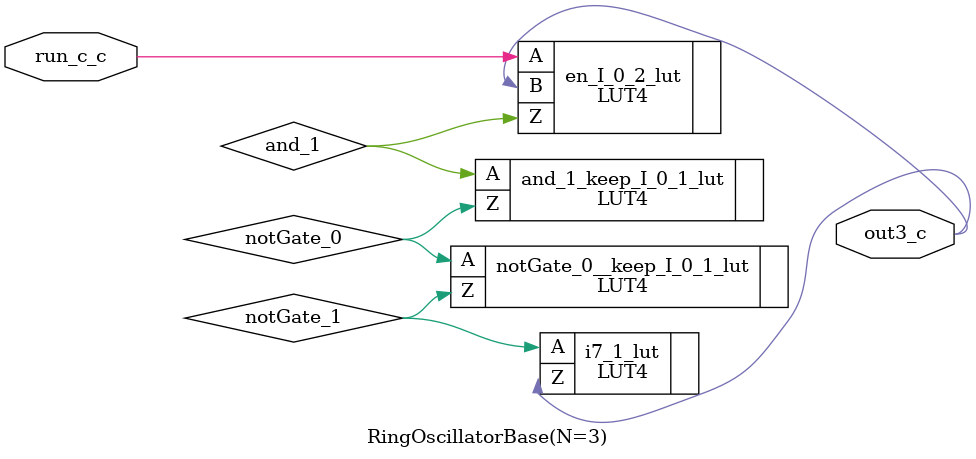
<source format=v>

module RingOscillatorGenerate (en, run, out3, out5, out7, out101, 
            out1001, out4999, out1000, out1001_M) /* synthesis syn_module_defined=1 */ ;   // c:/users/mucar/onedrive/documentos/ufrgs/tcc/lattice 2/osc.v(61[8:30])
    input en;   // c:/users/mucar/onedrive/documentos/ufrgs/tcc/lattice 2/osc.v(63[9:11])
    output run;   // c:/users/mucar/onedrive/documentos/ufrgs/tcc/lattice 2/osc.v(64[10:13])
    output out3;   // c:/users/mucar/onedrive/documentos/ufrgs/tcc/lattice 2/osc.v(65[10:14])
    output out5;   // c:/users/mucar/onedrive/documentos/ufrgs/tcc/lattice 2/osc.v(65[16:20])
    output out7;   // c:/users/mucar/onedrive/documentos/ufrgs/tcc/lattice 2/osc.v(65[22:26])
    output out101;   // c:/users/mucar/onedrive/documentos/ufrgs/tcc/lattice 2/osc.v(65[28:34])
    output out1001;   // c:/users/mucar/onedrive/documentos/ufrgs/tcc/lattice 2/osc.v(65[36:43])
    output out4999;   // c:/users/mucar/onedrive/documentos/ufrgs/tcc/lattice 2/osc.v(65[45:52])
    output out1000;   // c:/users/mucar/onedrive/documentos/ufrgs/tcc/lattice 2/osc.v(65[54:61])
    output out1001_M;   // c:/users/mucar/onedrive/documentos/ufrgs/tcc/lattice 2/osc.v(65[63:72])
    
    wire out3_c /* synthesis alspreserve=1 */ ;   // c:/users/mucar/onedrive/documentos/ufrgs/tcc/lattice 2/osc.v(65[10:14])
    
    wire run_c_c, n229, VCC_net, GND_net;
    
    VHI i60 (.Z(VCC_net));
    OB out1000_pad (.I(GND_net), .O(out1000));   // c:/users/mucar/onedrive/documentos/ufrgs/tcc/lattice 2/osc.v(65[54:61])
    TSALL TSALL_INST (.TSALL(GND_net));
    \RingOscillatorModule(N=1001)  ring1001_M (.run_c_c(run_c_c), .n229(n229)) /* synthesis syn_module_defined=1 */ ;   // c:/users/mucar/onedrive/documentos/ufrgs/tcc/lattice 2/osc.v(78[35:60])
    PUR PUR_INST (.PUR(VCC_net));
    defparam PUR_INST.RST_PULSE = 1;
    VLO i4 (.Z(GND_net));
    OB out4999_pad (.I(GND_net), .O(out4999));   // c:/users/mucar/onedrive/documentos/ufrgs/tcc/lattice 2/osc.v(65[45:52])
    OB out1001_pad (.I(GND_net), .O(out1001));   // c:/users/mucar/onedrive/documentos/ufrgs/tcc/lattice 2/osc.v(65[36:43])
    GSR GSR_INST (.GSR(VCC_net));
    OB out101_pad (.I(GND_net), .O(out101));   // c:/users/mucar/onedrive/documentos/ufrgs/tcc/lattice 2/osc.v(65[28:34])
    OB out7_pad (.I(GND_net), .O(out7));   // c:/users/mucar/onedrive/documentos/ufrgs/tcc/lattice 2/osc.v(65[22:26])
    IB run_c_pad (.I(en), .O(run_c_c));   // c:/users/mucar/onedrive/documentos/ufrgs/tcc/lattice 2/osc.v(63[9:11])
    OB out5_pad (.I(GND_net), .O(out5));   // c:/users/mucar/onedrive/documentos/ufrgs/tcc/lattice 2/osc.v(65[16:20])
    OB out3_pad (.I(out3_c), .O(out3));   // c:/users/mucar/onedrive/documentos/ufrgs/tcc/lattice 2/osc.v(65[10:14])
    OB run_pad (.I(run_c_c), .O(run));   // c:/users/mucar/onedrive/documentos/ufrgs/tcc/lattice 2/osc.v(64[10:13])
    OB out1001_M_pad (.I(n229), .O(out1001_M));   // c:/users/mucar/onedrive/documentos/ufrgs/tcc/lattice 2/osc.v(65[63:72])
    \RingOscillatorBase(N=3)  ring3 (.out3_c(out3_c), .run_c_c(run_c_c)) /* synthesis syn_module_defined=1 */ ;   // c:/users/mucar/onedrive/documentos/ufrgs/tcc/lattice 2/osc.v(72[30:45])
    
endmodule
//
// Verilog Description of module TSALL
// module not written out since it is a black-box. 
//

//
// Verilog Description of module \RingOscillatorModule(N=1001) 
//

module \RingOscillatorModule(N=1001)  (run_c_c, n229) /* synthesis syn_module_defined=1 */ ;
    input run_c_c;
    output n229;
    
    wire notGate_0 /* synthesis alspreserve=1 */ ;   // c:/users/mucar/onedrive/documentos/ufrgs/tcc/lattice 2/osc.v(25[15:22])
    wire notGate_1000 /* synthesis alspreserve=1 */ ;   // c:/users/mucar/onedrive/documentos/ufrgs/tcc/lattice 2/osc.v(25[15:22])
    wire notGate_999 /* synthesis alspreserve=1 */ ;   // c:/users/mucar/onedrive/documentos/ufrgs/tcc/lattice 2/osc.v(25[15:22])
    wire notGate_998 /* synthesis alspreserve=1 */ ;   // c:/users/mucar/onedrive/documentos/ufrgs/tcc/lattice 2/osc.v(25[15:22])
    wire notGate_997 /* synthesis alspreserve=1 */ ;   // c:/users/mucar/onedrive/documentos/ufrgs/tcc/lattice 2/osc.v(25[15:22])
    wire notGate_996 /* synthesis alspreserve=1 */ ;   // c:/users/mucar/onedrive/documentos/ufrgs/tcc/lattice 2/osc.v(25[15:22])
    wire notGate_995 /* synthesis alspreserve=1 */ ;   // c:/users/mucar/onedrive/documentos/ufrgs/tcc/lattice 2/osc.v(25[15:22])
    wire notGate_994 /* synthesis alspreserve=1 */ ;   // c:/users/mucar/onedrive/documentos/ufrgs/tcc/lattice 2/osc.v(25[15:22])
    wire notGate_993 /* synthesis alspreserve=1 */ ;   // c:/users/mucar/onedrive/documentos/ufrgs/tcc/lattice 2/osc.v(25[15:22])
    wire notGate_992 /* synthesis alspreserve=1 */ ;   // c:/users/mucar/onedrive/documentos/ufrgs/tcc/lattice 2/osc.v(25[15:22])
    wire notGate_991 /* synthesis alspreserve=1 */ ;   // c:/users/mucar/onedrive/documentos/ufrgs/tcc/lattice 2/osc.v(25[15:22])
    wire notGate_990 /* synthesis alspreserve=1 */ ;   // c:/users/mucar/onedrive/documentos/ufrgs/tcc/lattice 2/osc.v(25[15:22])
    wire notGate_989 /* synthesis alspreserve=1 */ ;   // c:/users/mucar/onedrive/documentos/ufrgs/tcc/lattice 2/osc.v(25[15:22])
    wire notGate_988 /* synthesis alspreserve=1 */ ;   // c:/users/mucar/onedrive/documentos/ufrgs/tcc/lattice 2/osc.v(25[15:22])
    wire notGate_987 /* synthesis alspreserve=1 */ ;   // c:/users/mucar/onedrive/documentos/ufrgs/tcc/lattice 2/osc.v(25[15:22])
    wire notGate_986 /* synthesis alspreserve=1 */ ;   // c:/users/mucar/onedrive/documentos/ufrgs/tcc/lattice 2/osc.v(25[15:22])
    wire notGate_985 /* synthesis alspreserve=1 */ ;   // c:/users/mucar/onedrive/documentos/ufrgs/tcc/lattice 2/osc.v(25[15:22])
    wire notGate_984 /* synthesis alspreserve=1 */ ;   // c:/users/mucar/onedrive/documentos/ufrgs/tcc/lattice 2/osc.v(25[15:22])
    wire notGate_983 /* synthesis alspreserve=1 */ ;   // c:/users/mucar/onedrive/documentos/ufrgs/tcc/lattice 2/osc.v(25[15:22])
    wire notGate_982 /* synthesis alspreserve=1 */ ;   // c:/users/mucar/onedrive/documentos/ufrgs/tcc/lattice 2/osc.v(25[15:22])
    wire notGate_981 /* synthesis alspreserve=1 */ ;   // c:/users/mucar/onedrive/documentos/ufrgs/tcc/lattice 2/osc.v(25[15:22])
    wire notGate_980 /* synthesis alspreserve=1 */ ;   // c:/users/mucar/onedrive/documentos/ufrgs/tcc/lattice 2/osc.v(25[15:22])
    wire notGate_979 /* synthesis alspreserve=1 */ ;   // c:/users/mucar/onedrive/documentos/ufrgs/tcc/lattice 2/osc.v(25[15:22])
    wire notGate_978 /* synthesis alspreserve=1 */ ;   // c:/users/mucar/onedrive/documentos/ufrgs/tcc/lattice 2/osc.v(25[15:22])
    wire notGate_977 /* synthesis alspreserve=1 */ ;   // c:/users/mucar/onedrive/documentos/ufrgs/tcc/lattice 2/osc.v(25[15:22])
    wire notGate_976 /* synthesis alspreserve=1 */ ;   // c:/users/mucar/onedrive/documentos/ufrgs/tcc/lattice 2/osc.v(25[15:22])
    wire notGate_975 /* synthesis alspreserve=1 */ ;   // c:/users/mucar/onedrive/documentos/ufrgs/tcc/lattice 2/osc.v(25[15:22])
    wire notGate_974 /* synthesis alspreserve=1 */ ;   // c:/users/mucar/onedrive/documentos/ufrgs/tcc/lattice 2/osc.v(25[15:22])
    wire notGate_973 /* synthesis alspreserve=1 */ ;   // c:/users/mucar/onedrive/documentos/ufrgs/tcc/lattice 2/osc.v(25[15:22])
    wire notGate_972 /* synthesis alspreserve=1 */ ;   // c:/users/mucar/onedrive/documentos/ufrgs/tcc/lattice 2/osc.v(25[15:22])
    wire notGate_971 /* synthesis alspreserve=1 */ ;   // c:/users/mucar/onedrive/documentos/ufrgs/tcc/lattice 2/osc.v(25[15:22])
    wire notGate_970 /* synthesis alspreserve=1 */ ;   // c:/users/mucar/onedrive/documentos/ufrgs/tcc/lattice 2/osc.v(25[15:22])
    wire notGate_969 /* synthesis alspreserve=1 */ ;   // c:/users/mucar/onedrive/documentos/ufrgs/tcc/lattice 2/osc.v(25[15:22])
    wire notGate_968 /* synthesis alspreserve=1 */ ;   // c:/users/mucar/onedrive/documentos/ufrgs/tcc/lattice 2/osc.v(25[15:22])
    wire notGate_967 /* synthesis alspreserve=1 */ ;   // c:/users/mucar/onedrive/documentos/ufrgs/tcc/lattice 2/osc.v(25[15:22])
    wire notGate_966 /* synthesis alspreserve=1 */ ;   // c:/users/mucar/onedrive/documentos/ufrgs/tcc/lattice 2/osc.v(25[15:22])
    wire notGate_965 /* synthesis alspreserve=1 */ ;   // c:/users/mucar/onedrive/documentos/ufrgs/tcc/lattice 2/osc.v(25[15:22])
    wire notGate_964 /* synthesis alspreserve=1 */ ;   // c:/users/mucar/onedrive/documentos/ufrgs/tcc/lattice 2/osc.v(25[15:22])
    wire notGate_963 /* synthesis alspreserve=1 */ ;   // c:/users/mucar/onedrive/documentos/ufrgs/tcc/lattice 2/osc.v(25[15:22])
    wire notGate_962 /* synthesis alspreserve=1 */ ;   // c:/users/mucar/onedrive/documentos/ufrgs/tcc/lattice 2/osc.v(25[15:22])
    wire notGate_961 /* synthesis alspreserve=1 */ ;   // c:/users/mucar/onedrive/documentos/ufrgs/tcc/lattice 2/osc.v(25[15:22])
    wire notGate_960 /* synthesis alspreserve=1 */ ;   // c:/users/mucar/onedrive/documentos/ufrgs/tcc/lattice 2/osc.v(25[15:22])
    wire notGate_959 /* synthesis alspreserve=1 */ ;   // c:/users/mucar/onedrive/documentos/ufrgs/tcc/lattice 2/osc.v(25[15:22])
    wire notGate_958 /* synthesis alspreserve=1 */ ;   // c:/users/mucar/onedrive/documentos/ufrgs/tcc/lattice 2/osc.v(25[15:22])
    wire notGate_957 /* synthesis alspreserve=1 */ ;   // c:/users/mucar/onedrive/documentos/ufrgs/tcc/lattice 2/osc.v(25[15:22])
    wire notGate_956 /* synthesis alspreserve=1 */ ;   // c:/users/mucar/onedrive/documentos/ufrgs/tcc/lattice 2/osc.v(25[15:22])
    wire notGate_955 /* synthesis alspreserve=1 */ ;   // c:/users/mucar/onedrive/documentos/ufrgs/tcc/lattice 2/osc.v(25[15:22])
    wire notGate_954 /* synthesis alspreserve=1 */ ;   // c:/users/mucar/onedrive/documentos/ufrgs/tcc/lattice 2/osc.v(25[15:22])
    wire notGate_953 /* synthesis alspreserve=1 */ ;   // c:/users/mucar/onedrive/documentos/ufrgs/tcc/lattice 2/osc.v(25[15:22])
    wire notGate_952 /* synthesis alspreserve=1 */ ;   // c:/users/mucar/onedrive/documentos/ufrgs/tcc/lattice 2/osc.v(25[15:22])
    wire notGate_951 /* synthesis alspreserve=1 */ ;   // c:/users/mucar/onedrive/documentos/ufrgs/tcc/lattice 2/osc.v(25[15:22])
    wire notGate_950 /* synthesis alspreserve=1 */ ;   // c:/users/mucar/onedrive/documentos/ufrgs/tcc/lattice 2/osc.v(25[15:22])
    wire notGate_949 /* synthesis alspreserve=1 */ ;   // c:/users/mucar/onedrive/documentos/ufrgs/tcc/lattice 2/osc.v(25[15:22])
    wire notGate_948 /* synthesis alspreserve=1 */ ;   // c:/users/mucar/onedrive/documentos/ufrgs/tcc/lattice 2/osc.v(25[15:22])
    wire notGate_947 /* synthesis alspreserve=1 */ ;   // c:/users/mucar/onedrive/documentos/ufrgs/tcc/lattice 2/osc.v(25[15:22])
    wire notGate_946 /* synthesis alspreserve=1 */ ;   // c:/users/mucar/onedrive/documentos/ufrgs/tcc/lattice 2/osc.v(25[15:22])
    wire notGate_945 /* synthesis alspreserve=1 */ ;   // c:/users/mucar/onedrive/documentos/ufrgs/tcc/lattice 2/osc.v(25[15:22])
    wire notGate_944 /* synthesis alspreserve=1 */ ;   // c:/users/mucar/onedrive/documentos/ufrgs/tcc/lattice 2/osc.v(25[15:22])
    wire notGate_943 /* synthesis alspreserve=1 */ ;   // c:/users/mucar/onedrive/documentos/ufrgs/tcc/lattice 2/osc.v(25[15:22])
    wire notGate_942 /* synthesis alspreserve=1 */ ;   // c:/users/mucar/onedrive/documentos/ufrgs/tcc/lattice 2/osc.v(25[15:22])
    wire notGate_941 /* synthesis alspreserve=1 */ ;   // c:/users/mucar/onedrive/documentos/ufrgs/tcc/lattice 2/osc.v(25[15:22])
    wire notGate_940 /* synthesis alspreserve=1 */ ;   // c:/users/mucar/onedrive/documentos/ufrgs/tcc/lattice 2/osc.v(25[15:22])
    wire notGate_939 /* synthesis alspreserve=1 */ ;   // c:/users/mucar/onedrive/documentos/ufrgs/tcc/lattice 2/osc.v(25[15:22])
    wire notGate_938 /* synthesis alspreserve=1 */ ;   // c:/users/mucar/onedrive/documentos/ufrgs/tcc/lattice 2/osc.v(25[15:22])
    wire notGate_937 /* synthesis alspreserve=1 */ ;   // c:/users/mucar/onedrive/documentos/ufrgs/tcc/lattice 2/osc.v(25[15:22])
    wire notGate_936 /* synthesis alspreserve=1 */ ;   // c:/users/mucar/onedrive/documentos/ufrgs/tcc/lattice 2/osc.v(25[15:22])
    wire notGate_935 /* synthesis alspreserve=1 */ ;   // c:/users/mucar/onedrive/documentos/ufrgs/tcc/lattice 2/osc.v(25[15:22])
    wire notGate_934 /* synthesis alspreserve=1 */ ;   // c:/users/mucar/onedrive/documentos/ufrgs/tcc/lattice 2/osc.v(25[15:22])
    wire notGate_933 /* synthesis alspreserve=1 */ ;   // c:/users/mucar/onedrive/documentos/ufrgs/tcc/lattice 2/osc.v(25[15:22])
    wire notGate_932 /* synthesis alspreserve=1 */ ;   // c:/users/mucar/onedrive/documentos/ufrgs/tcc/lattice 2/osc.v(25[15:22])
    wire notGate_931 /* synthesis alspreserve=1 */ ;   // c:/users/mucar/onedrive/documentos/ufrgs/tcc/lattice 2/osc.v(25[15:22])
    wire notGate_930 /* synthesis alspreserve=1 */ ;   // c:/users/mucar/onedrive/documentos/ufrgs/tcc/lattice 2/osc.v(25[15:22])
    wire notGate_929 /* synthesis alspreserve=1 */ ;   // c:/users/mucar/onedrive/documentos/ufrgs/tcc/lattice 2/osc.v(25[15:22])
    wire notGate_928 /* synthesis alspreserve=1 */ ;   // c:/users/mucar/onedrive/documentos/ufrgs/tcc/lattice 2/osc.v(25[15:22])
    wire notGate_927 /* synthesis alspreserve=1 */ ;   // c:/users/mucar/onedrive/documentos/ufrgs/tcc/lattice 2/osc.v(25[15:22])
    wire notGate_926 /* synthesis alspreserve=1 */ ;   // c:/users/mucar/onedrive/documentos/ufrgs/tcc/lattice 2/osc.v(25[15:22])
    wire notGate_925 /* synthesis alspreserve=1 */ ;   // c:/users/mucar/onedrive/documentos/ufrgs/tcc/lattice 2/osc.v(25[15:22])
    wire notGate_924 /* synthesis alspreserve=1 */ ;   // c:/users/mucar/onedrive/documentos/ufrgs/tcc/lattice 2/osc.v(25[15:22])
    wire notGate_923 /* synthesis alspreserve=1 */ ;   // c:/users/mucar/onedrive/documentos/ufrgs/tcc/lattice 2/osc.v(25[15:22])
    wire notGate_922 /* synthesis alspreserve=1 */ ;   // c:/users/mucar/onedrive/documentos/ufrgs/tcc/lattice 2/osc.v(25[15:22])
    wire notGate_921 /* synthesis alspreserve=1 */ ;   // c:/users/mucar/onedrive/documentos/ufrgs/tcc/lattice 2/osc.v(25[15:22])
    wire notGate_920 /* synthesis alspreserve=1 */ ;   // c:/users/mucar/onedrive/documentos/ufrgs/tcc/lattice 2/osc.v(25[15:22])
    wire notGate_919 /* synthesis alspreserve=1 */ ;   // c:/users/mucar/onedrive/documentos/ufrgs/tcc/lattice 2/osc.v(25[15:22])
    wire notGate_918 /* synthesis alspreserve=1 */ ;   // c:/users/mucar/onedrive/documentos/ufrgs/tcc/lattice 2/osc.v(25[15:22])
    wire notGate_917 /* synthesis alspreserve=1 */ ;   // c:/users/mucar/onedrive/documentos/ufrgs/tcc/lattice 2/osc.v(25[15:22])
    wire notGate_916 /* synthesis alspreserve=1 */ ;   // c:/users/mucar/onedrive/documentos/ufrgs/tcc/lattice 2/osc.v(25[15:22])
    wire notGate_915 /* synthesis alspreserve=1 */ ;   // c:/users/mucar/onedrive/documentos/ufrgs/tcc/lattice 2/osc.v(25[15:22])
    wire notGate_914 /* synthesis alspreserve=1 */ ;   // c:/users/mucar/onedrive/documentos/ufrgs/tcc/lattice 2/osc.v(25[15:22])
    wire notGate_913 /* synthesis alspreserve=1 */ ;   // c:/users/mucar/onedrive/documentos/ufrgs/tcc/lattice 2/osc.v(25[15:22])
    wire notGate_912 /* synthesis alspreserve=1 */ ;   // c:/users/mucar/onedrive/documentos/ufrgs/tcc/lattice 2/osc.v(25[15:22])
    wire notGate_911 /* synthesis alspreserve=1 */ ;   // c:/users/mucar/onedrive/documentos/ufrgs/tcc/lattice 2/osc.v(25[15:22])
    wire notGate_910 /* synthesis alspreserve=1 */ ;   // c:/users/mucar/onedrive/documentos/ufrgs/tcc/lattice 2/osc.v(25[15:22])
    wire notGate_909 /* synthesis alspreserve=1 */ ;   // c:/users/mucar/onedrive/documentos/ufrgs/tcc/lattice 2/osc.v(25[15:22])
    wire notGate_908 /* synthesis alspreserve=1 */ ;   // c:/users/mucar/onedrive/documentos/ufrgs/tcc/lattice 2/osc.v(25[15:22])
    wire notGate_907 /* synthesis alspreserve=1 */ ;   // c:/users/mucar/onedrive/documentos/ufrgs/tcc/lattice 2/osc.v(25[15:22])
    wire notGate_906 /* synthesis alspreserve=1 */ ;   // c:/users/mucar/onedrive/documentos/ufrgs/tcc/lattice 2/osc.v(25[15:22])
    wire notGate_905 /* synthesis alspreserve=1 */ ;   // c:/users/mucar/onedrive/documentos/ufrgs/tcc/lattice 2/osc.v(25[15:22])
    wire notGate_904 /* synthesis alspreserve=1 */ ;   // c:/users/mucar/onedrive/documentos/ufrgs/tcc/lattice 2/osc.v(25[15:22])
    wire notGate_903 /* synthesis alspreserve=1 */ ;   // c:/users/mucar/onedrive/documentos/ufrgs/tcc/lattice 2/osc.v(25[15:22])
    wire notGate_902 /* synthesis alspreserve=1 */ ;   // c:/users/mucar/onedrive/documentos/ufrgs/tcc/lattice 2/osc.v(25[15:22])
    wire notGate_901 /* synthesis alspreserve=1 */ ;   // c:/users/mucar/onedrive/documentos/ufrgs/tcc/lattice 2/osc.v(25[15:22])
    wire notGate_900 /* synthesis alspreserve=1 */ ;   // c:/users/mucar/onedrive/documentos/ufrgs/tcc/lattice 2/osc.v(25[15:22])
    wire notGate_899 /* synthesis alspreserve=1 */ ;   // c:/users/mucar/onedrive/documentos/ufrgs/tcc/lattice 2/osc.v(25[15:22])
    wire notGate_898 /* synthesis alspreserve=1 */ ;   // c:/users/mucar/onedrive/documentos/ufrgs/tcc/lattice 2/osc.v(25[15:22])
    wire notGate_897 /* synthesis alspreserve=1 */ ;   // c:/users/mucar/onedrive/documentos/ufrgs/tcc/lattice 2/osc.v(25[15:22])
    wire notGate_896 /* synthesis alspreserve=1 */ ;   // c:/users/mucar/onedrive/documentos/ufrgs/tcc/lattice 2/osc.v(25[15:22])
    wire notGate_895 /* synthesis alspreserve=1 */ ;   // c:/users/mucar/onedrive/documentos/ufrgs/tcc/lattice 2/osc.v(25[15:22])
    wire notGate_894 /* synthesis alspreserve=1 */ ;   // c:/users/mucar/onedrive/documentos/ufrgs/tcc/lattice 2/osc.v(25[15:22])
    wire notGate_893 /* synthesis alspreserve=1 */ ;   // c:/users/mucar/onedrive/documentos/ufrgs/tcc/lattice 2/osc.v(25[15:22])
    wire notGate_892 /* synthesis alspreserve=1 */ ;   // c:/users/mucar/onedrive/documentos/ufrgs/tcc/lattice 2/osc.v(25[15:22])
    wire notGate_891 /* synthesis alspreserve=1 */ ;   // c:/users/mucar/onedrive/documentos/ufrgs/tcc/lattice 2/osc.v(25[15:22])
    wire notGate_890 /* synthesis alspreserve=1 */ ;   // c:/users/mucar/onedrive/documentos/ufrgs/tcc/lattice 2/osc.v(25[15:22])
    wire notGate_889 /* synthesis alspreserve=1 */ ;   // c:/users/mucar/onedrive/documentos/ufrgs/tcc/lattice 2/osc.v(25[15:22])
    wire notGate_888 /* synthesis alspreserve=1 */ ;   // c:/users/mucar/onedrive/documentos/ufrgs/tcc/lattice 2/osc.v(25[15:22])
    wire notGate_887 /* synthesis alspreserve=1 */ ;   // c:/users/mucar/onedrive/documentos/ufrgs/tcc/lattice 2/osc.v(25[15:22])
    wire notGate_886 /* synthesis alspreserve=1 */ ;   // c:/users/mucar/onedrive/documentos/ufrgs/tcc/lattice 2/osc.v(25[15:22])
    wire notGate_885 /* synthesis alspreserve=1 */ ;   // c:/users/mucar/onedrive/documentos/ufrgs/tcc/lattice 2/osc.v(25[15:22])
    wire notGate_884 /* synthesis alspreserve=1 */ ;   // c:/users/mucar/onedrive/documentos/ufrgs/tcc/lattice 2/osc.v(25[15:22])
    wire notGate_883 /* synthesis alspreserve=1 */ ;   // c:/users/mucar/onedrive/documentos/ufrgs/tcc/lattice 2/osc.v(25[15:22])
    wire notGate_882 /* synthesis alspreserve=1 */ ;   // c:/users/mucar/onedrive/documentos/ufrgs/tcc/lattice 2/osc.v(25[15:22])
    wire notGate_881 /* synthesis alspreserve=1 */ ;   // c:/users/mucar/onedrive/documentos/ufrgs/tcc/lattice 2/osc.v(25[15:22])
    wire notGate_880 /* synthesis alspreserve=1 */ ;   // c:/users/mucar/onedrive/documentos/ufrgs/tcc/lattice 2/osc.v(25[15:22])
    wire notGate_879 /* synthesis alspreserve=1 */ ;   // c:/users/mucar/onedrive/documentos/ufrgs/tcc/lattice 2/osc.v(25[15:22])
    wire notGate_878 /* synthesis alspreserve=1 */ ;   // c:/users/mucar/onedrive/documentos/ufrgs/tcc/lattice 2/osc.v(25[15:22])
    wire notGate_877 /* synthesis alspreserve=1 */ ;   // c:/users/mucar/onedrive/documentos/ufrgs/tcc/lattice 2/osc.v(25[15:22])
    wire notGate_876 /* synthesis alspreserve=1 */ ;   // c:/users/mucar/onedrive/documentos/ufrgs/tcc/lattice 2/osc.v(25[15:22])
    wire notGate_875 /* synthesis alspreserve=1 */ ;   // c:/users/mucar/onedrive/documentos/ufrgs/tcc/lattice 2/osc.v(25[15:22])
    wire notGate_874 /* synthesis alspreserve=1 */ ;   // c:/users/mucar/onedrive/documentos/ufrgs/tcc/lattice 2/osc.v(25[15:22])
    wire notGate_873 /* synthesis alspreserve=1 */ ;   // c:/users/mucar/onedrive/documentos/ufrgs/tcc/lattice 2/osc.v(25[15:22])
    wire notGate_872 /* synthesis alspreserve=1 */ ;   // c:/users/mucar/onedrive/documentos/ufrgs/tcc/lattice 2/osc.v(25[15:22])
    wire notGate_871 /* synthesis alspreserve=1 */ ;   // c:/users/mucar/onedrive/documentos/ufrgs/tcc/lattice 2/osc.v(25[15:22])
    wire notGate_870 /* synthesis alspreserve=1 */ ;   // c:/users/mucar/onedrive/documentos/ufrgs/tcc/lattice 2/osc.v(25[15:22])
    wire notGate_869 /* synthesis alspreserve=1 */ ;   // c:/users/mucar/onedrive/documentos/ufrgs/tcc/lattice 2/osc.v(25[15:22])
    wire notGate_868 /* synthesis alspreserve=1 */ ;   // c:/users/mucar/onedrive/documentos/ufrgs/tcc/lattice 2/osc.v(25[15:22])
    wire notGate_867 /* synthesis alspreserve=1 */ ;   // c:/users/mucar/onedrive/documentos/ufrgs/tcc/lattice 2/osc.v(25[15:22])
    wire notGate_866 /* synthesis alspreserve=1 */ ;   // c:/users/mucar/onedrive/documentos/ufrgs/tcc/lattice 2/osc.v(25[15:22])
    wire notGate_865 /* synthesis alspreserve=1 */ ;   // c:/users/mucar/onedrive/documentos/ufrgs/tcc/lattice 2/osc.v(25[15:22])
    wire notGate_864 /* synthesis alspreserve=1 */ ;   // c:/users/mucar/onedrive/documentos/ufrgs/tcc/lattice 2/osc.v(25[15:22])
    wire notGate_863 /* synthesis alspreserve=1 */ ;   // c:/users/mucar/onedrive/documentos/ufrgs/tcc/lattice 2/osc.v(25[15:22])
    wire notGate_862 /* synthesis alspreserve=1 */ ;   // c:/users/mucar/onedrive/documentos/ufrgs/tcc/lattice 2/osc.v(25[15:22])
    wire notGate_861 /* synthesis alspreserve=1 */ ;   // c:/users/mucar/onedrive/documentos/ufrgs/tcc/lattice 2/osc.v(25[15:22])
    wire notGate_860 /* synthesis alspreserve=1 */ ;   // c:/users/mucar/onedrive/documentos/ufrgs/tcc/lattice 2/osc.v(25[15:22])
    wire notGate_859 /* synthesis alspreserve=1 */ ;   // c:/users/mucar/onedrive/documentos/ufrgs/tcc/lattice 2/osc.v(25[15:22])
    wire notGate_858 /* synthesis alspreserve=1 */ ;   // c:/users/mucar/onedrive/documentos/ufrgs/tcc/lattice 2/osc.v(25[15:22])
    wire notGate_857 /* synthesis alspreserve=1 */ ;   // c:/users/mucar/onedrive/documentos/ufrgs/tcc/lattice 2/osc.v(25[15:22])
    wire notGate_856 /* synthesis alspreserve=1 */ ;   // c:/users/mucar/onedrive/documentos/ufrgs/tcc/lattice 2/osc.v(25[15:22])
    wire notGate_855 /* synthesis alspreserve=1 */ ;   // c:/users/mucar/onedrive/documentos/ufrgs/tcc/lattice 2/osc.v(25[15:22])
    wire notGate_854 /* synthesis alspreserve=1 */ ;   // c:/users/mucar/onedrive/documentos/ufrgs/tcc/lattice 2/osc.v(25[15:22])
    wire notGate_853 /* synthesis alspreserve=1 */ ;   // c:/users/mucar/onedrive/documentos/ufrgs/tcc/lattice 2/osc.v(25[15:22])
    wire notGate_852 /* synthesis alspreserve=1 */ ;   // c:/users/mucar/onedrive/documentos/ufrgs/tcc/lattice 2/osc.v(25[15:22])
    wire notGate_851 /* synthesis alspreserve=1 */ ;   // c:/users/mucar/onedrive/documentos/ufrgs/tcc/lattice 2/osc.v(25[15:22])
    wire notGate_850 /* synthesis alspreserve=1 */ ;   // c:/users/mucar/onedrive/documentos/ufrgs/tcc/lattice 2/osc.v(25[15:22])
    wire notGate_849 /* synthesis alspreserve=1 */ ;   // c:/users/mucar/onedrive/documentos/ufrgs/tcc/lattice 2/osc.v(25[15:22])
    wire notGate_848 /* synthesis alspreserve=1 */ ;   // c:/users/mucar/onedrive/documentos/ufrgs/tcc/lattice 2/osc.v(25[15:22])
    wire notGate_847 /* synthesis alspreserve=1 */ ;   // c:/users/mucar/onedrive/documentos/ufrgs/tcc/lattice 2/osc.v(25[15:22])
    wire notGate_846 /* synthesis alspreserve=1 */ ;   // c:/users/mucar/onedrive/documentos/ufrgs/tcc/lattice 2/osc.v(25[15:22])
    wire notGate_845 /* synthesis alspreserve=1 */ ;   // c:/users/mucar/onedrive/documentos/ufrgs/tcc/lattice 2/osc.v(25[15:22])
    wire notGate_844 /* synthesis alspreserve=1 */ ;   // c:/users/mucar/onedrive/documentos/ufrgs/tcc/lattice 2/osc.v(25[15:22])
    wire notGate_843 /* synthesis alspreserve=1 */ ;   // c:/users/mucar/onedrive/documentos/ufrgs/tcc/lattice 2/osc.v(25[15:22])
    wire notGate_842 /* synthesis alspreserve=1 */ ;   // c:/users/mucar/onedrive/documentos/ufrgs/tcc/lattice 2/osc.v(25[15:22])
    wire notGate_841 /* synthesis alspreserve=1 */ ;   // c:/users/mucar/onedrive/documentos/ufrgs/tcc/lattice 2/osc.v(25[15:22])
    wire notGate_840 /* synthesis alspreserve=1 */ ;   // c:/users/mucar/onedrive/documentos/ufrgs/tcc/lattice 2/osc.v(25[15:22])
    wire notGate_839 /* synthesis alspreserve=1 */ ;   // c:/users/mucar/onedrive/documentos/ufrgs/tcc/lattice 2/osc.v(25[15:22])
    wire notGate_838 /* synthesis alspreserve=1 */ ;   // c:/users/mucar/onedrive/documentos/ufrgs/tcc/lattice 2/osc.v(25[15:22])
    wire notGate_837 /* synthesis alspreserve=1 */ ;   // c:/users/mucar/onedrive/documentos/ufrgs/tcc/lattice 2/osc.v(25[15:22])
    wire notGate_836 /* synthesis alspreserve=1 */ ;   // c:/users/mucar/onedrive/documentos/ufrgs/tcc/lattice 2/osc.v(25[15:22])
    wire notGate_835 /* synthesis alspreserve=1 */ ;   // c:/users/mucar/onedrive/documentos/ufrgs/tcc/lattice 2/osc.v(25[15:22])
    wire notGate_834 /* synthesis alspreserve=1 */ ;   // c:/users/mucar/onedrive/documentos/ufrgs/tcc/lattice 2/osc.v(25[15:22])
    wire notGate_833 /* synthesis alspreserve=1 */ ;   // c:/users/mucar/onedrive/documentos/ufrgs/tcc/lattice 2/osc.v(25[15:22])
    wire notGate_832 /* synthesis alspreserve=1 */ ;   // c:/users/mucar/onedrive/documentos/ufrgs/tcc/lattice 2/osc.v(25[15:22])
    wire notGate_831 /* synthesis alspreserve=1 */ ;   // c:/users/mucar/onedrive/documentos/ufrgs/tcc/lattice 2/osc.v(25[15:22])
    wire notGate_830 /* synthesis alspreserve=1 */ ;   // c:/users/mucar/onedrive/documentos/ufrgs/tcc/lattice 2/osc.v(25[15:22])
    wire notGate_829 /* synthesis alspreserve=1 */ ;   // c:/users/mucar/onedrive/documentos/ufrgs/tcc/lattice 2/osc.v(25[15:22])
    wire notGate_828 /* synthesis alspreserve=1 */ ;   // c:/users/mucar/onedrive/documentos/ufrgs/tcc/lattice 2/osc.v(25[15:22])
    wire notGate_827 /* synthesis alspreserve=1 */ ;   // c:/users/mucar/onedrive/documentos/ufrgs/tcc/lattice 2/osc.v(25[15:22])
    wire notGate_826 /* synthesis alspreserve=1 */ ;   // c:/users/mucar/onedrive/documentos/ufrgs/tcc/lattice 2/osc.v(25[15:22])
    wire notGate_825 /* synthesis alspreserve=1 */ ;   // c:/users/mucar/onedrive/documentos/ufrgs/tcc/lattice 2/osc.v(25[15:22])
    wire notGate_824 /* synthesis alspreserve=1 */ ;   // c:/users/mucar/onedrive/documentos/ufrgs/tcc/lattice 2/osc.v(25[15:22])
    wire notGate_823 /* synthesis alspreserve=1 */ ;   // c:/users/mucar/onedrive/documentos/ufrgs/tcc/lattice 2/osc.v(25[15:22])
    wire notGate_822 /* synthesis alspreserve=1 */ ;   // c:/users/mucar/onedrive/documentos/ufrgs/tcc/lattice 2/osc.v(25[15:22])
    wire notGate_821 /* synthesis alspreserve=1 */ ;   // c:/users/mucar/onedrive/documentos/ufrgs/tcc/lattice 2/osc.v(25[15:22])
    wire notGate_820 /* synthesis alspreserve=1 */ ;   // c:/users/mucar/onedrive/documentos/ufrgs/tcc/lattice 2/osc.v(25[15:22])
    wire notGate_819 /* synthesis alspreserve=1 */ ;   // c:/users/mucar/onedrive/documentos/ufrgs/tcc/lattice 2/osc.v(25[15:22])
    wire notGate_818 /* synthesis alspreserve=1 */ ;   // c:/users/mucar/onedrive/documentos/ufrgs/tcc/lattice 2/osc.v(25[15:22])
    wire notGate_817 /* synthesis alspreserve=1 */ ;   // c:/users/mucar/onedrive/documentos/ufrgs/tcc/lattice 2/osc.v(25[15:22])
    wire notGate_816 /* synthesis alspreserve=1 */ ;   // c:/users/mucar/onedrive/documentos/ufrgs/tcc/lattice 2/osc.v(25[15:22])
    wire notGate_815 /* synthesis alspreserve=1 */ ;   // c:/users/mucar/onedrive/documentos/ufrgs/tcc/lattice 2/osc.v(25[15:22])
    wire notGate_814 /* synthesis alspreserve=1 */ ;   // c:/users/mucar/onedrive/documentos/ufrgs/tcc/lattice 2/osc.v(25[15:22])
    wire notGate_813 /* synthesis alspreserve=1 */ ;   // c:/users/mucar/onedrive/documentos/ufrgs/tcc/lattice 2/osc.v(25[15:22])
    wire notGate_812 /* synthesis alspreserve=1 */ ;   // c:/users/mucar/onedrive/documentos/ufrgs/tcc/lattice 2/osc.v(25[15:22])
    wire notGate_811 /* synthesis alspreserve=1 */ ;   // c:/users/mucar/onedrive/documentos/ufrgs/tcc/lattice 2/osc.v(25[15:22])
    wire notGate_810 /* synthesis alspreserve=1 */ ;   // c:/users/mucar/onedrive/documentos/ufrgs/tcc/lattice 2/osc.v(25[15:22])
    wire notGate_809 /* synthesis alspreserve=1 */ ;   // c:/users/mucar/onedrive/documentos/ufrgs/tcc/lattice 2/osc.v(25[15:22])
    wire notGate_808 /* synthesis alspreserve=1 */ ;   // c:/users/mucar/onedrive/documentos/ufrgs/tcc/lattice 2/osc.v(25[15:22])
    wire notGate_807 /* synthesis alspreserve=1 */ ;   // c:/users/mucar/onedrive/documentos/ufrgs/tcc/lattice 2/osc.v(25[15:22])
    wire notGate_806 /* synthesis alspreserve=1 */ ;   // c:/users/mucar/onedrive/documentos/ufrgs/tcc/lattice 2/osc.v(25[15:22])
    wire notGate_805 /* synthesis alspreserve=1 */ ;   // c:/users/mucar/onedrive/documentos/ufrgs/tcc/lattice 2/osc.v(25[15:22])
    wire notGate_804 /* synthesis alspreserve=1 */ ;   // c:/users/mucar/onedrive/documentos/ufrgs/tcc/lattice 2/osc.v(25[15:22])
    wire notGate_803 /* synthesis alspreserve=1 */ ;   // c:/users/mucar/onedrive/documentos/ufrgs/tcc/lattice 2/osc.v(25[15:22])
    wire notGate_802 /* synthesis alspreserve=1 */ ;   // c:/users/mucar/onedrive/documentos/ufrgs/tcc/lattice 2/osc.v(25[15:22])
    wire notGate_801 /* synthesis alspreserve=1 */ ;   // c:/users/mucar/onedrive/documentos/ufrgs/tcc/lattice 2/osc.v(25[15:22])
    wire notGate_800 /* synthesis alspreserve=1 */ ;   // c:/users/mucar/onedrive/documentos/ufrgs/tcc/lattice 2/osc.v(25[15:22])
    wire notGate_799 /* synthesis alspreserve=1 */ ;   // c:/users/mucar/onedrive/documentos/ufrgs/tcc/lattice 2/osc.v(25[15:22])
    wire notGate_798 /* synthesis alspreserve=1 */ ;   // c:/users/mucar/onedrive/documentos/ufrgs/tcc/lattice 2/osc.v(25[15:22])
    wire notGate_797 /* synthesis alspreserve=1 */ ;   // c:/users/mucar/onedrive/documentos/ufrgs/tcc/lattice 2/osc.v(25[15:22])
    wire notGate_796 /* synthesis alspreserve=1 */ ;   // c:/users/mucar/onedrive/documentos/ufrgs/tcc/lattice 2/osc.v(25[15:22])
    wire notGate_795 /* synthesis alspreserve=1 */ ;   // c:/users/mucar/onedrive/documentos/ufrgs/tcc/lattice 2/osc.v(25[15:22])
    wire notGate_794 /* synthesis alspreserve=1 */ ;   // c:/users/mucar/onedrive/documentos/ufrgs/tcc/lattice 2/osc.v(25[15:22])
    wire notGate_793 /* synthesis alspreserve=1 */ ;   // c:/users/mucar/onedrive/documentos/ufrgs/tcc/lattice 2/osc.v(25[15:22])
    wire notGate_792 /* synthesis alspreserve=1 */ ;   // c:/users/mucar/onedrive/documentos/ufrgs/tcc/lattice 2/osc.v(25[15:22])
    wire notGate_791 /* synthesis alspreserve=1 */ ;   // c:/users/mucar/onedrive/documentos/ufrgs/tcc/lattice 2/osc.v(25[15:22])
    wire notGate_790 /* synthesis alspreserve=1 */ ;   // c:/users/mucar/onedrive/documentos/ufrgs/tcc/lattice 2/osc.v(25[15:22])
    wire notGate_789 /* synthesis alspreserve=1 */ ;   // c:/users/mucar/onedrive/documentos/ufrgs/tcc/lattice 2/osc.v(25[15:22])
    wire notGate_788 /* synthesis alspreserve=1 */ ;   // c:/users/mucar/onedrive/documentos/ufrgs/tcc/lattice 2/osc.v(25[15:22])
    wire notGate_787 /* synthesis alspreserve=1 */ ;   // c:/users/mucar/onedrive/documentos/ufrgs/tcc/lattice 2/osc.v(25[15:22])
    wire notGate_786 /* synthesis alspreserve=1 */ ;   // c:/users/mucar/onedrive/documentos/ufrgs/tcc/lattice 2/osc.v(25[15:22])
    wire notGate_785 /* synthesis alspreserve=1 */ ;   // c:/users/mucar/onedrive/documentos/ufrgs/tcc/lattice 2/osc.v(25[15:22])
    wire notGate_784 /* synthesis alspreserve=1 */ ;   // c:/users/mucar/onedrive/documentos/ufrgs/tcc/lattice 2/osc.v(25[15:22])
    wire notGate_783 /* synthesis alspreserve=1 */ ;   // c:/users/mucar/onedrive/documentos/ufrgs/tcc/lattice 2/osc.v(25[15:22])
    wire notGate_782 /* synthesis alspreserve=1 */ ;   // c:/users/mucar/onedrive/documentos/ufrgs/tcc/lattice 2/osc.v(25[15:22])
    wire notGate_781 /* synthesis alspreserve=1 */ ;   // c:/users/mucar/onedrive/documentos/ufrgs/tcc/lattice 2/osc.v(25[15:22])
    wire notGate_780 /* synthesis alspreserve=1 */ ;   // c:/users/mucar/onedrive/documentos/ufrgs/tcc/lattice 2/osc.v(25[15:22])
    wire notGate_779 /* synthesis alspreserve=1 */ ;   // c:/users/mucar/onedrive/documentos/ufrgs/tcc/lattice 2/osc.v(25[15:22])
    wire notGate_778 /* synthesis alspreserve=1 */ ;   // c:/users/mucar/onedrive/documentos/ufrgs/tcc/lattice 2/osc.v(25[15:22])
    wire notGate_777 /* synthesis alspreserve=1 */ ;   // c:/users/mucar/onedrive/documentos/ufrgs/tcc/lattice 2/osc.v(25[15:22])
    wire notGate_776 /* synthesis alspreserve=1 */ ;   // c:/users/mucar/onedrive/documentos/ufrgs/tcc/lattice 2/osc.v(25[15:22])
    wire notGate_775 /* synthesis alspreserve=1 */ ;   // c:/users/mucar/onedrive/documentos/ufrgs/tcc/lattice 2/osc.v(25[15:22])
    wire notGate_774 /* synthesis alspreserve=1 */ ;   // c:/users/mucar/onedrive/documentos/ufrgs/tcc/lattice 2/osc.v(25[15:22])
    wire notGate_773 /* synthesis alspreserve=1 */ ;   // c:/users/mucar/onedrive/documentos/ufrgs/tcc/lattice 2/osc.v(25[15:22])
    wire notGate_772 /* synthesis alspreserve=1 */ ;   // c:/users/mucar/onedrive/documentos/ufrgs/tcc/lattice 2/osc.v(25[15:22])
    wire notGate_771 /* synthesis alspreserve=1 */ ;   // c:/users/mucar/onedrive/documentos/ufrgs/tcc/lattice 2/osc.v(25[15:22])
    wire notGate_770 /* synthesis alspreserve=1 */ ;   // c:/users/mucar/onedrive/documentos/ufrgs/tcc/lattice 2/osc.v(25[15:22])
    wire notGate_769 /* synthesis alspreserve=1 */ ;   // c:/users/mucar/onedrive/documentos/ufrgs/tcc/lattice 2/osc.v(25[15:22])
    wire notGate_768 /* synthesis alspreserve=1 */ ;   // c:/users/mucar/onedrive/documentos/ufrgs/tcc/lattice 2/osc.v(25[15:22])
    wire notGate_767 /* synthesis alspreserve=1 */ ;   // c:/users/mucar/onedrive/documentos/ufrgs/tcc/lattice 2/osc.v(25[15:22])
    wire notGate_766 /* synthesis alspreserve=1 */ ;   // c:/users/mucar/onedrive/documentos/ufrgs/tcc/lattice 2/osc.v(25[15:22])
    wire notGate_765 /* synthesis alspreserve=1 */ ;   // c:/users/mucar/onedrive/documentos/ufrgs/tcc/lattice 2/osc.v(25[15:22])
    wire notGate_764 /* synthesis alspreserve=1 */ ;   // c:/users/mucar/onedrive/documentos/ufrgs/tcc/lattice 2/osc.v(25[15:22])
    wire notGate_763 /* synthesis alspreserve=1 */ ;   // c:/users/mucar/onedrive/documentos/ufrgs/tcc/lattice 2/osc.v(25[15:22])
    wire notGate_762 /* synthesis alspreserve=1 */ ;   // c:/users/mucar/onedrive/documentos/ufrgs/tcc/lattice 2/osc.v(25[15:22])
    wire notGate_761 /* synthesis alspreserve=1 */ ;   // c:/users/mucar/onedrive/documentos/ufrgs/tcc/lattice 2/osc.v(25[15:22])
    wire notGate_760 /* synthesis alspreserve=1 */ ;   // c:/users/mucar/onedrive/documentos/ufrgs/tcc/lattice 2/osc.v(25[15:22])
    wire notGate_759 /* synthesis alspreserve=1 */ ;   // c:/users/mucar/onedrive/documentos/ufrgs/tcc/lattice 2/osc.v(25[15:22])
    wire notGate_758 /* synthesis alspreserve=1 */ ;   // c:/users/mucar/onedrive/documentos/ufrgs/tcc/lattice 2/osc.v(25[15:22])
    wire notGate_757 /* synthesis alspreserve=1 */ ;   // c:/users/mucar/onedrive/documentos/ufrgs/tcc/lattice 2/osc.v(25[15:22])
    wire notGate_756 /* synthesis alspreserve=1 */ ;   // c:/users/mucar/onedrive/documentos/ufrgs/tcc/lattice 2/osc.v(25[15:22])
    wire notGate_755 /* synthesis alspreserve=1 */ ;   // c:/users/mucar/onedrive/documentos/ufrgs/tcc/lattice 2/osc.v(25[15:22])
    wire notGate_754 /* synthesis alspreserve=1 */ ;   // c:/users/mucar/onedrive/documentos/ufrgs/tcc/lattice 2/osc.v(25[15:22])
    wire notGate_753 /* synthesis alspreserve=1 */ ;   // c:/users/mucar/onedrive/documentos/ufrgs/tcc/lattice 2/osc.v(25[15:22])
    wire notGate_752 /* synthesis alspreserve=1 */ ;   // c:/users/mucar/onedrive/documentos/ufrgs/tcc/lattice 2/osc.v(25[15:22])
    wire notGate_751 /* synthesis alspreserve=1 */ ;   // c:/users/mucar/onedrive/documentos/ufrgs/tcc/lattice 2/osc.v(25[15:22])
    wire notGate_750 /* synthesis alspreserve=1 */ ;   // c:/users/mucar/onedrive/documentos/ufrgs/tcc/lattice 2/osc.v(25[15:22])
    wire notGate_749 /* synthesis alspreserve=1 */ ;   // c:/users/mucar/onedrive/documentos/ufrgs/tcc/lattice 2/osc.v(25[15:22])
    wire notGate_748 /* synthesis alspreserve=1 */ ;   // c:/users/mucar/onedrive/documentos/ufrgs/tcc/lattice 2/osc.v(25[15:22])
    wire notGate_747 /* synthesis alspreserve=1 */ ;   // c:/users/mucar/onedrive/documentos/ufrgs/tcc/lattice 2/osc.v(25[15:22])
    wire notGate_746 /* synthesis alspreserve=1 */ ;   // c:/users/mucar/onedrive/documentos/ufrgs/tcc/lattice 2/osc.v(25[15:22])
    wire notGate_745 /* synthesis alspreserve=1 */ ;   // c:/users/mucar/onedrive/documentos/ufrgs/tcc/lattice 2/osc.v(25[15:22])
    wire notGate_744 /* synthesis alspreserve=1 */ ;   // c:/users/mucar/onedrive/documentos/ufrgs/tcc/lattice 2/osc.v(25[15:22])
    wire notGate_743 /* synthesis alspreserve=1 */ ;   // c:/users/mucar/onedrive/documentos/ufrgs/tcc/lattice 2/osc.v(25[15:22])
    wire notGate_742 /* synthesis alspreserve=1 */ ;   // c:/users/mucar/onedrive/documentos/ufrgs/tcc/lattice 2/osc.v(25[15:22])
    wire notGate_741 /* synthesis alspreserve=1 */ ;   // c:/users/mucar/onedrive/documentos/ufrgs/tcc/lattice 2/osc.v(25[15:22])
    wire notGate_740 /* synthesis alspreserve=1 */ ;   // c:/users/mucar/onedrive/documentos/ufrgs/tcc/lattice 2/osc.v(25[15:22])
    wire notGate_739 /* synthesis alspreserve=1 */ ;   // c:/users/mucar/onedrive/documentos/ufrgs/tcc/lattice 2/osc.v(25[15:22])
    wire notGate_738 /* synthesis alspreserve=1 */ ;   // c:/users/mucar/onedrive/documentos/ufrgs/tcc/lattice 2/osc.v(25[15:22])
    wire notGate_737 /* synthesis alspreserve=1 */ ;   // c:/users/mucar/onedrive/documentos/ufrgs/tcc/lattice 2/osc.v(25[15:22])
    wire notGate_736 /* synthesis alspreserve=1 */ ;   // c:/users/mucar/onedrive/documentos/ufrgs/tcc/lattice 2/osc.v(25[15:22])
    wire notGate_735 /* synthesis alspreserve=1 */ ;   // c:/users/mucar/onedrive/documentos/ufrgs/tcc/lattice 2/osc.v(25[15:22])
    wire notGate_734 /* synthesis alspreserve=1 */ ;   // c:/users/mucar/onedrive/documentos/ufrgs/tcc/lattice 2/osc.v(25[15:22])
    wire notGate_733 /* synthesis alspreserve=1 */ ;   // c:/users/mucar/onedrive/documentos/ufrgs/tcc/lattice 2/osc.v(25[15:22])
    wire notGate_732 /* synthesis alspreserve=1 */ ;   // c:/users/mucar/onedrive/documentos/ufrgs/tcc/lattice 2/osc.v(25[15:22])
    wire notGate_731 /* synthesis alspreserve=1 */ ;   // c:/users/mucar/onedrive/documentos/ufrgs/tcc/lattice 2/osc.v(25[15:22])
    wire notGate_730 /* synthesis alspreserve=1 */ ;   // c:/users/mucar/onedrive/documentos/ufrgs/tcc/lattice 2/osc.v(25[15:22])
    wire notGate_729 /* synthesis alspreserve=1 */ ;   // c:/users/mucar/onedrive/documentos/ufrgs/tcc/lattice 2/osc.v(25[15:22])
    wire notGate_728 /* synthesis alspreserve=1 */ ;   // c:/users/mucar/onedrive/documentos/ufrgs/tcc/lattice 2/osc.v(25[15:22])
    wire notGate_727 /* synthesis alspreserve=1 */ ;   // c:/users/mucar/onedrive/documentos/ufrgs/tcc/lattice 2/osc.v(25[15:22])
    wire notGate_726 /* synthesis alspreserve=1 */ ;   // c:/users/mucar/onedrive/documentos/ufrgs/tcc/lattice 2/osc.v(25[15:22])
    wire notGate_725 /* synthesis alspreserve=1 */ ;   // c:/users/mucar/onedrive/documentos/ufrgs/tcc/lattice 2/osc.v(25[15:22])
    wire notGate_724 /* synthesis alspreserve=1 */ ;   // c:/users/mucar/onedrive/documentos/ufrgs/tcc/lattice 2/osc.v(25[15:22])
    wire notGate_723 /* synthesis alspreserve=1 */ ;   // c:/users/mucar/onedrive/documentos/ufrgs/tcc/lattice 2/osc.v(25[15:22])
    wire notGate_722 /* synthesis alspreserve=1 */ ;   // c:/users/mucar/onedrive/documentos/ufrgs/tcc/lattice 2/osc.v(25[15:22])
    wire notGate_721 /* synthesis alspreserve=1 */ ;   // c:/users/mucar/onedrive/documentos/ufrgs/tcc/lattice 2/osc.v(25[15:22])
    wire notGate_720 /* synthesis alspreserve=1 */ ;   // c:/users/mucar/onedrive/documentos/ufrgs/tcc/lattice 2/osc.v(25[15:22])
    wire notGate_719 /* synthesis alspreserve=1 */ ;   // c:/users/mucar/onedrive/documentos/ufrgs/tcc/lattice 2/osc.v(25[15:22])
    wire notGate_718 /* synthesis alspreserve=1 */ ;   // c:/users/mucar/onedrive/documentos/ufrgs/tcc/lattice 2/osc.v(25[15:22])
    wire notGate_717 /* synthesis alspreserve=1 */ ;   // c:/users/mucar/onedrive/documentos/ufrgs/tcc/lattice 2/osc.v(25[15:22])
    wire notGate_716 /* synthesis alspreserve=1 */ ;   // c:/users/mucar/onedrive/documentos/ufrgs/tcc/lattice 2/osc.v(25[15:22])
    wire notGate_715 /* synthesis alspreserve=1 */ ;   // c:/users/mucar/onedrive/documentos/ufrgs/tcc/lattice 2/osc.v(25[15:22])
    wire notGate_714 /* synthesis alspreserve=1 */ ;   // c:/users/mucar/onedrive/documentos/ufrgs/tcc/lattice 2/osc.v(25[15:22])
    wire notGate_713 /* synthesis alspreserve=1 */ ;   // c:/users/mucar/onedrive/documentos/ufrgs/tcc/lattice 2/osc.v(25[15:22])
    wire notGate_712 /* synthesis alspreserve=1 */ ;   // c:/users/mucar/onedrive/documentos/ufrgs/tcc/lattice 2/osc.v(25[15:22])
    wire notGate_711 /* synthesis alspreserve=1 */ ;   // c:/users/mucar/onedrive/documentos/ufrgs/tcc/lattice 2/osc.v(25[15:22])
    wire notGate_710 /* synthesis alspreserve=1 */ ;   // c:/users/mucar/onedrive/documentos/ufrgs/tcc/lattice 2/osc.v(25[15:22])
    wire notGate_709 /* synthesis alspreserve=1 */ ;   // c:/users/mucar/onedrive/documentos/ufrgs/tcc/lattice 2/osc.v(25[15:22])
    wire notGate_708 /* synthesis alspreserve=1 */ ;   // c:/users/mucar/onedrive/documentos/ufrgs/tcc/lattice 2/osc.v(25[15:22])
    wire notGate_707 /* synthesis alspreserve=1 */ ;   // c:/users/mucar/onedrive/documentos/ufrgs/tcc/lattice 2/osc.v(25[15:22])
    wire notGate_706 /* synthesis alspreserve=1 */ ;   // c:/users/mucar/onedrive/documentos/ufrgs/tcc/lattice 2/osc.v(25[15:22])
    wire notGate_705 /* synthesis alspreserve=1 */ ;   // c:/users/mucar/onedrive/documentos/ufrgs/tcc/lattice 2/osc.v(25[15:22])
    wire notGate_704 /* synthesis alspreserve=1 */ ;   // c:/users/mucar/onedrive/documentos/ufrgs/tcc/lattice 2/osc.v(25[15:22])
    wire notGate_703 /* synthesis alspreserve=1 */ ;   // c:/users/mucar/onedrive/documentos/ufrgs/tcc/lattice 2/osc.v(25[15:22])
    wire notGate_702 /* synthesis alspreserve=1 */ ;   // c:/users/mucar/onedrive/documentos/ufrgs/tcc/lattice 2/osc.v(25[15:22])
    wire notGate_701 /* synthesis alspreserve=1 */ ;   // c:/users/mucar/onedrive/documentos/ufrgs/tcc/lattice 2/osc.v(25[15:22])
    wire notGate_700 /* synthesis alspreserve=1 */ ;   // c:/users/mucar/onedrive/documentos/ufrgs/tcc/lattice 2/osc.v(25[15:22])
    wire notGate_699 /* synthesis alspreserve=1 */ ;   // c:/users/mucar/onedrive/documentos/ufrgs/tcc/lattice 2/osc.v(25[15:22])
    wire notGate_698 /* synthesis alspreserve=1 */ ;   // c:/users/mucar/onedrive/documentos/ufrgs/tcc/lattice 2/osc.v(25[15:22])
    wire notGate_697 /* synthesis alspreserve=1 */ ;   // c:/users/mucar/onedrive/documentos/ufrgs/tcc/lattice 2/osc.v(25[15:22])
    wire notGate_696 /* synthesis alspreserve=1 */ ;   // c:/users/mucar/onedrive/documentos/ufrgs/tcc/lattice 2/osc.v(25[15:22])
    wire notGate_695 /* synthesis alspreserve=1 */ ;   // c:/users/mucar/onedrive/documentos/ufrgs/tcc/lattice 2/osc.v(25[15:22])
    wire notGate_694 /* synthesis alspreserve=1 */ ;   // c:/users/mucar/onedrive/documentos/ufrgs/tcc/lattice 2/osc.v(25[15:22])
    wire notGate_693 /* synthesis alspreserve=1 */ ;   // c:/users/mucar/onedrive/documentos/ufrgs/tcc/lattice 2/osc.v(25[15:22])
    wire notGate_692 /* synthesis alspreserve=1 */ ;   // c:/users/mucar/onedrive/documentos/ufrgs/tcc/lattice 2/osc.v(25[15:22])
    wire notGate_691 /* synthesis alspreserve=1 */ ;   // c:/users/mucar/onedrive/documentos/ufrgs/tcc/lattice 2/osc.v(25[15:22])
    wire notGate_690 /* synthesis alspreserve=1 */ ;   // c:/users/mucar/onedrive/documentos/ufrgs/tcc/lattice 2/osc.v(25[15:22])
    wire notGate_689 /* synthesis alspreserve=1 */ ;   // c:/users/mucar/onedrive/documentos/ufrgs/tcc/lattice 2/osc.v(25[15:22])
    wire notGate_688 /* synthesis alspreserve=1 */ ;   // c:/users/mucar/onedrive/documentos/ufrgs/tcc/lattice 2/osc.v(25[15:22])
    wire notGate_687 /* synthesis alspreserve=1 */ ;   // c:/users/mucar/onedrive/documentos/ufrgs/tcc/lattice 2/osc.v(25[15:22])
    wire notGate_686 /* synthesis alspreserve=1 */ ;   // c:/users/mucar/onedrive/documentos/ufrgs/tcc/lattice 2/osc.v(25[15:22])
    wire notGate_685 /* synthesis alspreserve=1 */ ;   // c:/users/mucar/onedrive/documentos/ufrgs/tcc/lattice 2/osc.v(25[15:22])
    wire notGate_684 /* synthesis alspreserve=1 */ ;   // c:/users/mucar/onedrive/documentos/ufrgs/tcc/lattice 2/osc.v(25[15:22])
    wire notGate_683 /* synthesis alspreserve=1 */ ;   // c:/users/mucar/onedrive/documentos/ufrgs/tcc/lattice 2/osc.v(25[15:22])
    wire notGate_682 /* synthesis alspreserve=1 */ ;   // c:/users/mucar/onedrive/documentos/ufrgs/tcc/lattice 2/osc.v(25[15:22])
    wire notGate_681 /* synthesis alspreserve=1 */ ;   // c:/users/mucar/onedrive/documentos/ufrgs/tcc/lattice 2/osc.v(25[15:22])
    wire notGate_680 /* synthesis alspreserve=1 */ ;   // c:/users/mucar/onedrive/documentos/ufrgs/tcc/lattice 2/osc.v(25[15:22])
    wire notGate_679 /* synthesis alspreserve=1 */ ;   // c:/users/mucar/onedrive/documentos/ufrgs/tcc/lattice 2/osc.v(25[15:22])
    wire notGate_678 /* synthesis alspreserve=1 */ ;   // c:/users/mucar/onedrive/documentos/ufrgs/tcc/lattice 2/osc.v(25[15:22])
    wire notGate_677 /* synthesis alspreserve=1 */ ;   // c:/users/mucar/onedrive/documentos/ufrgs/tcc/lattice 2/osc.v(25[15:22])
    wire notGate_676 /* synthesis alspreserve=1 */ ;   // c:/users/mucar/onedrive/documentos/ufrgs/tcc/lattice 2/osc.v(25[15:22])
    wire notGate_675 /* synthesis alspreserve=1 */ ;   // c:/users/mucar/onedrive/documentos/ufrgs/tcc/lattice 2/osc.v(25[15:22])
    wire notGate_674 /* synthesis alspreserve=1 */ ;   // c:/users/mucar/onedrive/documentos/ufrgs/tcc/lattice 2/osc.v(25[15:22])
    wire notGate_673 /* synthesis alspreserve=1 */ ;   // c:/users/mucar/onedrive/documentos/ufrgs/tcc/lattice 2/osc.v(25[15:22])
    wire notGate_672 /* synthesis alspreserve=1 */ ;   // c:/users/mucar/onedrive/documentos/ufrgs/tcc/lattice 2/osc.v(25[15:22])
    wire notGate_671 /* synthesis alspreserve=1 */ ;   // c:/users/mucar/onedrive/documentos/ufrgs/tcc/lattice 2/osc.v(25[15:22])
    wire notGate_670 /* synthesis alspreserve=1 */ ;   // c:/users/mucar/onedrive/documentos/ufrgs/tcc/lattice 2/osc.v(25[15:22])
    wire notGate_669 /* synthesis alspreserve=1 */ ;   // c:/users/mucar/onedrive/documentos/ufrgs/tcc/lattice 2/osc.v(25[15:22])
    wire notGate_668 /* synthesis alspreserve=1 */ ;   // c:/users/mucar/onedrive/documentos/ufrgs/tcc/lattice 2/osc.v(25[15:22])
    wire notGate_667 /* synthesis alspreserve=1 */ ;   // c:/users/mucar/onedrive/documentos/ufrgs/tcc/lattice 2/osc.v(25[15:22])
    wire notGate_666 /* synthesis alspreserve=1 */ ;   // c:/users/mucar/onedrive/documentos/ufrgs/tcc/lattice 2/osc.v(25[15:22])
    wire notGate_665 /* synthesis alspreserve=1 */ ;   // c:/users/mucar/onedrive/documentos/ufrgs/tcc/lattice 2/osc.v(25[15:22])
    wire notGate_664 /* synthesis alspreserve=1 */ ;   // c:/users/mucar/onedrive/documentos/ufrgs/tcc/lattice 2/osc.v(25[15:22])
    wire notGate_663 /* synthesis alspreserve=1 */ ;   // c:/users/mucar/onedrive/documentos/ufrgs/tcc/lattice 2/osc.v(25[15:22])
    wire notGate_662 /* synthesis alspreserve=1 */ ;   // c:/users/mucar/onedrive/documentos/ufrgs/tcc/lattice 2/osc.v(25[15:22])
    wire notGate_661 /* synthesis alspreserve=1 */ ;   // c:/users/mucar/onedrive/documentos/ufrgs/tcc/lattice 2/osc.v(25[15:22])
    wire notGate_660 /* synthesis alspreserve=1 */ ;   // c:/users/mucar/onedrive/documentos/ufrgs/tcc/lattice 2/osc.v(25[15:22])
    wire notGate_659 /* synthesis alspreserve=1 */ ;   // c:/users/mucar/onedrive/documentos/ufrgs/tcc/lattice 2/osc.v(25[15:22])
    wire notGate_658 /* synthesis alspreserve=1 */ ;   // c:/users/mucar/onedrive/documentos/ufrgs/tcc/lattice 2/osc.v(25[15:22])
    wire notGate_657 /* synthesis alspreserve=1 */ ;   // c:/users/mucar/onedrive/documentos/ufrgs/tcc/lattice 2/osc.v(25[15:22])
    wire notGate_656 /* synthesis alspreserve=1 */ ;   // c:/users/mucar/onedrive/documentos/ufrgs/tcc/lattice 2/osc.v(25[15:22])
    wire notGate_655 /* synthesis alspreserve=1 */ ;   // c:/users/mucar/onedrive/documentos/ufrgs/tcc/lattice 2/osc.v(25[15:22])
    wire notGate_654 /* synthesis alspreserve=1 */ ;   // c:/users/mucar/onedrive/documentos/ufrgs/tcc/lattice 2/osc.v(25[15:22])
    wire notGate_653 /* synthesis alspreserve=1 */ ;   // c:/users/mucar/onedrive/documentos/ufrgs/tcc/lattice 2/osc.v(25[15:22])
    wire notGate_652 /* synthesis alspreserve=1 */ ;   // c:/users/mucar/onedrive/documentos/ufrgs/tcc/lattice 2/osc.v(25[15:22])
    wire notGate_651 /* synthesis alspreserve=1 */ ;   // c:/users/mucar/onedrive/documentos/ufrgs/tcc/lattice 2/osc.v(25[15:22])
    wire notGate_650 /* synthesis alspreserve=1 */ ;   // c:/users/mucar/onedrive/documentos/ufrgs/tcc/lattice 2/osc.v(25[15:22])
    wire notGate_649 /* synthesis alspreserve=1 */ ;   // c:/users/mucar/onedrive/documentos/ufrgs/tcc/lattice 2/osc.v(25[15:22])
    wire notGate_648 /* synthesis alspreserve=1 */ ;   // c:/users/mucar/onedrive/documentos/ufrgs/tcc/lattice 2/osc.v(25[15:22])
    wire notGate_647 /* synthesis alspreserve=1 */ ;   // c:/users/mucar/onedrive/documentos/ufrgs/tcc/lattice 2/osc.v(25[15:22])
    wire notGate_646 /* synthesis alspreserve=1 */ ;   // c:/users/mucar/onedrive/documentos/ufrgs/tcc/lattice 2/osc.v(25[15:22])
    wire notGate_645 /* synthesis alspreserve=1 */ ;   // c:/users/mucar/onedrive/documentos/ufrgs/tcc/lattice 2/osc.v(25[15:22])
    wire notGate_644 /* synthesis alspreserve=1 */ ;   // c:/users/mucar/onedrive/documentos/ufrgs/tcc/lattice 2/osc.v(25[15:22])
    wire notGate_643 /* synthesis alspreserve=1 */ ;   // c:/users/mucar/onedrive/documentos/ufrgs/tcc/lattice 2/osc.v(25[15:22])
    wire notGate_642 /* synthesis alspreserve=1 */ ;   // c:/users/mucar/onedrive/documentos/ufrgs/tcc/lattice 2/osc.v(25[15:22])
    wire notGate_641 /* synthesis alspreserve=1 */ ;   // c:/users/mucar/onedrive/documentos/ufrgs/tcc/lattice 2/osc.v(25[15:22])
    wire notGate_640 /* synthesis alspreserve=1 */ ;   // c:/users/mucar/onedrive/documentos/ufrgs/tcc/lattice 2/osc.v(25[15:22])
    wire notGate_639 /* synthesis alspreserve=1 */ ;   // c:/users/mucar/onedrive/documentos/ufrgs/tcc/lattice 2/osc.v(25[15:22])
    wire notGate_638 /* synthesis alspreserve=1 */ ;   // c:/users/mucar/onedrive/documentos/ufrgs/tcc/lattice 2/osc.v(25[15:22])
    wire notGate_637 /* synthesis alspreserve=1 */ ;   // c:/users/mucar/onedrive/documentos/ufrgs/tcc/lattice 2/osc.v(25[15:22])
    wire notGate_636 /* synthesis alspreserve=1 */ ;   // c:/users/mucar/onedrive/documentos/ufrgs/tcc/lattice 2/osc.v(25[15:22])
    wire notGate_635 /* synthesis alspreserve=1 */ ;   // c:/users/mucar/onedrive/documentos/ufrgs/tcc/lattice 2/osc.v(25[15:22])
    wire notGate_634 /* synthesis alspreserve=1 */ ;   // c:/users/mucar/onedrive/documentos/ufrgs/tcc/lattice 2/osc.v(25[15:22])
    wire notGate_633 /* synthesis alspreserve=1 */ ;   // c:/users/mucar/onedrive/documentos/ufrgs/tcc/lattice 2/osc.v(25[15:22])
    wire notGate_632 /* synthesis alspreserve=1 */ ;   // c:/users/mucar/onedrive/documentos/ufrgs/tcc/lattice 2/osc.v(25[15:22])
    wire notGate_631 /* synthesis alspreserve=1 */ ;   // c:/users/mucar/onedrive/documentos/ufrgs/tcc/lattice 2/osc.v(25[15:22])
    wire notGate_630 /* synthesis alspreserve=1 */ ;   // c:/users/mucar/onedrive/documentos/ufrgs/tcc/lattice 2/osc.v(25[15:22])
    wire notGate_629 /* synthesis alspreserve=1 */ ;   // c:/users/mucar/onedrive/documentos/ufrgs/tcc/lattice 2/osc.v(25[15:22])
    wire notGate_628 /* synthesis alspreserve=1 */ ;   // c:/users/mucar/onedrive/documentos/ufrgs/tcc/lattice 2/osc.v(25[15:22])
    wire notGate_627 /* synthesis alspreserve=1 */ ;   // c:/users/mucar/onedrive/documentos/ufrgs/tcc/lattice 2/osc.v(25[15:22])
    wire notGate_626 /* synthesis alspreserve=1 */ ;   // c:/users/mucar/onedrive/documentos/ufrgs/tcc/lattice 2/osc.v(25[15:22])
    wire notGate_625 /* synthesis alspreserve=1 */ ;   // c:/users/mucar/onedrive/documentos/ufrgs/tcc/lattice 2/osc.v(25[15:22])
    wire notGate_624 /* synthesis alspreserve=1 */ ;   // c:/users/mucar/onedrive/documentos/ufrgs/tcc/lattice 2/osc.v(25[15:22])
    wire notGate_623 /* synthesis alspreserve=1 */ ;   // c:/users/mucar/onedrive/documentos/ufrgs/tcc/lattice 2/osc.v(25[15:22])
    wire notGate_622 /* synthesis alspreserve=1 */ ;   // c:/users/mucar/onedrive/documentos/ufrgs/tcc/lattice 2/osc.v(25[15:22])
    wire notGate_621 /* synthesis alspreserve=1 */ ;   // c:/users/mucar/onedrive/documentos/ufrgs/tcc/lattice 2/osc.v(25[15:22])
    wire notGate_620 /* synthesis alspreserve=1 */ ;   // c:/users/mucar/onedrive/documentos/ufrgs/tcc/lattice 2/osc.v(25[15:22])
    wire notGate_619 /* synthesis alspreserve=1 */ ;   // c:/users/mucar/onedrive/documentos/ufrgs/tcc/lattice 2/osc.v(25[15:22])
    wire notGate_618 /* synthesis alspreserve=1 */ ;   // c:/users/mucar/onedrive/documentos/ufrgs/tcc/lattice 2/osc.v(25[15:22])
    wire notGate_617 /* synthesis alspreserve=1 */ ;   // c:/users/mucar/onedrive/documentos/ufrgs/tcc/lattice 2/osc.v(25[15:22])
    wire notGate_616 /* synthesis alspreserve=1 */ ;   // c:/users/mucar/onedrive/documentos/ufrgs/tcc/lattice 2/osc.v(25[15:22])
    wire notGate_615 /* synthesis alspreserve=1 */ ;   // c:/users/mucar/onedrive/documentos/ufrgs/tcc/lattice 2/osc.v(25[15:22])
    wire notGate_614 /* synthesis alspreserve=1 */ ;   // c:/users/mucar/onedrive/documentos/ufrgs/tcc/lattice 2/osc.v(25[15:22])
    wire notGate_613 /* synthesis alspreserve=1 */ ;   // c:/users/mucar/onedrive/documentos/ufrgs/tcc/lattice 2/osc.v(25[15:22])
    wire notGate_612 /* synthesis alspreserve=1 */ ;   // c:/users/mucar/onedrive/documentos/ufrgs/tcc/lattice 2/osc.v(25[15:22])
    wire notGate_611 /* synthesis alspreserve=1 */ ;   // c:/users/mucar/onedrive/documentos/ufrgs/tcc/lattice 2/osc.v(25[15:22])
    wire notGate_610 /* synthesis alspreserve=1 */ ;   // c:/users/mucar/onedrive/documentos/ufrgs/tcc/lattice 2/osc.v(25[15:22])
    wire notGate_609 /* synthesis alspreserve=1 */ ;   // c:/users/mucar/onedrive/documentos/ufrgs/tcc/lattice 2/osc.v(25[15:22])
    wire notGate_608 /* synthesis alspreserve=1 */ ;   // c:/users/mucar/onedrive/documentos/ufrgs/tcc/lattice 2/osc.v(25[15:22])
    wire notGate_607 /* synthesis alspreserve=1 */ ;   // c:/users/mucar/onedrive/documentos/ufrgs/tcc/lattice 2/osc.v(25[15:22])
    wire notGate_606 /* synthesis alspreserve=1 */ ;   // c:/users/mucar/onedrive/documentos/ufrgs/tcc/lattice 2/osc.v(25[15:22])
    wire notGate_605 /* synthesis alspreserve=1 */ ;   // c:/users/mucar/onedrive/documentos/ufrgs/tcc/lattice 2/osc.v(25[15:22])
    wire notGate_604 /* synthesis alspreserve=1 */ ;   // c:/users/mucar/onedrive/documentos/ufrgs/tcc/lattice 2/osc.v(25[15:22])
    wire notGate_603 /* synthesis alspreserve=1 */ ;   // c:/users/mucar/onedrive/documentos/ufrgs/tcc/lattice 2/osc.v(25[15:22])
    wire notGate_602 /* synthesis alspreserve=1 */ ;   // c:/users/mucar/onedrive/documentos/ufrgs/tcc/lattice 2/osc.v(25[15:22])
    wire notGate_601 /* synthesis alspreserve=1 */ ;   // c:/users/mucar/onedrive/documentos/ufrgs/tcc/lattice 2/osc.v(25[15:22])
    wire notGate_600 /* synthesis alspreserve=1 */ ;   // c:/users/mucar/onedrive/documentos/ufrgs/tcc/lattice 2/osc.v(25[15:22])
    wire notGate_599 /* synthesis alspreserve=1 */ ;   // c:/users/mucar/onedrive/documentos/ufrgs/tcc/lattice 2/osc.v(25[15:22])
    wire notGate_598 /* synthesis alspreserve=1 */ ;   // c:/users/mucar/onedrive/documentos/ufrgs/tcc/lattice 2/osc.v(25[15:22])
    wire notGate_597 /* synthesis alspreserve=1 */ ;   // c:/users/mucar/onedrive/documentos/ufrgs/tcc/lattice 2/osc.v(25[15:22])
    wire notGate_596 /* synthesis alspreserve=1 */ ;   // c:/users/mucar/onedrive/documentos/ufrgs/tcc/lattice 2/osc.v(25[15:22])
    wire notGate_595 /* synthesis alspreserve=1 */ ;   // c:/users/mucar/onedrive/documentos/ufrgs/tcc/lattice 2/osc.v(25[15:22])
    wire notGate_594 /* synthesis alspreserve=1 */ ;   // c:/users/mucar/onedrive/documentos/ufrgs/tcc/lattice 2/osc.v(25[15:22])
    wire notGate_593 /* synthesis alspreserve=1 */ ;   // c:/users/mucar/onedrive/documentos/ufrgs/tcc/lattice 2/osc.v(25[15:22])
    wire notGate_592 /* synthesis alspreserve=1 */ ;   // c:/users/mucar/onedrive/documentos/ufrgs/tcc/lattice 2/osc.v(25[15:22])
    wire notGate_591 /* synthesis alspreserve=1 */ ;   // c:/users/mucar/onedrive/documentos/ufrgs/tcc/lattice 2/osc.v(25[15:22])
    wire notGate_590 /* synthesis alspreserve=1 */ ;   // c:/users/mucar/onedrive/documentos/ufrgs/tcc/lattice 2/osc.v(25[15:22])
    wire notGate_589 /* synthesis alspreserve=1 */ ;   // c:/users/mucar/onedrive/documentos/ufrgs/tcc/lattice 2/osc.v(25[15:22])
    wire notGate_588 /* synthesis alspreserve=1 */ ;   // c:/users/mucar/onedrive/documentos/ufrgs/tcc/lattice 2/osc.v(25[15:22])
    wire notGate_587 /* synthesis alspreserve=1 */ ;   // c:/users/mucar/onedrive/documentos/ufrgs/tcc/lattice 2/osc.v(25[15:22])
    wire notGate_586 /* synthesis alspreserve=1 */ ;   // c:/users/mucar/onedrive/documentos/ufrgs/tcc/lattice 2/osc.v(25[15:22])
    wire notGate_585 /* synthesis alspreserve=1 */ ;   // c:/users/mucar/onedrive/documentos/ufrgs/tcc/lattice 2/osc.v(25[15:22])
    wire notGate_584 /* synthesis alspreserve=1 */ ;   // c:/users/mucar/onedrive/documentos/ufrgs/tcc/lattice 2/osc.v(25[15:22])
    wire notGate_583 /* synthesis alspreserve=1 */ ;   // c:/users/mucar/onedrive/documentos/ufrgs/tcc/lattice 2/osc.v(25[15:22])
    wire notGate_582 /* synthesis alspreserve=1 */ ;   // c:/users/mucar/onedrive/documentos/ufrgs/tcc/lattice 2/osc.v(25[15:22])
    wire notGate_581 /* synthesis alspreserve=1 */ ;   // c:/users/mucar/onedrive/documentos/ufrgs/tcc/lattice 2/osc.v(25[15:22])
    wire notGate_580 /* synthesis alspreserve=1 */ ;   // c:/users/mucar/onedrive/documentos/ufrgs/tcc/lattice 2/osc.v(25[15:22])
    wire notGate_579 /* synthesis alspreserve=1 */ ;   // c:/users/mucar/onedrive/documentos/ufrgs/tcc/lattice 2/osc.v(25[15:22])
    wire notGate_578 /* synthesis alspreserve=1 */ ;   // c:/users/mucar/onedrive/documentos/ufrgs/tcc/lattice 2/osc.v(25[15:22])
    wire notGate_577 /* synthesis alspreserve=1 */ ;   // c:/users/mucar/onedrive/documentos/ufrgs/tcc/lattice 2/osc.v(25[15:22])
    wire notGate_576 /* synthesis alspreserve=1 */ ;   // c:/users/mucar/onedrive/documentos/ufrgs/tcc/lattice 2/osc.v(25[15:22])
    wire notGate_575 /* synthesis alspreserve=1 */ ;   // c:/users/mucar/onedrive/documentos/ufrgs/tcc/lattice 2/osc.v(25[15:22])
    wire notGate_574 /* synthesis alspreserve=1 */ ;   // c:/users/mucar/onedrive/documentos/ufrgs/tcc/lattice 2/osc.v(25[15:22])
    wire notGate_573 /* synthesis alspreserve=1 */ ;   // c:/users/mucar/onedrive/documentos/ufrgs/tcc/lattice 2/osc.v(25[15:22])
    wire notGate_572 /* synthesis alspreserve=1 */ ;   // c:/users/mucar/onedrive/documentos/ufrgs/tcc/lattice 2/osc.v(25[15:22])
    wire notGate_571 /* synthesis alspreserve=1 */ ;   // c:/users/mucar/onedrive/documentos/ufrgs/tcc/lattice 2/osc.v(25[15:22])
    wire notGate_570 /* synthesis alspreserve=1 */ ;   // c:/users/mucar/onedrive/documentos/ufrgs/tcc/lattice 2/osc.v(25[15:22])
    wire notGate_569 /* synthesis alspreserve=1 */ ;   // c:/users/mucar/onedrive/documentos/ufrgs/tcc/lattice 2/osc.v(25[15:22])
    wire notGate_568 /* synthesis alspreserve=1 */ ;   // c:/users/mucar/onedrive/documentos/ufrgs/tcc/lattice 2/osc.v(25[15:22])
    wire notGate_567 /* synthesis alspreserve=1 */ ;   // c:/users/mucar/onedrive/documentos/ufrgs/tcc/lattice 2/osc.v(25[15:22])
    wire notGate_566 /* synthesis alspreserve=1 */ ;   // c:/users/mucar/onedrive/documentos/ufrgs/tcc/lattice 2/osc.v(25[15:22])
    wire notGate_565 /* synthesis alspreserve=1 */ ;   // c:/users/mucar/onedrive/documentos/ufrgs/tcc/lattice 2/osc.v(25[15:22])
    wire notGate_564 /* synthesis alspreserve=1 */ ;   // c:/users/mucar/onedrive/documentos/ufrgs/tcc/lattice 2/osc.v(25[15:22])
    wire notGate_563 /* synthesis alspreserve=1 */ ;   // c:/users/mucar/onedrive/documentos/ufrgs/tcc/lattice 2/osc.v(25[15:22])
    wire notGate_562 /* synthesis alspreserve=1 */ ;   // c:/users/mucar/onedrive/documentos/ufrgs/tcc/lattice 2/osc.v(25[15:22])
    wire notGate_561 /* synthesis alspreserve=1 */ ;   // c:/users/mucar/onedrive/documentos/ufrgs/tcc/lattice 2/osc.v(25[15:22])
    wire notGate_560 /* synthesis alspreserve=1 */ ;   // c:/users/mucar/onedrive/documentos/ufrgs/tcc/lattice 2/osc.v(25[15:22])
    wire notGate_559 /* synthesis alspreserve=1 */ ;   // c:/users/mucar/onedrive/documentos/ufrgs/tcc/lattice 2/osc.v(25[15:22])
    wire notGate_558 /* synthesis alspreserve=1 */ ;   // c:/users/mucar/onedrive/documentos/ufrgs/tcc/lattice 2/osc.v(25[15:22])
    wire notGate_557 /* synthesis alspreserve=1 */ ;   // c:/users/mucar/onedrive/documentos/ufrgs/tcc/lattice 2/osc.v(25[15:22])
    wire notGate_556 /* synthesis alspreserve=1 */ ;   // c:/users/mucar/onedrive/documentos/ufrgs/tcc/lattice 2/osc.v(25[15:22])
    wire notGate_555 /* synthesis alspreserve=1 */ ;   // c:/users/mucar/onedrive/documentos/ufrgs/tcc/lattice 2/osc.v(25[15:22])
    wire notGate_554 /* synthesis alspreserve=1 */ ;   // c:/users/mucar/onedrive/documentos/ufrgs/tcc/lattice 2/osc.v(25[15:22])
    wire notGate_553 /* synthesis alspreserve=1 */ ;   // c:/users/mucar/onedrive/documentos/ufrgs/tcc/lattice 2/osc.v(25[15:22])
    wire notGate_552 /* synthesis alspreserve=1 */ ;   // c:/users/mucar/onedrive/documentos/ufrgs/tcc/lattice 2/osc.v(25[15:22])
    wire notGate_551 /* synthesis alspreserve=1 */ ;   // c:/users/mucar/onedrive/documentos/ufrgs/tcc/lattice 2/osc.v(25[15:22])
    wire notGate_550 /* synthesis alspreserve=1 */ ;   // c:/users/mucar/onedrive/documentos/ufrgs/tcc/lattice 2/osc.v(25[15:22])
    wire notGate_549 /* synthesis alspreserve=1 */ ;   // c:/users/mucar/onedrive/documentos/ufrgs/tcc/lattice 2/osc.v(25[15:22])
    wire notGate_548 /* synthesis alspreserve=1 */ ;   // c:/users/mucar/onedrive/documentos/ufrgs/tcc/lattice 2/osc.v(25[15:22])
    wire notGate_547 /* synthesis alspreserve=1 */ ;   // c:/users/mucar/onedrive/documentos/ufrgs/tcc/lattice 2/osc.v(25[15:22])
    wire notGate_546 /* synthesis alspreserve=1 */ ;   // c:/users/mucar/onedrive/documentos/ufrgs/tcc/lattice 2/osc.v(25[15:22])
    wire notGate_545 /* synthesis alspreserve=1 */ ;   // c:/users/mucar/onedrive/documentos/ufrgs/tcc/lattice 2/osc.v(25[15:22])
    wire notGate_544 /* synthesis alspreserve=1 */ ;   // c:/users/mucar/onedrive/documentos/ufrgs/tcc/lattice 2/osc.v(25[15:22])
    wire notGate_543 /* synthesis alspreserve=1 */ ;   // c:/users/mucar/onedrive/documentos/ufrgs/tcc/lattice 2/osc.v(25[15:22])
    wire notGate_542 /* synthesis alspreserve=1 */ ;   // c:/users/mucar/onedrive/documentos/ufrgs/tcc/lattice 2/osc.v(25[15:22])
    wire notGate_541 /* synthesis alspreserve=1 */ ;   // c:/users/mucar/onedrive/documentos/ufrgs/tcc/lattice 2/osc.v(25[15:22])
    wire notGate_540 /* synthesis alspreserve=1 */ ;   // c:/users/mucar/onedrive/documentos/ufrgs/tcc/lattice 2/osc.v(25[15:22])
    wire notGate_539 /* synthesis alspreserve=1 */ ;   // c:/users/mucar/onedrive/documentos/ufrgs/tcc/lattice 2/osc.v(25[15:22])
    wire notGate_538 /* synthesis alspreserve=1 */ ;   // c:/users/mucar/onedrive/documentos/ufrgs/tcc/lattice 2/osc.v(25[15:22])
    wire notGate_537 /* synthesis alspreserve=1 */ ;   // c:/users/mucar/onedrive/documentos/ufrgs/tcc/lattice 2/osc.v(25[15:22])
    wire notGate_536 /* synthesis alspreserve=1 */ ;   // c:/users/mucar/onedrive/documentos/ufrgs/tcc/lattice 2/osc.v(25[15:22])
    wire notGate_535 /* synthesis alspreserve=1 */ ;   // c:/users/mucar/onedrive/documentos/ufrgs/tcc/lattice 2/osc.v(25[15:22])
    wire notGate_534 /* synthesis alspreserve=1 */ ;   // c:/users/mucar/onedrive/documentos/ufrgs/tcc/lattice 2/osc.v(25[15:22])
    wire notGate_533 /* synthesis alspreserve=1 */ ;   // c:/users/mucar/onedrive/documentos/ufrgs/tcc/lattice 2/osc.v(25[15:22])
    wire notGate_532 /* synthesis alspreserve=1 */ ;   // c:/users/mucar/onedrive/documentos/ufrgs/tcc/lattice 2/osc.v(25[15:22])
    wire notGate_531 /* synthesis alspreserve=1 */ ;   // c:/users/mucar/onedrive/documentos/ufrgs/tcc/lattice 2/osc.v(25[15:22])
    wire notGate_530 /* synthesis alspreserve=1 */ ;   // c:/users/mucar/onedrive/documentos/ufrgs/tcc/lattice 2/osc.v(25[15:22])
    wire notGate_529 /* synthesis alspreserve=1 */ ;   // c:/users/mucar/onedrive/documentos/ufrgs/tcc/lattice 2/osc.v(25[15:22])
    wire notGate_528 /* synthesis alspreserve=1 */ ;   // c:/users/mucar/onedrive/documentos/ufrgs/tcc/lattice 2/osc.v(25[15:22])
    wire notGate_527 /* synthesis alspreserve=1 */ ;   // c:/users/mucar/onedrive/documentos/ufrgs/tcc/lattice 2/osc.v(25[15:22])
    wire notGate_526 /* synthesis alspreserve=1 */ ;   // c:/users/mucar/onedrive/documentos/ufrgs/tcc/lattice 2/osc.v(25[15:22])
    wire notGate_525 /* synthesis alspreserve=1 */ ;   // c:/users/mucar/onedrive/documentos/ufrgs/tcc/lattice 2/osc.v(25[15:22])
    wire notGate_524 /* synthesis alspreserve=1 */ ;   // c:/users/mucar/onedrive/documentos/ufrgs/tcc/lattice 2/osc.v(25[15:22])
    wire notGate_523 /* synthesis alspreserve=1 */ ;   // c:/users/mucar/onedrive/documentos/ufrgs/tcc/lattice 2/osc.v(25[15:22])
    wire notGate_522 /* synthesis alspreserve=1 */ ;   // c:/users/mucar/onedrive/documentos/ufrgs/tcc/lattice 2/osc.v(25[15:22])
    wire notGate_521 /* synthesis alspreserve=1 */ ;   // c:/users/mucar/onedrive/documentos/ufrgs/tcc/lattice 2/osc.v(25[15:22])
    wire notGate_520 /* synthesis alspreserve=1 */ ;   // c:/users/mucar/onedrive/documentos/ufrgs/tcc/lattice 2/osc.v(25[15:22])
    wire notGate_519 /* synthesis alspreserve=1 */ ;   // c:/users/mucar/onedrive/documentos/ufrgs/tcc/lattice 2/osc.v(25[15:22])
    wire notGate_518 /* synthesis alspreserve=1 */ ;   // c:/users/mucar/onedrive/documentos/ufrgs/tcc/lattice 2/osc.v(25[15:22])
    wire notGate_517 /* synthesis alspreserve=1 */ ;   // c:/users/mucar/onedrive/documentos/ufrgs/tcc/lattice 2/osc.v(25[15:22])
    wire notGate_516 /* synthesis alspreserve=1 */ ;   // c:/users/mucar/onedrive/documentos/ufrgs/tcc/lattice 2/osc.v(25[15:22])
    wire notGate_515 /* synthesis alspreserve=1 */ ;   // c:/users/mucar/onedrive/documentos/ufrgs/tcc/lattice 2/osc.v(25[15:22])
    wire notGate_514 /* synthesis alspreserve=1 */ ;   // c:/users/mucar/onedrive/documentos/ufrgs/tcc/lattice 2/osc.v(25[15:22])
    wire notGate_513 /* synthesis alspreserve=1 */ ;   // c:/users/mucar/onedrive/documentos/ufrgs/tcc/lattice 2/osc.v(25[15:22])
    wire notGate_512 /* synthesis alspreserve=1 */ ;   // c:/users/mucar/onedrive/documentos/ufrgs/tcc/lattice 2/osc.v(25[15:22])
    wire notGate_511 /* synthesis alspreserve=1 */ ;   // c:/users/mucar/onedrive/documentos/ufrgs/tcc/lattice 2/osc.v(25[15:22])
    wire notGate_510 /* synthesis alspreserve=1 */ ;   // c:/users/mucar/onedrive/documentos/ufrgs/tcc/lattice 2/osc.v(25[15:22])
    wire notGate_509 /* synthesis alspreserve=1 */ ;   // c:/users/mucar/onedrive/documentos/ufrgs/tcc/lattice 2/osc.v(25[15:22])
    wire notGate_508 /* synthesis alspreserve=1 */ ;   // c:/users/mucar/onedrive/documentos/ufrgs/tcc/lattice 2/osc.v(25[15:22])
    wire notGate_507 /* synthesis alspreserve=1 */ ;   // c:/users/mucar/onedrive/documentos/ufrgs/tcc/lattice 2/osc.v(25[15:22])
    wire notGate_506 /* synthesis alspreserve=1 */ ;   // c:/users/mucar/onedrive/documentos/ufrgs/tcc/lattice 2/osc.v(25[15:22])
    wire notGate_505 /* synthesis alspreserve=1 */ ;   // c:/users/mucar/onedrive/documentos/ufrgs/tcc/lattice 2/osc.v(25[15:22])
    wire notGate_504 /* synthesis alspreserve=1 */ ;   // c:/users/mucar/onedrive/documentos/ufrgs/tcc/lattice 2/osc.v(25[15:22])
    wire notGate_503 /* synthesis alspreserve=1 */ ;   // c:/users/mucar/onedrive/documentos/ufrgs/tcc/lattice 2/osc.v(25[15:22])
    wire notGate_502 /* synthesis alspreserve=1 */ ;   // c:/users/mucar/onedrive/documentos/ufrgs/tcc/lattice 2/osc.v(25[15:22])
    wire notGate_501 /* synthesis alspreserve=1 */ ;   // c:/users/mucar/onedrive/documentos/ufrgs/tcc/lattice 2/osc.v(25[15:22])
    wire notGate_500 /* synthesis alspreserve=1 */ ;   // c:/users/mucar/onedrive/documentos/ufrgs/tcc/lattice 2/osc.v(25[15:22])
    wire notGate_499 /* synthesis alspreserve=1 */ ;   // c:/users/mucar/onedrive/documentos/ufrgs/tcc/lattice 2/osc.v(25[15:22])
    wire notGate_498 /* synthesis alspreserve=1 */ ;   // c:/users/mucar/onedrive/documentos/ufrgs/tcc/lattice 2/osc.v(25[15:22])
    wire notGate_497 /* synthesis alspreserve=1 */ ;   // c:/users/mucar/onedrive/documentos/ufrgs/tcc/lattice 2/osc.v(25[15:22])
    wire notGate_496 /* synthesis alspreserve=1 */ ;   // c:/users/mucar/onedrive/documentos/ufrgs/tcc/lattice 2/osc.v(25[15:22])
    wire notGate_495 /* synthesis alspreserve=1 */ ;   // c:/users/mucar/onedrive/documentos/ufrgs/tcc/lattice 2/osc.v(25[15:22])
    wire notGate_494 /* synthesis alspreserve=1 */ ;   // c:/users/mucar/onedrive/documentos/ufrgs/tcc/lattice 2/osc.v(25[15:22])
    wire notGate_493 /* synthesis alspreserve=1 */ ;   // c:/users/mucar/onedrive/documentos/ufrgs/tcc/lattice 2/osc.v(25[15:22])
    wire notGate_492 /* synthesis alspreserve=1 */ ;   // c:/users/mucar/onedrive/documentos/ufrgs/tcc/lattice 2/osc.v(25[15:22])
    wire notGate_491 /* synthesis alspreserve=1 */ ;   // c:/users/mucar/onedrive/documentos/ufrgs/tcc/lattice 2/osc.v(25[15:22])
    wire notGate_490 /* synthesis alspreserve=1 */ ;   // c:/users/mucar/onedrive/documentos/ufrgs/tcc/lattice 2/osc.v(25[15:22])
    wire notGate_489 /* synthesis alspreserve=1 */ ;   // c:/users/mucar/onedrive/documentos/ufrgs/tcc/lattice 2/osc.v(25[15:22])
    wire notGate_488 /* synthesis alspreserve=1 */ ;   // c:/users/mucar/onedrive/documentos/ufrgs/tcc/lattice 2/osc.v(25[15:22])
    wire notGate_487 /* synthesis alspreserve=1 */ ;   // c:/users/mucar/onedrive/documentos/ufrgs/tcc/lattice 2/osc.v(25[15:22])
    wire notGate_486 /* synthesis alspreserve=1 */ ;   // c:/users/mucar/onedrive/documentos/ufrgs/tcc/lattice 2/osc.v(25[15:22])
    wire notGate_485 /* synthesis alspreserve=1 */ ;   // c:/users/mucar/onedrive/documentos/ufrgs/tcc/lattice 2/osc.v(25[15:22])
    wire notGate_484 /* synthesis alspreserve=1 */ ;   // c:/users/mucar/onedrive/documentos/ufrgs/tcc/lattice 2/osc.v(25[15:22])
    wire notGate_483 /* synthesis alspreserve=1 */ ;   // c:/users/mucar/onedrive/documentos/ufrgs/tcc/lattice 2/osc.v(25[15:22])
    wire notGate_482 /* synthesis alspreserve=1 */ ;   // c:/users/mucar/onedrive/documentos/ufrgs/tcc/lattice 2/osc.v(25[15:22])
    wire notGate_481 /* synthesis alspreserve=1 */ ;   // c:/users/mucar/onedrive/documentos/ufrgs/tcc/lattice 2/osc.v(25[15:22])
    wire notGate_480 /* synthesis alspreserve=1 */ ;   // c:/users/mucar/onedrive/documentos/ufrgs/tcc/lattice 2/osc.v(25[15:22])
    wire notGate_479 /* synthesis alspreserve=1 */ ;   // c:/users/mucar/onedrive/documentos/ufrgs/tcc/lattice 2/osc.v(25[15:22])
    wire notGate_478 /* synthesis alspreserve=1 */ ;   // c:/users/mucar/onedrive/documentos/ufrgs/tcc/lattice 2/osc.v(25[15:22])
    wire notGate_477 /* synthesis alspreserve=1 */ ;   // c:/users/mucar/onedrive/documentos/ufrgs/tcc/lattice 2/osc.v(25[15:22])
    wire notGate_476 /* synthesis alspreserve=1 */ ;   // c:/users/mucar/onedrive/documentos/ufrgs/tcc/lattice 2/osc.v(25[15:22])
    wire notGate_475 /* synthesis alspreserve=1 */ ;   // c:/users/mucar/onedrive/documentos/ufrgs/tcc/lattice 2/osc.v(25[15:22])
    wire notGate_474 /* synthesis alspreserve=1 */ ;   // c:/users/mucar/onedrive/documentos/ufrgs/tcc/lattice 2/osc.v(25[15:22])
    wire notGate_473 /* synthesis alspreserve=1 */ ;   // c:/users/mucar/onedrive/documentos/ufrgs/tcc/lattice 2/osc.v(25[15:22])
    wire notGate_472 /* synthesis alspreserve=1 */ ;   // c:/users/mucar/onedrive/documentos/ufrgs/tcc/lattice 2/osc.v(25[15:22])
    wire notGate_471 /* synthesis alspreserve=1 */ ;   // c:/users/mucar/onedrive/documentos/ufrgs/tcc/lattice 2/osc.v(25[15:22])
    wire notGate_470 /* synthesis alspreserve=1 */ ;   // c:/users/mucar/onedrive/documentos/ufrgs/tcc/lattice 2/osc.v(25[15:22])
    wire notGate_469 /* synthesis alspreserve=1 */ ;   // c:/users/mucar/onedrive/documentos/ufrgs/tcc/lattice 2/osc.v(25[15:22])
    wire notGate_468 /* synthesis alspreserve=1 */ ;   // c:/users/mucar/onedrive/documentos/ufrgs/tcc/lattice 2/osc.v(25[15:22])
    wire notGate_467 /* synthesis alspreserve=1 */ ;   // c:/users/mucar/onedrive/documentos/ufrgs/tcc/lattice 2/osc.v(25[15:22])
    wire notGate_466 /* synthesis alspreserve=1 */ ;   // c:/users/mucar/onedrive/documentos/ufrgs/tcc/lattice 2/osc.v(25[15:22])
    wire notGate_465 /* synthesis alspreserve=1 */ ;   // c:/users/mucar/onedrive/documentos/ufrgs/tcc/lattice 2/osc.v(25[15:22])
    wire notGate_464 /* synthesis alspreserve=1 */ ;   // c:/users/mucar/onedrive/documentos/ufrgs/tcc/lattice 2/osc.v(25[15:22])
    wire notGate_463 /* synthesis alspreserve=1 */ ;   // c:/users/mucar/onedrive/documentos/ufrgs/tcc/lattice 2/osc.v(25[15:22])
    wire notGate_462 /* synthesis alspreserve=1 */ ;   // c:/users/mucar/onedrive/documentos/ufrgs/tcc/lattice 2/osc.v(25[15:22])
    wire notGate_461 /* synthesis alspreserve=1 */ ;   // c:/users/mucar/onedrive/documentos/ufrgs/tcc/lattice 2/osc.v(25[15:22])
    wire notGate_460 /* synthesis alspreserve=1 */ ;   // c:/users/mucar/onedrive/documentos/ufrgs/tcc/lattice 2/osc.v(25[15:22])
    wire notGate_459 /* synthesis alspreserve=1 */ ;   // c:/users/mucar/onedrive/documentos/ufrgs/tcc/lattice 2/osc.v(25[15:22])
    wire notGate_458 /* synthesis alspreserve=1 */ ;   // c:/users/mucar/onedrive/documentos/ufrgs/tcc/lattice 2/osc.v(25[15:22])
    wire notGate_457 /* synthesis alspreserve=1 */ ;   // c:/users/mucar/onedrive/documentos/ufrgs/tcc/lattice 2/osc.v(25[15:22])
    wire notGate_456 /* synthesis alspreserve=1 */ ;   // c:/users/mucar/onedrive/documentos/ufrgs/tcc/lattice 2/osc.v(25[15:22])
    wire notGate_455 /* synthesis alspreserve=1 */ ;   // c:/users/mucar/onedrive/documentos/ufrgs/tcc/lattice 2/osc.v(25[15:22])
    wire notGate_454 /* synthesis alspreserve=1 */ ;   // c:/users/mucar/onedrive/documentos/ufrgs/tcc/lattice 2/osc.v(25[15:22])
    wire notGate_453 /* synthesis alspreserve=1 */ ;   // c:/users/mucar/onedrive/documentos/ufrgs/tcc/lattice 2/osc.v(25[15:22])
    wire notGate_452 /* synthesis alspreserve=1 */ ;   // c:/users/mucar/onedrive/documentos/ufrgs/tcc/lattice 2/osc.v(25[15:22])
    wire notGate_451 /* synthesis alspreserve=1 */ ;   // c:/users/mucar/onedrive/documentos/ufrgs/tcc/lattice 2/osc.v(25[15:22])
    wire notGate_450 /* synthesis alspreserve=1 */ ;   // c:/users/mucar/onedrive/documentos/ufrgs/tcc/lattice 2/osc.v(25[15:22])
    wire notGate_449 /* synthesis alspreserve=1 */ ;   // c:/users/mucar/onedrive/documentos/ufrgs/tcc/lattice 2/osc.v(25[15:22])
    wire notGate_448 /* synthesis alspreserve=1 */ ;   // c:/users/mucar/onedrive/documentos/ufrgs/tcc/lattice 2/osc.v(25[15:22])
    wire notGate_447 /* synthesis alspreserve=1 */ ;   // c:/users/mucar/onedrive/documentos/ufrgs/tcc/lattice 2/osc.v(25[15:22])
    wire notGate_446 /* synthesis alspreserve=1 */ ;   // c:/users/mucar/onedrive/documentos/ufrgs/tcc/lattice 2/osc.v(25[15:22])
    wire notGate_445 /* synthesis alspreserve=1 */ ;   // c:/users/mucar/onedrive/documentos/ufrgs/tcc/lattice 2/osc.v(25[15:22])
    wire notGate_444 /* synthesis alspreserve=1 */ ;   // c:/users/mucar/onedrive/documentos/ufrgs/tcc/lattice 2/osc.v(25[15:22])
    wire notGate_443 /* synthesis alspreserve=1 */ ;   // c:/users/mucar/onedrive/documentos/ufrgs/tcc/lattice 2/osc.v(25[15:22])
    wire notGate_442 /* synthesis alspreserve=1 */ ;   // c:/users/mucar/onedrive/documentos/ufrgs/tcc/lattice 2/osc.v(25[15:22])
    wire notGate_441 /* synthesis alspreserve=1 */ ;   // c:/users/mucar/onedrive/documentos/ufrgs/tcc/lattice 2/osc.v(25[15:22])
    wire notGate_440 /* synthesis alspreserve=1 */ ;   // c:/users/mucar/onedrive/documentos/ufrgs/tcc/lattice 2/osc.v(25[15:22])
    wire notGate_439 /* synthesis alspreserve=1 */ ;   // c:/users/mucar/onedrive/documentos/ufrgs/tcc/lattice 2/osc.v(25[15:22])
    wire notGate_438 /* synthesis alspreserve=1 */ ;   // c:/users/mucar/onedrive/documentos/ufrgs/tcc/lattice 2/osc.v(25[15:22])
    wire notGate_437 /* synthesis alspreserve=1 */ ;   // c:/users/mucar/onedrive/documentos/ufrgs/tcc/lattice 2/osc.v(25[15:22])
    wire notGate_436 /* synthesis alspreserve=1 */ ;   // c:/users/mucar/onedrive/documentos/ufrgs/tcc/lattice 2/osc.v(25[15:22])
    wire notGate_435 /* synthesis alspreserve=1 */ ;   // c:/users/mucar/onedrive/documentos/ufrgs/tcc/lattice 2/osc.v(25[15:22])
    wire notGate_434 /* synthesis alspreserve=1 */ ;   // c:/users/mucar/onedrive/documentos/ufrgs/tcc/lattice 2/osc.v(25[15:22])
    wire notGate_433 /* synthesis alspreserve=1 */ ;   // c:/users/mucar/onedrive/documentos/ufrgs/tcc/lattice 2/osc.v(25[15:22])
    wire notGate_432 /* synthesis alspreserve=1 */ ;   // c:/users/mucar/onedrive/documentos/ufrgs/tcc/lattice 2/osc.v(25[15:22])
    wire notGate_431 /* synthesis alspreserve=1 */ ;   // c:/users/mucar/onedrive/documentos/ufrgs/tcc/lattice 2/osc.v(25[15:22])
    wire notGate_430 /* synthesis alspreserve=1 */ ;   // c:/users/mucar/onedrive/documentos/ufrgs/tcc/lattice 2/osc.v(25[15:22])
    wire notGate_429 /* synthesis alspreserve=1 */ ;   // c:/users/mucar/onedrive/documentos/ufrgs/tcc/lattice 2/osc.v(25[15:22])
    wire notGate_428 /* synthesis alspreserve=1 */ ;   // c:/users/mucar/onedrive/documentos/ufrgs/tcc/lattice 2/osc.v(25[15:22])
    wire notGate_427 /* synthesis alspreserve=1 */ ;   // c:/users/mucar/onedrive/documentos/ufrgs/tcc/lattice 2/osc.v(25[15:22])
    wire notGate_426 /* synthesis alspreserve=1 */ ;   // c:/users/mucar/onedrive/documentos/ufrgs/tcc/lattice 2/osc.v(25[15:22])
    wire notGate_425 /* synthesis alspreserve=1 */ ;   // c:/users/mucar/onedrive/documentos/ufrgs/tcc/lattice 2/osc.v(25[15:22])
    wire notGate_424 /* synthesis alspreserve=1 */ ;   // c:/users/mucar/onedrive/documentos/ufrgs/tcc/lattice 2/osc.v(25[15:22])
    wire notGate_423 /* synthesis alspreserve=1 */ ;   // c:/users/mucar/onedrive/documentos/ufrgs/tcc/lattice 2/osc.v(25[15:22])
    wire notGate_422 /* synthesis alspreserve=1 */ ;   // c:/users/mucar/onedrive/documentos/ufrgs/tcc/lattice 2/osc.v(25[15:22])
    wire notGate_421 /* synthesis alspreserve=1 */ ;   // c:/users/mucar/onedrive/documentos/ufrgs/tcc/lattice 2/osc.v(25[15:22])
    wire notGate_420 /* synthesis alspreserve=1 */ ;   // c:/users/mucar/onedrive/documentos/ufrgs/tcc/lattice 2/osc.v(25[15:22])
    wire notGate_419 /* synthesis alspreserve=1 */ ;   // c:/users/mucar/onedrive/documentos/ufrgs/tcc/lattice 2/osc.v(25[15:22])
    wire notGate_418 /* synthesis alspreserve=1 */ ;   // c:/users/mucar/onedrive/documentos/ufrgs/tcc/lattice 2/osc.v(25[15:22])
    wire notGate_417 /* synthesis alspreserve=1 */ ;   // c:/users/mucar/onedrive/documentos/ufrgs/tcc/lattice 2/osc.v(25[15:22])
    wire notGate_416 /* synthesis alspreserve=1 */ ;   // c:/users/mucar/onedrive/documentos/ufrgs/tcc/lattice 2/osc.v(25[15:22])
    wire notGate_415 /* synthesis alspreserve=1 */ ;   // c:/users/mucar/onedrive/documentos/ufrgs/tcc/lattice 2/osc.v(25[15:22])
    wire notGate_414 /* synthesis alspreserve=1 */ ;   // c:/users/mucar/onedrive/documentos/ufrgs/tcc/lattice 2/osc.v(25[15:22])
    wire notGate_413 /* synthesis alspreserve=1 */ ;   // c:/users/mucar/onedrive/documentos/ufrgs/tcc/lattice 2/osc.v(25[15:22])
    wire notGate_412 /* synthesis alspreserve=1 */ ;   // c:/users/mucar/onedrive/documentos/ufrgs/tcc/lattice 2/osc.v(25[15:22])
    wire notGate_411 /* synthesis alspreserve=1 */ ;   // c:/users/mucar/onedrive/documentos/ufrgs/tcc/lattice 2/osc.v(25[15:22])
    wire notGate_410 /* synthesis alspreserve=1 */ ;   // c:/users/mucar/onedrive/documentos/ufrgs/tcc/lattice 2/osc.v(25[15:22])
    wire notGate_409 /* synthesis alspreserve=1 */ ;   // c:/users/mucar/onedrive/documentos/ufrgs/tcc/lattice 2/osc.v(25[15:22])
    wire notGate_408 /* synthesis alspreserve=1 */ ;   // c:/users/mucar/onedrive/documentos/ufrgs/tcc/lattice 2/osc.v(25[15:22])
    wire notGate_407 /* synthesis alspreserve=1 */ ;   // c:/users/mucar/onedrive/documentos/ufrgs/tcc/lattice 2/osc.v(25[15:22])
    wire notGate_406 /* synthesis alspreserve=1 */ ;   // c:/users/mucar/onedrive/documentos/ufrgs/tcc/lattice 2/osc.v(25[15:22])
    wire notGate_405 /* synthesis alspreserve=1 */ ;   // c:/users/mucar/onedrive/documentos/ufrgs/tcc/lattice 2/osc.v(25[15:22])
    wire notGate_404 /* synthesis alspreserve=1 */ ;   // c:/users/mucar/onedrive/documentos/ufrgs/tcc/lattice 2/osc.v(25[15:22])
    wire notGate_403 /* synthesis alspreserve=1 */ ;   // c:/users/mucar/onedrive/documentos/ufrgs/tcc/lattice 2/osc.v(25[15:22])
    wire notGate_402 /* synthesis alspreserve=1 */ ;   // c:/users/mucar/onedrive/documentos/ufrgs/tcc/lattice 2/osc.v(25[15:22])
    wire notGate_401 /* synthesis alspreserve=1 */ ;   // c:/users/mucar/onedrive/documentos/ufrgs/tcc/lattice 2/osc.v(25[15:22])
    wire notGate_400 /* synthesis alspreserve=1 */ ;   // c:/users/mucar/onedrive/documentos/ufrgs/tcc/lattice 2/osc.v(25[15:22])
    wire notGate_399 /* synthesis alspreserve=1 */ ;   // c:/users/mucar/onedrive/documentos/ufrgs/tcc/lattice 2/osc.v(25[15:22])
    wire notGate_398 /* synthesis alspreserve=1 */ ;   // c:/users/mucar/onedrive/documentos/ufrgs/tcc/lattice 2/osc.v(25[15:22])
    wire notGate_397 /* synthesis alspreserve=1 */ ;   // c:/users/mucar/onedrive/documentos/ufrgs/tcc/lattice 2/osc.v(25[15:22])
    wire notGate_396 /* synthesis alspreserve=1 */ ;   // c:/users/mucar/onedrive/documentos/ufrgs/tcc/lattice 2/osc.v(25[15:22])
    wire notGate_395 /* synthesis alspreserve=1 */ ;   // c:/users/mucar/onedrive/documentos/ufrgs/tcc/lattice 2/osc.v(25[15:22])
    wire notGate_394 /* synthesis alspreserve=1 */ ;   // c:/users/mucar/onedrive/documentos/ufrgs/tcc/lattice 2/osc.v(25[15:22])
    wire notGate_393 /* synthesis alspreserve=1 */ ;   // c:/users/mucar/onedrive/documentos/ufrgs/tcc/lattice 2/osc.v(25[15:22])
    wire notGate_392 /* synthesis alspreserve=1 */ ;   // c:/users/mucar/onedrive/documentos/ufrgs/tcc/lattice 2/osc.v(25[15:22])
    wire notGate_391 /* synthesis alspreserve=1 */ ;   // c:/users/mucar/onedrive/documentos/ufrgs/tcc/lattice 2/osc.v(25[15:22])
    wire notGate_390 /* synthesis alspreserve=1 */ ;   // c:/users/mucar/onedrive/documentos/ufrgs/tcc/lattice 2/osc.v(25[15:22])
    wire notGate_389 /* synthesis alspreserve=1 */ ;   // c:/users/mucar/onedrive/documentos/ufrgs/tcc/lattice 2/osc.v(25[15:22])
    wire notGate_388 /* synthesis alspreserve=1 */ ;   // c:/users/mucar/onedrive/documentos/ufrgs/tcc/lattice 2/osc.v(25[15:22])
    wire notGate_387 /* synthesis alspreserve=1 */ ;   // c:/users/mucar/onedrive/documentos/ufrgs/tcc/lattice 2/osc.v(25[15:22])
    wire notGate_386 /* synthesis alspreserve=1 */ ;   // c:/users/mucar/onedrive/documentos/ufrgs/tcc/lattice 2/osc.v(25[15:22])
    wire notGate_385 /* synthesis alspreserve=1 */ ;   // c:/users/mucar/onedrive/documentos/ufrgs/tcc/lattice 2/osc.v(25[15:22])
    wire notGate_384 /* synthesis alspreserve=1 */ ;   // c:/users/mucar/onedrive/documentos/ufrgs/tcc/lattice 2/osc.v(25[15:22])
    wire notGate_383 /* synthesis alspreserve=1 */ ;   // c:/users/mucar/onedrive/documentos/ufrgs/tcc/lattice 2/osc.v(25[15:22])
    wire notGate_382 /* synthesis alspreserve=1 */ ;   // c:/users/mucar/onedrive/documentos/ufrgs/tcc/lattice 2/osc.v(25[15:22])
    wire notGate_381 /* synthesis alspreserve=1 */ ;   // c:/users/mucar/onedrive/documentos/ufrgs/tcc/lattice 2/osc.v(25[15:22])
    wire notGate_380 /* synthesis alspreserve=1 */ ;   // c:/users/mucar/onedrive/documentos/ufrgs/tcc/lattice 2/osc.v(25[15:22])
    wire notGate_379 /* synthesis alspreserve=1 */ ;   // c:/users/mucar/onedrive/documentos/ufrgs/tcc/lattice 2/osc.v(25[15:22])
    wire notGate_378 /* synthesis alspreserve=1 */ ;   // c:/users/mucar/onedrive/documentos/ufrgs/tcc/lattice 2/osc.v(25[15:22])
    wire notGate_377 /* synthesis alspreserve=1 */ ;   // c:/users/mucar/onedrive/documentos/ufrgs/tcc/lattice 2/osc.v(25[15:22])
    wire notGate_376 /* synthesis alspreserve=1 */ ;   // c:/users/mucar/onedrive/documentos/ufrgs/tcc/lattice 2/osc.v(25[15:22])
    wire notGate_375 /* synthesis alspreserve=1 */ ;   // c:/users/mucar/onedrive/documentos/ufrgs/tcc/lattice 2/osc.v(25[15:22])
    wire notGate_374 /* synthesis alspreserve=1 */ ;   // c:/users/mucar/onedrive/documentos/ufrgs/tcc/lattice 2/osc.v(25[15:22])
    wire notGate_373 /* synthesis alspreserve=1 */ ;   // c:/users/mucar/onedrive/documentos/ufrgs/tcc/lattice 2/osc.v(25[15:22])
    wire notGate_372 /* synthesis alspreserve=1 */ ;   // c:/users/mucar/onedrive/documentos/ufrgs/tcc/lattice 2/osc.v(25[15:22])
    wire notGate_371 /* synthesis alspreserve=1 */ ;   // c:/users/mucar/onedrive/documentos/ufrgs/tcc/lattice 2/osc.v(25[15:22])
    wire notGate_370 /* synthesis alspreserve=1 */ ;   // c:/users/mucar/onedrive/documentos/ufrgs/tcc/lattice 2/osc.v(25[15:22])
    wire notGate_369 /* synthesis alspreserve=1 */ ;   // c:/users/mucar/onedrive/documentos/ufrgs/tcc/lattice 2/osc.v(25[15:22])
    wire notGate_368 /* synthesis alspreserve=1 */ ;   // c:/users/mucar/onedrive/documentos/ufrgs/tcc/lattice 2/osc.v(25[15:22])
    wire notGate_367 /* synthesis alspreserve=1 */ ;   // c:/users/mucar/onedrive/documentos/ufrgs/tcc/lattice 2/osc.v(25[15:22])
    wire notGate_366 /* synthesis alspreserve=1 */ ;   // c:/users/mucar/onedrive/documentos/ufrgs/tcc/lattice 2/osc.v(25[15:22])
    wire notGate_365 /* synthesis alspreserve=1 */ ;   // c:/users/mucar/onedrive/documentos/ufrgs/tcc/lattice 2/osc.v(25[15:22])
    wire notGate_364 /* synthesis alspreserve=1 */ ;   // c:/users/mucar/onedrive/documentos/ufrgs/tcc/lattice 2/osc.v(25[15:22])
    wire notGate_363 /* synthesis alspreserve=1 */ ;   // c:/users/mucar/onedrive/documentos/ufrgs/tcc/lattice 2/osc.v(25[15:22])
    wire notGate_362 /* synthesis alspreserve=1 */ ;   // c:/users/mucar/onedrive/documentos/ufrgs/tcc/lattice 2/osc.v(25[15:22])
    wire notGate_361 /* synthesis alspreserve=1 */ ;   // c:/users/mucar/onedrive/documentos/ufrgs/tcc/lattice 2/osc.v(25[15:22])
    wire notGate_360 /* synthesis alspreserve=1 */ ;   // c:/users/mucar/onedrive/documentos/ufrgs/tcc/lattice 2/osc.v(25[15:22])
    wire notGate_359 /* synthesis alspreserve=1 */ ;   // c:/users/mucar/onedrive/documentos/ufrgs/tcc/lattice 2/osc.v(25[15:22])
    wire notGate_358 /* synthesis alspreserve=1 */ ;   // c:/users/mucar/onedrive/documentos/ufrgs/tcc/lattice 2/osc.v(25[15:22])
    wire notGate_357 /* synthesis alspreserve=1 */ ;   // c:/users/mucar/onedrive/documentos/ufrgs/tcc/lattice 2/osc.v(25[15:22])
    wire notGate_356 /* synthesis alspreserve=1 */ ;   // c:/users/mucar/onedrive/documentos/ufrgs/tcc/lattice 2/osc.v(25[15:22])
    wire notGate_355 /* synthesis alspreserve=1 */ ;   // c:/users/mucar/onedrive/documentos/ufrgs/tcc/lattice 2/osc.v(25[15:22])
    wire notGate_354 /* synthesis alspreserve=1 */ ;   // c:/users/mucar/onedrive/documentos/ufrgs/tcc/lattice 2/osc.v(25[15:22])
    wire notGate_353 /* synthesis alspreserve=1 */ ;   // c:/users/mucar/onedrive/documentos/ufrgs/tcc/lattice 2/osc.v(25[15:22])
    wire notGate_352 /* synthesis alspreserve=1 */ ;   // c:/users/mucar/onedrive/documentos/ufrgs/tcc/lattice 2/osc.v(25[15:22])
    wire notGate_351 /* synthesis alspreserve=1 */ ;   // c:/users/mucar/onedrive/documentos/ufrgs/tcc/lattice 2/osc.v(25[15:22])
    wire notGate_350 /* synthesis alspreserve=1 */ ;   // c:/users/mucar/onedrive/documentos/ufrgs/tcc/lattice 2/osc.v(25[15:22])
    wire notGate_349 /* synthesis alspreserve=1 */ ;   // c:/users/mucar/onedrive/documentos/ufrgs/tcc/lattice 2/osc.v(25[15:22])
    wire notGate_348 /* synthesis alspreserve=1 */ ;   // c:/users/mucar/onedrive/documentos/ufrgs/tcc/lattice 2/osc.v(25[15:22])
    wire notGate_347 /* synthesis alspreserve=1 */ ;   // c:/users/mucar/onedrive/documentos/ufrgs/tcc/lattice 2/osc.v(25[15:22])
    wire notGate_346 /* synthesis alspreserve=1 */ ;   // c:/users/mucar/onedrive/documentos/ufrgs/tcc/lattice 2/osc.v(25[15:22])
    wire notGate_345 /* synthesis alspreserve=1 */ ;   // c:/users/mucar/onedrive/documentos/ufrgs/tcc/lattice 2/osc.v(25[15:22])
    wire notGate_344 /* synthesis alspreserve=1 */ ;   // c:/users/mucar/onedrive/documentos/ufrgs/tcc/lattice 2/osc.v(25[15:22])
    wire notGate_343 /* synthesis alspreserve=1 */ ;   // c:/users/mucar/onedrive/documentos/ufrgs/tcc/lattice 2/osc.v(25[15:22])
    wire notGate_342 /* synthesis alspreserve=1 */ ;   // c:/users/mucar/onedrive/documentos/ufrgs/tcc/lattice 2/osc.v(25[15:22])
    wire notGate_341 /* synthesis alspreserve=1 */ ;   // c:/users/mucar/onedrive/documentos/ufrgs/tcc/lattice 2/osc.v(25[15:22])
    wire notGate_340 /* synthesis alspreserve=1 */ ;   // c:/users/mucar/onedrive/documentos/ufrgs/tcc/lattice 2/osc.v(25[15:22])
    wire notGate_339 /* synthesis alspreserve=1 */ ;   // c:/users/mucar/onedrive/documentos/ufrgs/tcc/lattice 2/osc.v(25[15:22])
    wire notGate_338 /* synthesis alspreserve=1 */ ;   // c:/users/mucar/onedrive/documentos/ufrgs/tcc/lattice 2/osc.v(25[15:22])
    wire notGate_337 /* synthesis alspreserve=1 */ ;   // c:/users/mucar/onedrive/documentos/ufrgs/tcc/lattice 2/osc.v(25[15:22])
    wire notGate_336 /* synthesis alspreserve=1 */ ;   // c:/users/mucar/onedrive/documentos/ufrgs/tcc/lattice 2/osc.v(25[15:22])
    wire notGate_335 /* synthesis alspreserve=1 */ ;   // c:/users/mucar/onedrive/documentos/ufrgs/tcc/lattice 2/osc.v(25[15:22])
    wire notGate_334 /* synthesis alspreserve=1 */ ;   // c:/users/mucar/onedrive/documentos/ufrgs/tcc/lattice 2/osc.v(25[15:22])
    wire notGate_333 /* synthesis alspreserve=1 */ ;   // c:/users/mucar/onedrive/documentos/ufrgs/tcc/lattice 2/osc.v(25[15:22])
    wire notGate_332 /* synthesis alspreserve=1 */ ;   // c:/users/mucar/onedrive/documentos/ufrgs/tcc/lattice 2/osc.v(25[15:22])
    wire notGate_331 /* synthesis alspreserve=1 */ ;   // c:/users/mucar/onedrive/documentos/ufrgs/tcc/lattice 2/osc.v(25[15:22])
    wire notGate_330 /* synthesis alspreserve=1 */ ;   // c:/users/mucar/onedrive/documentos/ufrgs/tcc/lattice 2/osc.v(25[15:22])
    wire notGate_329 /* synthesis alspreserve=1 */ ;   // c:/users/mucar/onedrive/documentos/ufrgs/tcc/lattice 2/osc.v(25[15:22])
    wire notGate_328 /* synthesis alspreserve=1 */ ;   // c:/users/mucar/onedrive/documentos/ufrgs/tcc/lattice 2/osc.v(25[15:22])
    wire notGate_327 /* synthesis alspreserve=1 */ ;   // c:/users/mucar/onedrive/documentos/ufrgs/tcc/lattice 2/osc.v(25[15:22])
    wire notGate_326 /* synthesis alspreserve=1 */ ;   // c:/users/mucar/onedrive/documentos/ufrgs/tcc/lattice 2/osc.v(25[15:22])
    wire notGate_325 /* synthesis alspreserve=1 */ ;   // c:/users/mucar/onedrive/documentos/ufrgs/tcc/lattice 2/osc.v(25[15:22])
    wire notGate_324 /* synthesis alspreserve=1 */ ;   // c:/users/mucar/onedrive/documentos/ufrgs/tcc/lattice 2/osc.v(25[15:22])
    wire notGate_323 /* synthesis alspreserve=1 */ ;   // c:/users/mucar/onedrive/documentos/ufrgs/tcc/lattice 2/osc.v(25[15:22])
    wire notGate_322 /* synthesis alspreserve=1 */ ;   // c:/users/mucar/onedrive/documentos/ufrgs/tcc/lattice 2/osc.v(25[15:22])
    wire notGate_321 /* synthesis alspreserve=1 */ ;   // c:/users/mucar/onedrive/documentos/ufrgs/tcc/lattice 2/osc.v(25[15:22])
    wire notGate_320 /* synthesis alspreserve=1 */ ;   // c:/users/mucar/onedrive/documentos/ufrgs/tcc/lattice 2/osc.v(25[15:22])
    wire notGate_319 /* synthesis alspreserve=1 */ ;   // c:/users/mucar/onedrive/documentos/ufrgs/tcc/lattice 2/osc.v(25[15:22])
    wire notGate_318 /* synthesis alspreserve=1 */ ;   // c:/users/mucar/onedrive/documentos/ufrgs/tcc/lattice 2/osc.v(25[15:22])
    wire notGate_317 /* synthesis alspreserve=1 */ ;   // c:/users/mucar/onedrive/documentos/ufrgs/tcc/lattice 2/osc.v(25[15:22])
    wire notGate_316 /* synthesis alspreserve=1 */ ;   // c:/users/mucar/onedrive/documentos/ufrgs/tcc/lattice 2/osc.v(25[15:22])
    wire notGate_315 /* synthesis alspreserve=1 */ ;   // c:/users/mucar/onedrive/documentos/ufrgs/tcc/lattice 2/osc.v(25[15:22])
    wire notGate_314 /* synthesis alspreserve=1 */ ;   // c:/users/mucar/onedrive/documentos/ufrgs/tcc/lattice 2/osc.v(25[15:22])
    wire notGate_313 /* synthesis alspreserve=1 */ ;   // c:/users/mucar/onedrive/documentos/ufrgs/tcc/lattice 2/osc.v(25[15:22])
    wire notGate_312 /* synthesis alspreserve=1 */ ;   // c:/users/mucar/onedrive/documentos/ufrgs/tcc/lattice 2/osc.v(25[15:22])
    wire notGate_311 /* synthesis alspreserve=1 */ ;   // c:/users/mucar/onedrive/documentos/ufrgs/tcc/lattice 2/osc.v(25[15:22])
    wire notGate_310 /* synthesis alspreserve=1 */ ;   // c:/users/mucar/onedrive/documentos/ufrgs/tcc/lattice 2/osc.v(25[15:22])
    wire notGate_309 /* synthesis alspreserve=1 */ ;   // c:/users/mucar/onedrive/documentos/ufrgs/tcc/lattice 2/osc.v(25[15:22])
    wire notGate_308 /* synthesis alspreserve=1 */ ;   // c:/users/mucar/onedrive/documentos/ufrgs/tcc/lattice 2/osc.v(25[15:22])
    wire notGate_307 /* synthesis alspreserve=1 */ ;   // c:/users/mucar/onedrive/documentos/ufrgs/tcc/lattice 2/osc.v(25[15:22])
    wire notGate_306 /* synthesis alspreserve=1 */ ;   // c:/users/mucar/onedrive/documentos/ufrgs/tcc/lattice 2/osc.v(25[15:22])
    wire notGate_305 /* synthesis alspreserve=1 */ ;   // c:/users/mucar/onedrive/documentos/ufrgs/tcc/lattice 2/osc.v(25[15:22])
    wire notGate_304 /* synthesis alspreserve=1 */ ;   // c:/users/mucar/onedrive/documentos/ufrgs/tcc/lattice 2/osc.v(25[15:22])
    wire notGate_303 /* synthesis alspreserve=1 */ ;   // c:/users/mucar/onedrive/documentos/ufrgs/tcc/lattice 2/osc.v(25[15:22])
    wire notGate_302 /* synthesis alspreserve=1 */ ;   // c:/users/mucar/onedrive/documentos/ufrgs/tcc/lattice 2/osc.v(25[15:22])
    wire notGate_301 /* synthesis alspreserve=1 */ ;   // c:/users/mucar/onedrive/documentos/ufrgs/tcc/lattice 2/osc.v(25[15:22])
    wire notGate_300 /* synthesis alspreserve=1 */ ;   // c:/users/mucar/onedrive/documentos/ufrgs/tcc/lattice 2/osc.v(25[15:22])
    wire notGate_299 /* synthesis alspreserve=1 */ ;   // c:/users/mucar/onedrive/documentos/ufrgs/tcc/lattice 2/osc.v(25[15:22])
    wire notGate_298 /* synthesis alspreserve=1 */ ;   // c:/users/mucar/onedrive/documentos/ufrgs/tcc/lattice 2/osc.v(25[15:22])
    wire notGate_297 /* synthesis alspreserve=1 */ ;   // c:/users/mucar/onedrive/documentos/ufrgs/tcc/lattice 2/osc.v(25[15:22])
    wire notGate_296 /* synthesis alspreserve=1 */ ;   // c:/users/mucar/onedrive/documentos/ufrgs/tcc/lattice 2/osc.v(25[15:22])
    wire notGate_295 /* synthesis alspreserve=1 */ ;   // c:/users/mucar/onedrive/documentos/ufrgs/tcc/lattice 2/osc.v(25[15:22])
    wire notGate_294 /* synthesis alspreserve=1 */ ;   // c:/users/mucar/onedrive/documentos/ufrgs/tcc/lattice 2/osc.v(25[15:22])
    wire notGate_293 /* synthesis alspreserve=1 */ ;   // c:/users/mucar/onedrive/documentos/ufrgs/tcc/lattice 2/osc.v(25[15:22])
    wire notGate_292 /* synthesis alspreserve=1 */ ;   // c:/users/mucar/onedrive/documentos/ufrgs/tcc/lattice 2/osc.v(25[15:22])
    wire notGate_291 /* synthesis alspreserve=1 */ ;   // c:/users/mucar/onedrive/documentos/ufrgs/tcc/lattice 2/osc.v(25[15:22])
    wire notGate_290 /* synthesis alspreserve=1 */ ;   // c:/users/mucar/onedrive/documentos/ufrgs/tcc/lattice 2/osc.v(25[15:22])
    wire notGate_289 /* synthesis alspreserve=1 */ ;   // c:/users/mucar/onedrive/documentos/ufrgs/tcc/lattice 2/osc.v(25[15:22])
    wire notGate_288 /* synthesis alspreserve=1 */ ;   // c:/users/mucar/onedrive/documentos/ufrgs/tcc/lattice 2/osc.v(25[15:22])
    wire notGate_287 /* synthesis alspreserve=1 */ ;   // c:/users/mucar/onedrive/documentos/ufrgs/tcc/lattice 2/osc.v(25[15:22])
    wire notGate_286 /* synthesis alspreserve=1 */ ;   // c:/users/mucar/onedrive/documentos/ufrgs/tcc/lattice 2/osc.v(25[15:22])
    wire notGate_285 /* synthesis alspreserve=1 */ ;   // c:/users/mucar/onedrive/documentos/ufrgs/tcc/lattice 2/osc.v(25[15:22])
    wire notGate_284 /* synthesis alspreserve=1 */ ;   // c:/users/mucar/onedrive/documentos/ufrgs/tcc/lattice 2/osc.v(25[15:22])
    wire notGate_283 /* synthesis alspreserve=1 */ ;   // c:/users/mucar/onedrive/documentos/ufrgs/tcc/lattice 2/osc.v(25[15:22])
    wire notGate_282 /* synthesis alspreserve=1 */ ;   // c:/users/mucar/onedrive/documentos/ufrgs/tcc/lattice 2/osc.v(25[15:22])
    wire notGate_281 /* synthesis alspreserve=1 */ ;   // c:/users/mucar/onedrive/documentos/ufrgs/tcc/lattice 2/osc.v(25[15:22])
    wire notGate_280 /* synthesis alspreserve=1 */ ;   // c:/users/mucar/onedrive/documentos/ufrgs/tcc/lattice 2/osc.v(25[15:22])
    wire notGate_279 /* synthesis alspreserve=1 */ ;   // c:/users/mucar/onedrive/documentos/ufrgs/tcc/lattice 2/osc.v(25[15:22])
    wire notGate_278 /* synthesis alspreserve=1 */ ;   // c:/users/mucar/onedrive/documentos/ufrgs/tcc/lattice 2/osc.v(25[15:22])
    wire notGate_277 /* synthesis alspreserve=1 */ ;   // c:/users/mucar/onedrive/documentos/ufrgs/tcc/lattice 2/osc.v(25[15:22])
    wire notGate_276 /* synthesis alspreserve=1 */ ;   // c:/users/mucar/onedrive/documentos/ufrgs/tcc/lattice 2/osc.v(25[15:22])
    wire notGate_275 /* synthesis alspreserve=1 */ ;   // c:/users/mucar/onedrive/documentos/ufrgs/tcc/lattice 2/osc.v(25[15:22])
    wire notGate_274 /* synthesis alspreserve=1 */ ;   // c:/users/mucar/onedrive/documentos/ufrgs/tcc/lattice 2/osc.v(25[15:22])
    wire notGate_273 /* synthesis alspreserve=1 */ ;   // c:/users/mucar/onedrive/documentos/ufrgs/tcc/lattice 2/osc.v(25[15:22])
    wire notGate_272 /* synthesis alspreserve=1 */ ;   // c:/users/mucar/onedrive/documentos/ufrgs/tcc/lattice 2/osc.v(25[15:22])
    wire notGate_271 /* synthesis alspreserve=1 */ ;   // c:/users/mucar/onedrive/documentos/ufrgs/tcc/lattice 2/osc.v(25[15:22])
    wire notGate_270 /* synthesis alspreserve=1 */ ;   // c:/users/mucar/onedrive/documentos/ufrgs/tcc/lattice 2/osc.v(25[15:22])
    wire notGate_269 /* synthesis alspreserve=1 */ ;   // c:/users/mucar/onedrive/documentos/ufrgs/tcc/lattice 2/osc.v(25[15:22])
    wire notGate_268 /* synthesis alspreserve=1 */ ;   // c:/users/mucar/onedrive/documentos/ufrgs/tcc/lattice 2/osc.v(25[15:22])
    wire notGate_267 /* synthesis alspreserve=1 */ ;   // c:/users/mucar/onedrive/documentos/ufrgs/tcc/lattice 2/osc.v(25[15:22])
    wire notGate_266 /* synthesis alspreserve=1 */ ;   // c:/users/mucar/onedrive/documentos/ufrgs/tcc/lattice 2/osc.v(25[15:22])
    wire notGate_265 /* synthesis alspreserve=1 */ ;   // c:/users/mucar/onedrive/documentos/ufrgs/tcc/lattice 2/osc.v(25[15:22])
    wire notGate_264 /* synthesis alspreserve=1 */ ;   // c:/users/mucar/onedrive/documentos/ufrgs/tcc/lattice 2/osc.v(25[15:22])
    wire notGate_263 /* synthesis alspreserve=1 */ ;   // c:/users/mucar/onedrive/documentos/ufrgs/tcc/lattice 2/osc.v(25[15:22])
    wire notGate_262 /* synthesis alspreserve=1 */ ;   // c:/users/mucar/onedrive/documentos/ufrgs/tcc/lattice 2/osc.v(25[15:22])
    wire notGate_261 /* synthesis alspreserve=1 */ ;   // c:/users/mucar/onedrive/documentos/ufrgs/tcc/lattice 2/osc.v(25[15:22])
    wire notGate_260 /* synthesis alspreserve=1 */ ;   // c:/users/mucar/onedrive/documentos/ufrgs/tcc/lattice 2/osc.v(25[15:22])
    wire notGate_259 /* synthesis alspreserve=1 */ ;   // c:/users/mucar/onedrive/documentos/ufrgs/tcc/lattice 2/osc.v(25[15:22])
    wire notGate_258 /* synthesis alspreserve=1 */ ;   // c:/users/mucar/onedrive/documentos/ufrgs/tcc/lattice 2/osc.v(25[15:22])
    wire notGate_257 /* synthesis alspreserve=1 */ ;   // c:/users/mucar/onedrive/documentos/ufrgs/tcc/lattice 2/osc.v(25[15:22])
    wire notGate_256 /* synthesis alspreserve=1 */ ;   // c:/users/mucar/onedrive/documentos/ufrgs/tcc/lattice 2/osc.v(25[15:22])
    wire notGate_255 /* synthesis alspreserve=1 */ ;   // c:/users/mucar/onedrive/documentos/ufrgs/tcc/lattice 2/osc.v(25[15:22])
    wire notGate_254 /* synthesis alspreserve=1 */ ;   // c:/users/mucar/onedrive/documentos/ufrgs/tcc/lattice 2/osc.v(25[15:22])
    wire notGate_253 /* synthesis alspreserve=1 */ ;   // c:/users/mucar/onedrive/documentos/ufrgs/tcc/lattice 2/osc.v(25[15:22])
    wire notGate_252 /* synthesis alspreserve=1 */ ;   // c:/users/mucar/onedrive/documentos/ufrgs/tcc/lattice 2/osc.v(25[15:22])
    wire notGate_251 /* synthesis alspreserve=1 */ ;   // c:/users/mucar/onedrive/documentos/ufrgs/tcc/lattice 2/osc.v(25[15:22])
    wire notGate_250 /* synthesis alspreserve=1 */ ;   // c:/users/mucar/onedrive/documentos/ufrgs/tcc/lattice 2/osc.v(25[15:22])
    wire notGate_249 /* synthesis alspreserve=1 */ ;   // c:/users/mucar/onedrive/documentos/ufrgs/tcc/lattice 2/osc.v(25[15:22])
    wire notGate_248 /* synthesis alspreserve=1 */ ;   // c:/users/mucar/onedrive/documentos/ufrgs/tcc/lattice 2/osc.v(25[15:22])
    wire notGate_247 /* synthesis alspreserve=1 */ ;   // c:/users/mucar/onedrive/documentos/ufrgs/tcc/lattice 2/osc.v(25[15:22])
    wire notGate_246 /* synthesis alspreserve=1 */ ;   // c:/users/mucar/onedrive/documentos/ufrgs/tcc/lattice 2/osc.v(25[15:22])
    wire notGate_245 /* synthesis alspreserve=1 */ ;   // c:/users/mucar/onedrive/documentos/ufrgs/tcc/lattice 2/osc.v(25[15:22])
    wire notGate_244 /* synthesis alspreserve=1 */ ;   // c:/users/mucar/onedrive/documentos/ufrgs/tcc/lattice 2/osc.v(25[15:22])
    wire notGate_243 /* synthesis alspreserve=1 */ ;   // c:/users/mucar/onedrive/documentos/ufrgs/tcc/lattice 2/osc.v(25[15:22])
    wire notGate_242 /* synthesis alspreserve=1 */ ;   // c:/users/mucar/onedrive/documentos/ufrgs/tcc/lattice 2/osc.v(25[15:22])
    wire notGate_241 /* synthesis alspreserve=1 */ ;   // c:/users/mucar/onedrive/documentos/ufrgs/tcc/lattice 2/osc.v(25[15:22])
    wire notGate_240 /* synthesis alspreserve=1 */ ;   // c:/users/mucar/onedrive/documentos/ufrgs/tcc/lattice 2/osc.v(25[15:22])
    wire notGate_239 /* synthesis alspreserve=1 */ ;   // c:/users/mucar/onedrive/documentos/ufrgs/tcc/lattice 2/osc.v(25[15:22])
    wire notGate_238 /* synthesis alspreserve=1 */ ;   // c:/users/mucar/onedrive/documentos/ufrgs/tcc/lattice 2/osc.v(25[15:22])
    wire notGate_237 /* synthesis alspreserve=1 */ ;   // c:/users/mucar/onedrive/documentos/ufrgs/tcc/lattice 2/osc.v(25[15:22])
    wire notGate_236 /* synthesis alspreserve=1 */ ;   // c:/users/mucar/onedrive/documentos/ufrgs/tcc/lattice 2/osc.v(25[15:22])
    wire notGate_235 /* synthesis alspreserve=1 */ ;   // c:/users/mucar/onedrive/documentos/ufrgs/tcc/lattice 2/osc.v(25[15:22])
    wire notGate_234 /* synthesis alspreserve=1 */ ;   // c:/users/mucar/onedrive/documentos/ufrgs/tcc/lattice 2/osc.v(25[15:22])
    wire notGate_233 /* synthesis alspreserve=1 */ ;   // c:/users/mucar/onedrive/documentos/ufrgs/tcc/lattice 2/osc.v(25[15:22])
    wire notGate_232 /* synthesis alspreserve=1 */ ;   // c:/users/mucar/onedrive/documentos/ufrgs/tcc/lattice 2/osc.v(25[15:22])
    wire notGate_231 /* synthesis alspreserve=1 */ ;   // c:/users/mucar/onedrive/documentos/ufrgs/tcc/lattice 2/osc.v(25[15:22])
    wire notGate_230 /* synthesis alspreserve=1 */ ;   // c:/users/mucar/onedrive/documentos/ufrgs/tcc/lattice 2/osc.v(25[15:22])
    wire notGate_229 /* synthesis alspreserve=1 */ ;   // c:/users/mucar/onedrive/documentos/ufrgs/tcc/lattice 2/osc.v(25[15:22])
    wire notGate_228 /* synthesis alspreserve=1 */ ;   // c:/users/mucar/onedrive/documentos/ufrgs/tcc/lattice 2/osc.v(25[15:22])
    wire notGate_227 /* synthesis alspreserve=1 */ ;   // c:/users/mucar/onedrive/documentos/ufrgs/tcc/lattice 2/osc.v(25[15:22])
    wire notGate_226 /* synthesis alspreserve=1 */ ;   // c:/users/mucar/onedrive/documentos/ufrgs/tcc/lattice 2/osc.v(25[15:22])
    wire notGate_225 /* synthesis alspreserve=1 */ ;   // c:/users/mucar/onedrive/documentos/ufrgs/tcc/lattice 2/osc.v(25[15:22])
    wire notGate_224 /* synthesis alspreserve=1 */ ;   // c:/users/mucar/onedrive/documentos/ufrgs/tcc/lattice 2/osc.v(25[15:22])
    wire notGate_223 /* synthesis alspreserve=1 */ ;   // c:/users/mucar/onedrive/documentos/ufrgs/tcc/lattice 2/osc.v(25[15:22])
    wire notGate_222 /* synthesis alspreserve=1 */ ;   // c:/users/mucar/onedrive/documentos/ufrgs/tcc/lattice 2/osc.v(25[15:22])
    wire notGate_221 /* synthesis alspreserve=1 */ ;   // c:/users/mucar/onedrive/documentos/ufrgs/tcc/lattice 2/osc.v(25[15:22])
    wire notGate_220 /* synthesis alspreserve=1 */ ;   // c:/users/mucar/onedrive/documentos/ufrgs/tcc/lattice 2/osc.v(25[15:22])
    wire notGate_219 /* synthesis alspreserve=1 */ ;   // c:/users/mucar/onedrive/documentos/ufrgs/tcc/lattice 2/osc.v(25[15:22])
    wire notGate_218 /* synthesis alspreserve=1 */ ;   // c:/users/mucar/onedrive/documentos/ufrgs/tcc/lattice 2/osc.v(25[15:22])
    wire notGate_217 /* synthesis alspreserve=1 */ ;   // c:/users/mucar/onedrive/documentos/ufrgs/tcc/lattice 2/osc.v(25[15:22])
    wire notGate_216 /* synthesis alspreserve=1 */ ;   // c:/users/mucar/onedrive/documentos/ufrgs/tcc/lattice 2/osc.v(25[15:22])
    wire notGate_215 /* synthesis alspreserve=1 */ ;   // c:/users/mucar/onedrive/documentos/ufrgs/tcc/lattice 2/osc.v(25[15:22])
    wire notGate_214 /* synthesis alspreserve=1 */ ;   // c:/users/mucar/onedrive/documentos/ufrgs/tcc/lattice 2/osc.v(25[15:22])
    wire notGate_213 /* synthesis alspreserve=1 */ ;   // c:/users/mucar/onedrive/documentos/ufrgs/tcc/lattice 2/osc.v(25[15:22])
    wire notGate_212 /* synthesis alspreserve=1 */ ;   // c:/users/mucar/onedrive/documentos/ufrgs/tcc/lattice 2/osc.v(25[15:22])
    wire notGate_211 /* synthesis alspreserve=1 */ ;   // c:/users/mucar/onedrive/documentos/ufrgs/tcc/lattice 2/osc.v(25[15:22])
    wire notGate_210 /* synthesis alspreserve=1 */ ;   // c:/users/mucar/onedrive/documentos/ufrgs/tcc/lattice 2/osc.v(25[15:22])
    wire notGate_209 /* synthesis alspreserve=1 */ ;   // c:/users/mucar/onedrive/documentos/ufrgs/tcc/lattice 2/osc.v(25[15:22])
    wire notGate_208 /* synthesis alspreserve=1 */ ;   // c:/users/mucar/onedrive/documentos/ufrgs/tcc/lattice 2/osc.v(25[15:22])
    wire notGate_207 /* synthesis alspreserve=1 */ ;   // c:/users/mucar/onedrive/documentos/ufrgs/tcc/lattice 2/osc.v(25[15:22])
    wire notGate_206 /* synthesis alspreserve=1 */ ;   // c:/users/mucar/onedrive/documentos/ufrgs/tcc/lattice 2/osc.v(25[15:22])
    wire notGate_205 /* synthesis alspreserve=1 */ ;   // c:/users/mucar/onedrive/documentos/ufrgs/tcc/lattice 2/osc.v(25[15:22])
    wire notGate_204 /* synthesis alspreserve=1 */ ;   // c:/users/mucar/onedrive/documentos/ufrgs/tcc/lattice 2/osc.v(25[15:22])
    wire notGate_203 /* synthesis alspreserve=1 */ ;   // c:/users/mucar/onedrive/documentos/ufrgs/tcc/lattice 2/osc.v(25[15:22])
    wire notGate_202 /* synthesis alspreserve=1 */ ;   // c:/users/mucar/onedrive/documentos/ufrgs/tcc/lattice 2/osc.v(25[15:22])
    wire notGate_201 /* synthesis alspreserve=1 */ ;   // c:/users/mucar/onedrive/documentos/ufrgs/tcc/lattice 2/osc.v(25[15:22])
    wire notGate_200 /* synthesis alspreserve=1 */ ;   // c:/users/mucar/onedrive/documentos/ufrgs/tcc/lattice 2/osc.v(25[15:22])
    wire notGate_199 /* synthesis alspreserve=1 */ ;   // c:/users/mucar/onedrive/documentos/ufrgs/tcc/lattice 2/osc.v(25[15:22])
    wire notGate_198 /* synthesis alspreserve=1 */ ;   // c:/users/mucar/onedrive/documentos/ufrgs/tcc/lattice 2/osc.v(25[15:22])
    wire notGate_197 /* synthesis alspreserve=1 */ ;   // c:/users/mucar/onedrive/documentos/ufrgs/tcc/lattice 2/osc.v(25[15:22])
    wire notGate_196 /* synthesis alspreserve=1 */ ;   // c:/users/mucar/onedrive/documentos/ufrgs/tcc/lattice 2/osc.v(25[15:22])
    wire notGate_195 /* synthesis alspreserve=1 */ ;   // c:/users/mucar/onedrive/documentos/ufrgs/tcc/lattice 2/osc.v(25[15:22])
    wire notGate_194 /* synthesis alspreserve=1 */ ;   // c:/users/mucar/onedrive/documentos/ufrgs/tcc/lattice 2/osc.v(25[15:22])
    wire notGate_193 /* synthesis alspreserve=1 */ ;   // c:/users/mucar/onedrive/documentos/ufrgs/tcc/lattice 2/osc.v(25[15:22])
    wire notGate_192 /* synthesis alspreserve=1 */ ;   // c:/users/mucar/onedrive/documentos/ufrgs/tcc/lattice 2/osc.v(25[15:22])
    wire notGate_191 /* synthesis alspreserve=1 */ ;   // c:/users/mucar/onedrive/documentos/ufrgs/tcc/lattice 2/osc.v(25[15:22])
    wire notGate_190 /* synthesis alspreserve=1 */ ;   // c:/users/mucar/onedrive/documentos/ufrgs/tcc/lattice 2/osc.v(25[15:22])
    wire notGate_189 /* synthesis alspreserve=1 */ ;   // c:/users/mucar/onedrive/documentos/ufrgs/tcc/lattice 2/osc.v(25[15:22])
    wire notGate_188 /* synthesis alspreserve=1 */ ;   // c:/users/mucar/onedrive/documentos/ufrgs/tcc/lattice 2/osc.v(25[15:22])
    wire notGate_187 /* synthesis alspreserve=1 */ ;   // c:/users/mucar/onedrive/documentos/ufrgs/tcc/lattice 2/osc.v(25[15:22])
    wire notGate_186 /* synthesis alspreserve=1 */ ;   // c:/users/mucar/onedrive/documentos/ufrgs/tcc/lattice 2/osc.v(25[15:22])
    wire notGate_185 /* synthesis alspreserve=1 */ ;   // c:/users/mucar/onedrive/documentos/ufrgs/tcc/lattice 2/osc.v(25[15:22])
    wire notGate_184 /* synthesis alspreserve=1 */ ;   // c:/users/mucar/onedrive/documentos/ufrgs/tcc/lattice 2/osc.v(25[15:22])
    wire notGate_183 /* synthesis alspreserve=1 */ ;   // c:/users/mucar/onedrive/documentos/ufrgs/tcc/lattice 2/osc.v(25[15:22])
    wire notGate_182 /* synthesis alspreserve=1 */ ;   // c:/users/mucar/onedrive/documentos/ufrgs/tcc/lattice 2/osc.v(25[15:22])
    wire notGate_181 /* synthesis alspreserve=1 */ ;   // c:/users/mucar/onedrive/documentos/ufrgs/tcc/lattice 2/osc.v(25[15:22])
    wire notGate_180 /* synthesis alspreserve=1 */ ;   // c:/users/mucar/onedrive/documentos/ufrgs/tcc/lattice 2/osc.v(25[15:22])
    wire notGate_179 /* synthesis alspreserve=1 */ ;   // c:/users/mucar/onedrive/documentos/ufrgs/tcc/lattice 2/osc.v(25[15:22])
    wire notGate_178 /* synthesis alspreserve=1 */ ;   // c:/users/mucar/onedrive/documentos/ufrgs/tcc/lattice 2/osc.v(25[15:22])
    wire notGate_177 /* synthesis alspreserve=1 */ ;   // c:/users/mucar/onedrive/documentos/ufrgs/tcc/lattice 2/osc.v(25[15:22])
    wire notGate_176 /* synthesis alspreserve=1 */ ;   // c:/users/mucar/onedrive/documentos/ufrgs/tcc/lattice 2/osc.v(25[15:22])
    wire notGate_175 /* synthesis alspreserve=1 */ ;   // c:/users/mucar/onedrive/documentos/ufrgs/tcc/lattice 2/osc.v(25[15:22])
    wire notGate_174 /* synthesis alspreserve=1 */ ;   // c:/users/mucar/onedrive/documentos/ufrgs/tcc/lattice 2/osc.v(25[15:22])
    wire notGate_173 /* synthesis alspreserve=1 */ ;   // c:/users/mucar/onedrive/documentos/ufrgs/tcc/lattice 2/osc.v(25[15:22])
    wire notGate_172 /* synthesis alspreserve=1 */ ;   // c:/users/mucar/onedrive/documentos/ufrgs/tcc/lattice 2/osc.v(25[15:22])
    wire notGate_171 /* synthesis alspreserve=1 */ ;   // c:/users/mucar/onedrive/documentos/ufrgs/tcc/lattice 2/osc.v(25[15:22])
    wire notGate_170 /* synthesis alspreserve=1 */ ;   // c:/users/mucar/onedrive/documentos/ufrgs/tcc/lattice 2/osc.v(25[15:22])
    wire notGate_169 /* synthesis alspreserve=1 */ ;   // c:/users/mucar/onedrive/documentos/ufrgs/tcc/lattice 2/osc.v(25[15:22])
    wire notGate_168 /* synthesis alspreserve=1 */ ;   // c:/users/mucar/onedrive/documentos/ufrgs/tcc/lattice 2/osc.v(25[15:22])
    wire notGate_167 /* synthesis alspreserve=1 */ ;   // c:/users/mucar/onedrive/documentos/ufrgs/tcc/lattice 2/osc.v(25[15:22])
    wire notGate_166 /* synthesis alspreserve=1 */ ;   // c:/users/mucar/onedrive/documentos/ufrgs/tcc/lattice 2/osc.v(25[15:22])
    wire notGate_165 /* synthesis alspreserve=1 */ ;   // c:/users/mucar/onedrive/documentos/ufrgs/tcc/lattice 2/osc.v(25[15:22])
    wire notGate_164 /* synthesis alspreserve=1 */ ;   // c:/users/mucar/onedrive/documentos/ufrgs/tcc/lattice 2/osc.v(25[15:22])
    wire notGate_163 /* synthesis alspreserve=1 */ ;   // c:/users/mucar/onedrive/documentos/ufrgs/tcc/lattice 2/osc.v(25[15:22])
    wire notGate_162 /* synthesis alspreserve=1 */ ;   // c:/users/mucar/onedrive/documentos/ufrgs/tcc/lattice 2/osc.v(25[15:22])
    wire notGate_161 /* synthesis alspreserve=1 */ ;   // c:/users/mucar/onedrive/documentos/ufrgs/tcc/lattice 2/osc.v(25[15:22])
    wire notGate_160 /* synthesis alspreserve=1 */ ;   // c:/users/mucar/onedrive/documentos/ufrgs/tcc/lattice 2/osc.v(25[15:22])
    wire notGate_159 /* synthesis alspreserve=1 */ ;   // c:/users/mucar/onedrive/documentos/ufrgs/tcc/lattice 2/osc.v(25[15:22])
    wire notGate_158 /* synthesis alspreserve=1 */ ;   // c:/users/mucar/onedrive/documentos/ufrgs/tcc/lattice 2/osc.v(25[15:22])
    wire notGate_157 /* synthesis alspreserve=1 */ ;   // c:/users/mucar/onedrive/documentos/ufrgs/tcc/lattice 2/osc.v(25[15:22])
    wire notGate_156 /* synthesis alspreserve=1 */ ;   // c:/users/mucar/onedrive/documentos/ufrgs/tcc/lattice 2/osc.v(25[15:22])
    wire notGate_155 /* synthesis alspreserve=1 */ ;   // c:/users/mucar/onedrive/documentos/ufrgs/tcc/lattice 2/osc.v(25[15:22])
    wire notGate_154 /* synthesis alspreserve=1 */ ;   // c:/users/mucar/onedrive/documentos/ufrgs/tcc/lattice 2/osc.v(25[15:22])
    wire notGate_153 /* synthesis alspreserve=1 */ ;   // c:/users/mucar/onedrive/documentos/ufrgs/tcc/lattice 2/osc.v(25[15:22])
    wire notGate_152 /* synthesis alspreserve=1 */ ;   // c:/users/mucar/onedrive/documentos/ufrgs/tcc/lattice 2/osc.v(25[15:22])
    wire notGate_151 /* synthesis alspreserve=1 */ ;   // c:/users/mucar/onedrive/documentos/ufrgs/tcc/lattice 2/osc.v(25[15:22])
    wire notGate_150 /* synthesis alspreserve=1 */ ;   // c:/users/mucar/onedrive/documentos/ufrgs/tcc/lattice 2/osc.v(25[15:22])
    wire notGate_149 /* synthesis alspreserve=1 */ ;   // c:/users/mucar/onedrive/documentos/ufrgs/tcc/lattice 2/osc.v(25[15:22])
    wire notGate_148 /* synthesis alspreserve=1 */ ;   // c:/users/mucar/onedrive/documentos/ufrgs/tcc/lattice 2/osc.v(25[15:22])
    wire notGate_147 /* synthesis alspreserve=1 */ ;   // c:/users/mucar/onedrive/documentos/ufrgs/tcc/lattice 2/osc.v(25[15:22])
    wire notGate_146 /* synthesis alspreserve=1 */ ;   // c:/users/mucar/onedrive/documentos/ufrgs/tcc/lattice 2/osc.v(25[15:22])
    wire notGate_145 /* synthesis alspreserve=1 */ ;   // c:/users/mucar/onedrive/documentos/ufrgs/tcc/lattice 2/osc.v(25[15:22])
    wire notGate_144 /* synthesis alspreserve=1 */ ;   // c:/users/mucar/onedrive/documentos/ufrgs/tcc/lattice 2/osc.v(25[15:22])
    wire notGate_143 /* synthesis alspreserve=1 */ ;   // c:/users/mucar/onedrive/documentos/ufrgs/tcc/lattice 2/osc.v(25[15:22])
    wire notGate_142 /* synthesis alspreserve=1 */ ;   // c:/users/mucar/onedrive/documentos/ufrgs/tcc/lattice 2/osc.v(25[15:22])
    wire notGate_141 /* synthesis alspreserve=1 */ ;   // c:/users/mucar/onedrive/documentos/ufrgs/tcc/lattice 2/osc.v(25[15:22])
    wire notGate_140 /* synthesis alspreserve=1 */ ;   // c:/users/mucar/onedrive/documentos/ufrgs/tcc/lattice 2/osc.v(25[15:22])
    wire notGate_139 /* synthesis alspreserve=1 */ ;   // c:/users/mucar/onedrive/documentos/ufrgs/tcc/lattice 2/osc.v(25[15:22])
    wire notGate_138 /* synthesis alspreserve=1 */ ;   // c:/users/mucar/onedrive/documentos/ufrgs/tcc/lattice 2/osc.v(25[15:22])
    wire notGate_137 /* synthesis alspreserve=1 */ ;   // c:/users/mucar/onedrive/documentos/ufrgs/tcc/lattice 2/osc.v(25[15:22])
    wire notGate_136 /* synthesis alspreserve=1 */ ;   // c:/users/mucar/onedrive/documentos/ufrgs/tcc/lattice 2/osc.v(25[15:22])
    wire notGate_135 /* synthesis alspreserve=1 */ ;   // c:/users/mucar/onedrive/documentos/ufrgs/tcc/lattice 2/osc.v(25[15:22])
    wire notGate_134 /* synthesis alspreserve=1 */ ;   // c:/users/mucar/onedrive/documentos/ufrgs/tcc/lattice 2/osc.v(25[15:22])
    wire notGate_133 /* synthesis alspreserve=1 */ ;   // c:/users/mucar/onedrive/documentos/ufrgs/tcc/lattice 2/osc.v(25[15:22])
    wire notGate_132 /* synthesis alspreserve=1 */ ;   // c:/users/mucar/onedrive/documentos/ufrgs/tcc/lattice 2/osc.v(25[15:22])
    wire notGate_131 /* synthesis alspreserve=1 */ ;   // c:/users/mucar/onedrive/documentos/ufrgs/tcc/lattice 2/osc.v(25[15:22])
    wire notGate_130 /* synthesis alspreserve=1 */ ;   // c:/users/mucar/onedrive/documentos/ufrgs/tcc/lattice 2/osc.v(25[15:22])
    wire notGate_129 /* synthesis alspreserve=1 */ ;   // c:/users/mucar/onedrive/documentos/ufrgs/tcc/lattice 2/osc.v(25[15:22])
    wire notGate_128 /* synthesis alspreserve=1 */ ;   // c:/users/mucar/onedrive/documentos/ufrgs/tcc/lattice 2/osc.v(25[15:22])
    wire notGate_127 /* synthesis alspreserve=1 */ ;   // c:/users/mucar/onedrive/documentos/ufrgs/tcc/lattice 2/osc.v(25[15:22])
    wire notGate_126 /* synthesis alspreserve=1 */ ;   // c:/users/mucar/onedrive/documentos/ufrgs/tcc/lattice 2/osc.v(25[15:22])
    wire notGate_125 /* synthesis alspreserve=1 */ ;   // c:/users/mucar/onedrive/documentos/ufrgs/tcc/lattice 2/osc.v(25[15:22])
    wire notGate_124 /* synthesis alspreserve=1 */ ;   // c:/users/mucar/onedrive/documentos/ufrgs/tcc/lattice 2/osc.v(25[15:22])
    wire notGate_123 /* synthesis alspreserve=1 */ ;   // c:/users/mucar/onedrive/documentos/ufrgs/tcc/lattice 2/osc.v(25[15:22])
    wire notGate_122 /* synthesis alspreserve=1 */ ;   // c:/users/mucar/onedrive/documentos/ufrgs/tcc/lattice 2/osc.v(25[15:22])
    wire notGate_121 /* synthesis alspreserve=1 */ ;   // c:/users/mucar/onedrive/documentos/ufrgs/tcc/lattice 2/osc.v(25[15:22])
    wire notGate_120 /* synthesis alspreserve=1 */ ;   // c:/users/mucar/onedrive/documentos/ufrgs/tcc/lattice 2/osc.v(25[15:22])
    wire notGate_119 /* synthesis alspreserve=1 */ ;   // c:/users/mucar/onedrive/documentos/ufrgs/tcc/lattice 2/osc.v(25[15:22])
    wire notGate_118 /* synthesis alspreserve=1 */ ;   // c:/users/mucar/onedrive/documentos/ufrgs/tcc/lattice 2/osc.v(25[15:22])
    wire notGate_117 /* synthesis alspreserve=1 */ ;   // c:/users/mucar/onedrive/documentos/ufrgs/tcc/lattice 2/osc.v(25[15:22])
    wire notGate_116 /* synthesis alspreserve=1 */ ;   // c:/users/mucar/onedrive/documentos/ufrgs/tcc/lattice 2/osc.v(25[15:22])
    wire notGate_115 /* synthesis alspreserve=1 */ ;   // c:/users/mucar/onedrive/documentos/ufrgs/tcc/lattice 2/osc.v(25[15:22])
    wire notGate_114 /* synthesis alspreserve=1 */ ;   // c:/users/mucar/onedrive/documentos/ufrgs/tcc/lattice 2/osc.v(25[15:22])
    wire notGate_113 /* synthesis alspreserve=1 */ ;   // c:/users/mucar/onedrive/documentos/ufrgs/tcc/lattice 2/osc.v(25[15:22])
    wire notGate_112 /* synthesis alspreserve=1 */ ;   // c:/users/mucar/onedrive/documentos/ufrgs/tcc/lattice 2/osc.v(25[15:22])
    wire notGate_111 /* synthesis alspreserve=1 */ ;   // c:/users/mucar/onedrive/documentos/ufrgs/tcc/lattice 2/osc.v(25[15:22])
    wire notGate_110 /* synthesis alspreserve=1 */ ;   // c:/users/mucar/onedrive/documentos/ufrgs/tcc/lattice 2/osc.v(25[15:22])
    wire notGate_109 /* synthesis alspreserve=1 */ ;   // c:/users/mucar/onedrive/documentos/ufrgs/tcc/lattice 2/osc.v(25[15:22])
    wire notGate_108 /* synthesis alspreserve=1 */ ;   // c:/users/mucar/onedrive/documentos/ufrgs/tcc/lattice 2/osc.v(25[15:22])
    wire notGate_107 /* synthesis alspreserve=1 */ ;   // c:/users/mucar/onedrive/documentos/ufrgs/tcc/lattice 2/osc.v(25[15:22])
    wire notGate_106 /* synthesis alspreserve=1 */ ;   // c:/users/mucar/onedrive/documentos/ufrgs/tcc/lattice 2/osc.v(25[15:22])
    wire notGate_105 /* synthesis alspreserve=1 */ ;   // c:/users/mucar/onedrive/documentos/ufrgs/tcc/lattice 2/osc.v(25[15:22])
    wire notGate_104 /* synthesis alspreserve=1 */ ;   // c:/users/mucar/onedrive/documentos/ufrgs/tcc/lattice 2/osc.v(25[15:22])
    wire notGate_103 /* synthesis alspreserve=1 */ ;   // c:/users/mucar/onedrive/documentos/ufrgs/tcc/lattice 2/osc.v(25[15:22])
    wire notGate_102 /* synthesis alspreserve=1 */ ;   // c:/users/mucar/onedrive/documentos/ufrgs/tcc/lattice 2/osc.v(25[15:22])
    wire notGate_101 /* synthesis alspreserve=1 */ ;   // c:/users/mucar/onedrive/documentos/ufrgs/tcc/lattice 2/osc.v(25[15:22])
    wire notGate_100 /* synthesis alspreserve=1 */ ;   // c:/users/mucar/onedrive/documentos/ufrgs/tcc/lattice 2/osc.v(25[15:22])
    wire notGate_99 /* synthesis alspreserve=1 */ ;   // c:/users/mucar/onedrive/documentos/ufrgs/tcc/lattice 2/osc.v(25[15:22])
    wire notGate_98 /* synthesis alspreserve=1 */ ;   // c:/users/mucar/onedrive/documentos/ufrgs/tcc/lattice 2/osc.v(25[15:22])
    wire notGate_97 /* synthesis alspreserve=1 */ ;   // c:/users/mucar/onedrive/documentos/ufrgs/tcc/lattice 2/osc.v(25[15:22])
    wire notGate_96 /* synthesis alspreserve=1 */ ;   // c:/users/mucar/onedrive/documentos/ufrgs/tcc/lattice 2/osc.v(25[15:22])
    wire notGate_95 /* synthesis alspreserve=1 */ ;   // c:/users/mucar/onedrive/documentos/ufrgs/tcc/lattice 2/osc.v(25[15:22])
    wire notGate_94 /* synthesis alspreserve=1 */ ;   // c:/users/mucar/onedrive/documentos/ufrgs/tcc/lattice 2/osc.v(25[15:22])
    wire notGate_93 /* synthesis alspreserve=1 */ ;   // c:/users/mucar/onedrive/documentos/ufrgs/tcc/lattice 2/osc.v(25[15:22])
    wire notGate_92 /* synthesis alspreserve=1 */ ;   // c:/users/mucar/onedrive/documentos/ufrgs/tcc/lattice 2/osc.v(25[15:22])
    wire notGate_91 /* synthesis alspreserve=1 */ ;   // c:/users/mucar/onedrive/documentos/ufrgs/tcc/lattice 2/osc.v(25[15:22])
    wire notGate_90 /* synthesis alspreserve=1 */ ;   // c:/users/mucar/onedrive/documentos/ufrgs/tcc/lattice 2/osc.v(25[15:22])
    wire notGate_89 /* synthesis alspreserve=1 */ ;   // c:/users/mucar/onedrive/documentos/ufrgs/tcc/lattice 2/osc.v(25[15:22])
    wire notGate_88 /* synthesis alspreserve=1 */ ;   // c:/users/mucar/onedrive/documentos/ufrgs/tcc/lattice 2/osc.v(25[15:22])
    wire notGate_87 /* synthesis alspreserve=1 */ ;   // c:/users/mucar/onedrive/documentos/ufrgs/tcc/lattice 2/osc.v(25[15:22])
    wire notGate_86 /* synthesis alspreserve=1 */ ;   // c:/users/mucar/onedrive/documentos/ufrgs/tcc/lattice 2/osc.v(25[15:22])
    wire notGate_85 /* synthesis alspreserve=1 */ ;   // c:/users/mucar/onedrive/documentos/ufrgs/tcc/lattice 2/osc.v(25[15:22])
    wire notGate_84 /* synthesis alspreserve=1 */ ;   // c:/users/mucar/onedrive/documentos/ufrgs/tcc/lattice 2/osc.v(25[15:22])
    wire notGate_83 /* synthesis alspreserve=1 */ ;   // c:/users/mucar/onedrive/documentos/ufrgs/tcc/lattice 2/osc.v(25[15:22])
    wire notGate_82 /* synthesis alspreserve=1 */ ;   // c:/users/mucar/onedrive/documentos/ufrgs/tcc/lattice 2/osc.v(25[15:22])
    wire notGate_81 /* synthesis alspreserve=1 */ ;   // c:/users/mucar/onedrive/documentos/ufrgs/tcc/lattice 2/osc.v(25[15:22])
    wire notGate_80 /* synthesis alspreserve=1 */ ;   // c:/users/mucar/onedrive/documentos/ufrgs/tcc/lattice 2/osc.v(25[15:22])
    wire notGate_79 /* synthesis alspreserve=1 */ ;   // c:/users/mucar/onedrive/documentos/ufrgs/tcc/lattice 2/osc.v(25[15:22])
    wire notGate_78 /* synthesis alspreserve=1 */ ;   // c:/users/mucar/onedrive/documentos/ufrgs/tcc/lattice 2/osc.v(25[15:22])
    wire notGate_77 /* synthesis alspreserve=1 */ ;   // c:/users/mucar/onedrive/documentos/ufrgs/tcc/lattice 2/osc.v(25[15:22])
    wire notGate_76 /* synthesis alspreserve=1 */ ;   // c:/users/mucar/onedrive/documentos/ufrgs/tcc/lattice 2/osc.v(25[15:22])
    wire notGate_75 /* synthesis alspreserve=1 */ ;   // c:/users/mucar/onedrive/documentos/ufrgs/tcc/lattice 2/osc.v(25[15:22])
    wire notGate_74 /* synthesis alspreserve=1 */ ;   // c:/users/mucar/onedrive/documentos/ufrgs/tcc/lattice 2/osc.v(25[15:22])
    wire notGate_73 /* synthesis alspreserve=1 */ ;   // c:/users/mucar/onedrive/documentos/ufrgs/tcc/lattice 2/osc.v(25[15:22])
    wire notGate_72 /* synthesis alspreserve=1 */ ;   // c:/users/mucar/onedrive/documentos/ufrgs/tcc/lattice 2/osc.v(25[15:22])
    wire notGate_71 /* synthesis alspreserve=1 */ ;   // c:/users/mucar/onedrive/documentos/ufrgs/tcc/lattice 2/osc.v(25[15:22])
    wire notGate_70 /* synthesis alspreserve=1 */ ;   // c:/users/mucar/onedrive/documentos/ufrgs/tcc/lattice 2/osc.v(25[15:22])
    wire notGate_69 /* synthesis alspreserve=1 */ ;   // c:/users/mucar/onedrive/documentos/ufrgs/tcc/lattice 2/osc.v(25[15:22])
    wire notGate_68 /* synthesis alspreserve=1 */ ;   // c:/users/mucar/onedrive/documentos/ufrgs/tcc/lattice 2/osc.v(25[15:22])
    wire notGate_67 /* synthesis alspreserve=1 */ ;   // c:/users/mucar/onedrive/documentos/ufrgs/tcc/lattice 2/osc.v(25[15:22])
    wire notGate_66 /* synthesis alspreserve=1 */ ;   // c:/users/mucar/onedrive/documentos/ufrgs/tcc/lattice 2/osc.v(25[15:22])
    wire notGate_65 /* synthesis alspreserve=1 */ ;   // c:/users/mucar/onedrive/documentos/ufrgs/tcc/lattice 2/osc.v(25[15:22])
    wire notGate_64 /* synthesis alspreserve=1 */ ;   // c:/users/mucar/onedrive/documentos/ufrgs/tcc/lattice 2/osc.v(25[15:22])
    wire notGate_63 /* synthesis alspreserve=1 */ ;   // c:/users/mucar/onedrive/documentos/ufrgs/tcc/lattice 2/osc.v(25[15:22])
    wire notGate_62 /* synthesis alspreserve=1 */ ;   // c:/users/mucar/onedrive/documentos/ufrgs/tcc/lattice 2/osc.v(25[15:22])
    wire notGate_61 /* synthesis alspreserve=1 */ ;   // c:/users/mucar/onedrive/documentos/ufrgs/tcc/lattice 2/osc.v(25[15:22])
    wire notGate_60 /* synthesis alspreserve=1 */ ;   // c:/users/mucar/onedrive/documentos/ufrgs/tcc/lattice 2/osc.v(25[15:22])
    wire notGate_59 /* synthesis alspreserve=1 */ ;   // c:/users/mucar/onedrive/documentos/ufrgs/tcc/lattice 2/osc.v(25[15:22])
    wire notGate_58 /* synthesis alspreserve=1 */ ;   // c:/users/mucar/onedrive/documentos/ufrgs/tcc/lattice 2/osc.v(25[15:22])
    wire notGate_57 /* synthesis alspreserve=1 */ ;   // c:/users/mucar/onedrive/documentos/ufrgs/tcc/lattice 2/osc.v(25[15:22])
    wire notGate_56 /* synthesis alspreserve=1 */ ;   // c:/users/mucar/onedrive/documentos/ufrgs/tcc/lattice 2/osc.v(25[15:22])
    wire notGate_55 /* synthesis alspreserve=1 */ ;   // c:/users/mucar/onedrive/documentos/ufrgs/tcc/lattice 2/osc.v(25[15:22])
    wire notGate_54 /* synthesis alspreserve=1 */ ;   // c:/users/mucar/onedrive/documentos/ufrgs/tcc/lattice 2/osc.v(25[15:22])
    wire notGate_53 /* synthesis alspreserve=1 */ ;   // c:/users/mucar/onedrive/documentos/ufrgs/tcc/lattice 2/osc.v(25[15:22])
    wire notGate_52 /* synthesis alspreserve=1 */ ;   // c:/users/mucar/onedrive/documentos/ufrgs/tcc/lattice 2/osc.v(25[15:22])
    wire notGate_51 /* synthesis alspreserve=1 */ ;   // c:/users/mucar/onedrive/documentos/ufrgs/tcc/lattice 2/osc.v(25[15:22])
    wire notGate_50 /* synthesis alspreserve=1 */ ;   // c:/users/mucar/onedrive/documentos/ufrgs/tcc/lattice 2/osc.v(25[15:22])
    wire notGate_49 /* synthesis alspreserve=1 */ ;   // c:/users/mucar/onedrive/documentos/ufrgs/tcc/lattice 2/osc.v(25[15:22])
    wire notGate_48 /* synthesis alspreserve=1 */ ;   // c:/users/mucar/onedrive/documentos/ufrgs/tcc/lattice 2/osc.v(25[15:22])
    wire notGate_47 /* synthesis alspreserve=1 */ ;   // c:/users/mucar/onedrive/documentos/ufrgs/tcc/lattice 2/osc.v(25[15:22])
    wire notGate_46 /* synthesis alspreserve=1 */ ;   // c:/users/mucar/onedrive/documentos/ufrgs/tcc/lattice 2/osc.v(25[15:22])
    wire notGate_45 /* synthesis alspreserve=1 */ ;   // c:/users/mucar/onedrive/documentos/ufrgs/tcc/lattice 2/osc.v(25[15:22])
    wire notGate_44 /* synthesis alspreserve=1 */ ;   // c:/users/mucar/onedrive/documentos/ufrgs/tcc/lattice 2/osc.v(25[15:22])
    wire notGate_43 /* synthesis alspreserve=1 */ ;   // c:/users/mucar/onedrive/documentos/ufrgs/tcc/lattice 2/osc.v(25[15:22])
    wire notGate_42 /* synthesis alspreserve=1 */ ;   // c:/users/mucar/onedrive/documentos/ufrgs/tcc/lattice 2/osc.v(25[15:22])
    wire notGate_41 /* synthesis alspreserve=1 */ ;   // c:/users/mucar/onedrive/documentos/ufrgs/tcc/lattice 2/osc.v(25[15:22])
    wire notGate_40 /* synthesis alspreserve=1 */ ;   // c:/users/mucar/onedrive/documentos/ufrgs/tcc/lattice 2/osc.v(25[15:22])
    wire notGate_39 /* synthesis alspreserve=1 */ ;   // c:/users/mucar/onedrive/documentos/ufrgs/tcc/lattice 2/osc.v(25[15:22])
    wire notGate_38 /* synthesis alspreserve=1 */ ;   // c:/users/mucar/onedrive/documentos/ufrgs/tcc/lattice 2/osc.v(25[15:22])
    wire notGate_37 /* synthesis alspreserve=1 */ ;   // c:/users/mucar/onedrive/documentos/ufrgs/tcc/lattice 2/osc.v(25[15:22])
    wire notGate_36 /* synthesis alspreserve=1 */ ;   // c:/users/mucar/onedrive/documentos/ufrgs/tcc/lattice 2/osc.v(25[15:22])
    wire notGate_35 /* synthesis alspreserve=1 */ ;   // c:/users/mucar/onedrive/documentos/ufrgs/tcc/lattice 2/osc.v(25[15:22])
    wire notGate_34 /* synthesis alspreserve=1 */ ;   // c:/users/mucar/onedrive/documentos/ufrgs/tcc/lattice 2/osc.v(25[15:22])
    wire notGate_33 /* synthesis alspreserve=1 */ ;   // c:/users/mucar/onedrive/documentos/ufrgs/tcc/lattice 2/osc.v(25[15:22])
    wire notGate_32 /* synthesis alspreserve=1 */ ;   // c:/users/mucar/onedrive/documentos/ufrgs/tcc/lattice 2/osc.v(25[15:22])
    wire notGate_31 /* synthesis alspreserve=1 */ ;   // c:/users/mucar/onedrive/documentos/ufrgs/tcc/lattice 2/osc.v(25[15:22])
    wire notGate_30 /* synthesis alspreserve=1 */ ;   // c:/users/mucar/onedrive/documentos/ufrgs/tcc/lattice 2/osc.v(25[15:22])
    wire notGate_29 /* synthesis alspreserve=1 */ ;   // c:/users/mucar/onedrive/documentos/ufrgs/tcc/lattice 2/osc.v(25[15:22])
    wire notGate_28 /* synthesis alspreserve=1 */ ;   // c:/users/mucar/onedrive/documentos/ufrgs/tcc/lattice 2/osc.v(25[15:22])
    wire notGate_27 /* synthesis alspreserve=1 */ ;   // c:/users/mucar/onedrive/documentos/ufrgs/tcc/lattice 2/osc.v(25[15:22])
    wire notGate_26 /* synthesis alspreserve=1 */ ;   // c:/users/mucar/onedrive/documentos/ufrgs/tcc/lattice 2/osc.v(25[15:22])
    wire notGate_25 /* synthesis alspreserve=1 */ ;   // c:/users/mucar/onedrive/documentos/ufrgs/tcc/lattice 2/osc.v(25[15:22])
    wire notGate_24 /* synthesis alspreserve=1 */ ;   // c:/users/mucar/onedrive/documentos/ufrgs/tcc/lattice 2/osc.v(25[15:22])
    wire notGate_23 /* synthesis alspreserve=1 */ ;   // c:/users/mucar/onedrive/documentos/ufrgs/tcc/lattice 2/osc.v(25[15:22])
    wire notGate_22 /* synthesis alspreserve=1 */ ;   // c:/users/mucar/onedrive/documentos/ufrgs/tcc/lattice 2/osc.v(25[15:22])
    wire notGate_21 /* synthesis alspreserve=1 */ ;   // c:/users/mucar/onedrive/documentos/ufrgs/tcc/lattice 2/osc.v(25[15:22])
    wire notGate_20 /* synthesis alspreserve=1 */ ;   // c:/users/mucar/onedrive/documentos/ufrgs/tcc/lattice 2/osc.v(25[15:22])
    wire notGate_19 /* synthesis alspreserve=1 */ ;   // c:/users/mucar/onedrive/documentos/ufrgs/tcc/lattice 2/osc.v(25[15:22])
    wire notGate_18 /* synthesis alspreserve=1 */ ;   // c:/users/mucar/onedrive/documentos/ufrgs/tcc/lattice 2/osc.v(25[15:22])
    wire notGate_17 /* synthesis alspreserve=1 */ ;   // c:/users/mucar/onedrive/documentos/ufrgs/tcc/lattice 2/osc.v(25[15:22])
    wire notGate_16 /* synthesis alspreserve=1 */ ;   // c:/users/mucar/onedrive/documentos/ufrgs/tcc/lattice 2/osc.v(25[15:22])
    wire notGate_15 /* synthesis alspreserve=1 */ ;   // c:/users/mucar/onedrive/documentos/ufrgs/tcc/lattice 2/osc.v(25[15:22])
    wire notGate_14 /* synthesis alspreserve=1 */ ;   // c:/users/mucar/onedrive/documentos/ufrgs/tcc/lattice 2/osc.v(25[15:22])
    wire notGate_13 /* synthesis alspreserve=1 */ ;   // c:/users/mucar/onedrive/documentos/ufrgs/tcc/lattice 2/osc.v(25[15:22])
    wire notGate_12 /* synthesis alspreserve=1 */ ;   // c:/users/mucar/onedrive/documentos/ufrgs/tcc/lattice 2/osc.v(25[15:22])
    wire notGate_11 /* synthesis alspreserve=1 */ ;   // c:/users/mucar/onedrive/documentos/ufrgs/tcc/lattice 2/osc.v(25[15:22])
    wire notGate_10 /* synthesis alspreserve=1 */ ;   // c:/users/mucar/onedrive/documentos/ufrgs/tcc/lattice 2/osc.v(25[15:22])
    wire notGate_9 /* synthesis alspreserve=1 */ ;   // c:/users/mucar/onedrive/documentos/ufrgs/tcc/lattice 2/osc.v(25[15:22])
    wire notGate_8 /* synthesis alspreserve=1 */ ;   // c:/users/mucar/onedrive/documentos/ufrgs/tcc/lattice 2/osc.v(25[15:22])
    wire notGate_7 /* synthesis alspreserve=1 */ ;   // c:/users/mucar/onedrive/documentos/ufrgs/tcc/lattice 2/osc.v(25[15:22])
    wire notGate_6 /* synthesis alspreserve=1 */ ;   // c:/users/mucar/onedrive/documentos/ufrgs/tcc/lattice 2/osc.v(25[15:22])
    wire notGate_5 /* synthesis alspreserve=1 */ ;   // c:/users/mucar/onedrive/documentos/ufrgs/tcc/lattice 2/osc.v(25[15:22])
    wire notGate_4 /* synthesis alspreserve=1 */ ;   // c:/users/mucar/onedrive/documentos/ufrgs/tcc/lattice 2/osc.v(25[15:22])
    wire notGate_3 /* synthesis alspreserve=1 */ ;   // c:/users/mucar/onedrive/documentos/ufrgs/tcc/lattice 2/osc.v(25[15:22])
    wire notGate_2 /* synthesis alspreserve=1 */ ;   // c:/users/mucar/onedrive/documentos/ufrgs/tcc/lattice 2/osc.v(25[15:22])
    wire notGate_1 /* synthesis alspreserve=1 */ ;   // c:/users/mucar/onedrive/documentos/ufrgs/tcc/lattice 2/osc.v(25[15:22])
    
    LUT4 en_I_0_2_lut_rep_1 (.A(run_c_c), .B(notGate_1000), .Z(n229)) /* synthesis lut_function=(A (B)) */ ;   // c:/users/mucar/onedrive/documentos/ufrgs/tcc/lattice 2/osc.v(29[18:35])
    defparam en_I_0_2_lut_rep_1.init = 16'h8888;
    LUT4 and_1_I_0_1_lut_2_lut (.A(run_c_c), .B(notGate_1000), .Z(notGate_0)) /* synthesis lut_function=(!(A (B))) */ ;   // c:/users/mucar/onedrive/documentos/ufrgs/tcc/lattice 2/osc.v(29[18:35])
    defparam and_1_I_0_1_lut_2_lut.init = 16'h7777;
    inverter \inverter_chain_9..inv  (.\notGate[8]_keep (notGate_8), .\notGate[9] (notGate_9)) /* synthesis syn_module_defined=1 */ ;   // c:/users/mucar/onedrive/documentos/ufrgs/tcc/lattice 2/osc.v(32[13:44])
    inverter_U0 \inverter_chain_99..inv  (.\notGate[98]_keep (notGate_98), 
            .\notGate[99] (notGate_99)) /* synthesis syn_module_defined=1 */ ;   // c:/users/mucar/onedrive/documentos/ufrgs/tcc/lattice 2/osc.v(32[13:44])
    inverter_U1 \inverter_chain_999..inv  (.\notGate[998]_keep (notGate_998), 
            .\notGate[999] (notGate_999)) /* synthesis syn_module_defined=1 */ ;   // c:/users/mucar/onedrive/documentos/ufrgs/tcc/lattice 2/osc.v(32[13:44])
    inverter_U2 \inverter_chain_998..inv  (.\notGate[997]_keep (notGate_997), 
            .\notGate[998] (notGate_998)) /* synthesis syn_module_defined=1 */ ;   // c:/users/mucar/onedrive/documentos/ufrgs/tcc/lattice 2/osc.v(32[13:44])
    inverter_U3 \inverter_chain_997..inv  (.\notGate[996]_keep (notGate_996), 
            .\notGate[997] (notGate_997)) /* synthesis syn_module_defined=1 */ ;   // c:/users/mucar/onedrive/documentos/ufrgs/tcc/lattice 2/osc.v(32[13:44])
    inverter_U4 \inverter_chain_996..inv  (.\notGate[995]_keep (notGate_995), 
            .\notGate[996] (notGate_996)) /* synthesis syn_module_defined=1 */ ;   // c:/users/mucar/onedrive/documentos/ufrgs/tcc/lattice 2/osc.v(32[13:44])
    inverter_U5 \inverter_chain_995..inv  (.\notGate[994]_keep (notGate_994), 
            .\notGate[995] (notGate_995)) /* synthesis syn_module_defined=1 */ ;   // c:/users/mucar/onedrive/documentos/ufrgs/tcc/lattice 2/osc.v(32[13:44])
    inverter_U6 \inverter_chain_994..inv  (.\notGate[993]_keep (notGate_993), 
            .\notGate[994] (notGate_994)) /* synthesis syn_module_defined=1 */ ;   // c:/users/mucar/onedrive/documentos/ufrgs/tcc/lattice 2/osc.v(32[13:44])
    inverter_U7 \inverter_chain_993..inv  (.\notGate[992]_keep (notGate_992), 
            .\notGate[993] (notGate_993)) /* synthesis syn_module_defined=1 */ ;   // c:/users/mucar/onedrive/documentos/ufrgs/tcc/lattice 2/osc.v(32[13:44])
    inverter_U8 \inverter_chain_992..inv  (.\notGate[991]_keep (notGate_991), 
            .\notGate[992] (notGate_992)) /* synthesis syn_module_defined=1 */ ;   // c:/users/mucar/onedrive/documentos/ufrgs/tcc/lattice 2/osc.v(32[13:44])
    inverter_U9 \inverter_chain_991..inv  (.\notGate[990]_keep (notGate_990), 
            .\notGate[991] (notGate_991)) /* synthesis syn_module_defined=1 */ ;   // c:/users/mucar/onedrive/documentos/ufrgs/tcc/lattice 2/osc.v(32[13:44])
    inverter_U10 \inverter_chain_990..inv  (.\notGate[989]_keep (notGate_989), 
            .\notGate[990] (notGate_990)) /* synthesis syn_module_defined=1 */ ;   // c:/users/mucar/onedrive/documentos/ufrgs/tcc/lattice 2/osc.v(32[13:44])
    inverter_U11 \inverter_chain_98..inv  (.\notGate[97]_keep (notGate_97), 
            .\notGate[98] (notGate_98)) /* synthesis syn_module_defined=1 */ ;   // c:/users/mucar/onedrive/documentos/ufrgs/tcc/lattice 2/osc.v(32[13:44])
    inverter_U12 \inverter_chain_989..inv  (.\notGate[988]_keep (notGate_988), 
            .\notGate[989] (notGate_989)) /* synthesis syn_module_defined=1 */ ;   // c:/users/mucar/onedrive/documentos/ufrgs/tcc/lattice 2/osc.v(32[13:44])
    inverter_U13 \inverter_chain_988..inv  (.\notGate[987]_keep (notGate_987), 
            .\notGate[988] (notGate_988)) /* synthesis syn_module_defined=1 */ ;   // c:/users/mucar/onedrive/documentos/ufrgs/tcc/lattice 2/osc.v(32[13:44])
    inverter_U14 \inverter_chain_987..inv  (.\notGate[986]_keep (notGate_986), 
            .\notGate[987] (notGate_987)) /* synthesis syn_module_defined=1 */ ;   // c:/users/mucar/onedrive/documentos/ufrgs/tcc/lattice 2/osc.v(32[13:44])
    inverter_U15 \inverter_chain_986..inv  (.\notGate[985]_keep (notGate_985), 
            .\notGate[986] (notGate_986)) /* synthesis syn_module_defined=1 */ ;   // c:/users/mucar/onedrive/documentos/ufrgs/tcc/lattice 2/osc.v(32[13:44])
    inverter_U16 \inverter_chain_985..inv  (.\notGate[984]_keep (notGate_984), 
            .\notGate[985] (notGate_985)) /* synthesis syn_module_defined=1 */ ;   // c:/users/mucar/onedrive/documentos/ufrgs/tcc/lattice 2/osc.v(32[13:44])
    inverter_U17 \inverter_chain_984..inv  (.\notGate[983]_keep (notGate_983), 
            .\notGate[984] (notGate_984)) /* synthesis syn_module_defined=1 */ ;   // c:/users/mucar/onedrive/documentos/ufrgs/tcc/lattice 2/osc.v(32[13:44])
    inverter_U18 \inverter_chain_983..inv  (.\notGate[982]_keep (notGate_982), 
            .\notGate[983] (notGate_983)) /* synthesis syn_module_defined=1 */ ;   // c:/users/mucar/onedrive/documentos/ufrgs/tcc/lattice 2/osc.v(32[13:44])
    inverter_U19 \inverter_chain_982..inv  (.\notGate[981]_keep (notGate_981), 
            .\notGate[982] (notGate_982)) /* synthesis syn_module_defined=1 */ ;   // c:/users/mucar/onedrive/documentos/ufrgs/tcc/lattice 2/osc.v(32[13:44])
    inverter_U20 \inverter_chain_981..inv  (.\notGate[980]_keep (notGate_980), 
            .\notGate[981] (notGate_981)) /* synthesis syn_module_defined=1 */ ;   // c:/users/mucar/onedrive/documentos/ufrgs/tcc/lattice 2/osc.v(32[13:44])
    inverter_U21 \inverter_chain_980..inv  (.\notGate[979]_keep (notGate_979), 
            .\notGate[980] (notGate_980)) /* synthesis syn_module_defined=1 */ ;   // c:/users/mucar/onedrive/documentos/ufrgs/tcc/lattice 2/osc.v(32[13:44])
    inverter_U22 \inverter_chain_97..inv  (.\notGate[96]_keep (notGate_96), 
            .\notGate[97] (notGate_97)) /* synthesis syn_module_defined=1 */ ;   // c:/users/mucar/onedrive/documentos/ufrgs/tcc/lattice 2/osc.v(32[13:44])
    inverter_U23 \inverter_chain_979..inv  (.\notGate[978]_keep (notGate_978), 
            .\notGate[979] (notGate_979)) /* synthesis syn_module_defined=1 */ ;   // c:/users/mucar/onedrive/documentos/ufrgs/tcc/lattice 2/osc.v(32[13:44])
    inverter_U24 \inverter_chain_978..inv  (.\notGate[977]_keep (notGate_977), 
            .\notGate[978] (notGate_978)) /* synthesis syn_module_defined=1 */ ;   // c:/users/mucar/onedrive/documentos/ufrgs/tcc/lattice 2/osc.v(32[13:44])
    inverter_U25 \inverter_chain_977..inv  (.\notGate[976]_keep (notGate_976), 
            .\notGate[977] (notGate_977)) /* synthesis syn_module_defined=1 */ ;   // c:/users/mucar/onedrive/documentos/ufrgs/tcc/lattice 2/osc.v(32[13:44])
    inverter_U26 \inverter_chain_976..inv  (.\notGate[975]_keep (notGate_975), 
            .\notGate[976] (notGate_976)) /* synthesis syn_module_defined=1 */ ;   // c:/users/mucar/onedrive/documentos/ufrgs/tcc/lattice 2/osc.v(32[13:44])
    inverter_U27 \inverter_chain_975..inv  (.\notGate[974]_keep (notGate_974), 
            .\notGate[975] (notGate_975)) /* synthesis syn_module_defined=1 */ ;   // c:/users/mucar/onedrive/documentos/ufrgs/tcc/lattice 2/osc.v(32[13:44])
    inverter_U28 \inverter_chain_974..inv  (.\notGate[973]_keep (notGate_973), 
            .\notGate[974] (notGate_974)) /* synthesis syn_module_defined=1 */ ;   // c:/users/mucar/onedrive/documentos/ufrgs/tcc/lattice 2/osc.v(32[13:44])
    inverter_U29 \inverter_chain_973..inv  (.\notGate[972]_keep (notGate_972), 
            .\notGate[973] (notGate_973)) /* synthesis syn_module_defined=1 */ ;   // c:/users/mucar/onedrive/documentos/ufrgs/tcc/lattice 2/osc.v(32[13:44])
    inverter_U30 \inverter_chain_972..inv  (.\notGate[971]_keep (notGate_971), 
            .\notGate[972] (notGate_972)) /* synthesis syn_module_defined=1 */ ;   // c:/users/mucar/onedrive/documentos/ufrgs/tcc/lattice 2/osc.v(32[13:44])
    inverter_U31 \inverter_chain_971..inv  (.\notGate[970]_keep (notGate_970), 
            .\notGate[971] (notGate_971)) /* synthesis syn_module_defined=1 */ ;   // c:/users/mucar/onedrive/documentos/ufrgs/tcc/lattice 2/osc.v(32[13:44])
    inverter_U32 \inverter_chain_970..inv  (.\notGate[969]_keep (notGate_969), 
            .\notGate[970] (notGate_970)) /* synthesis syn_module_defined=1 */ ;   // c:/users/mucar/onedrive/documentos/ufrgs/tcc/lattice 2/osc.v(32[13:44])
    inverter_U33 \inverter_chain_96..inv  (.\notGate[95]_keep (notGate_95), 
            .\notGate[96] (notGate_96)) /* synthesis syn_module_defined=1 */ ;   // c:/users/mucar/onedrive/documentos/ufrgs/tcc/lattice 2/osc.v(32[13:44])
    inverter_U34 \inverter_chain_969..inv  (.\notGate[968]_keep (notGate_968), 
            .\notGate[969] (notGate_969)) /* synthesis syn_module_defined=1 */ ;   // c:/users/mucar/onedrive/documentos/ufrgs/tcc/lattice 2/osc.v(32[13:44])
    inverter_U35 \inverter_chain_968..inv  (.\notGate[967]_keep (notGate_967), 
            .\notGate[968] (notGate_968)) /* synthesis syn_module_defined=1 */ ;   // c:/users/mucar/onedrive/documentos/ufrgs/tcc/lattice 2/osc.v(32[13:44])
    inverter_U36 \inverter_chain_967..inv  (.\notGate[966]_keep (notGate_966), 
            .\notGate[967] (notGate_967)) /* synthesis syn_module_defined=1 */ ;   // c:/users/mucar/onedrive/documentos/ufrgs/tcc/lattice 2/osc.v(32[13:44])
    inverter_U37 \inverter_chain_966..inv  (.\notGate[965]_keep (notGate_965), 
            .\notGate[966] (notGate_966)) /* synthesis syn_module_defined=1 */ ;   // c:/users/mucar/onedrive/documentos/ufrgs/tcc/lattice 2/osc.v(32[13:44])
    inverter_U38 \inverter_chain_965..inv  (.\notGate[964]_keep (notGate_964), 
            .\notGate[965] (notGate_965)) /* synthesis syn_module_defined=1 */ ;   // c:/users/mucar/onedrive/documentos/ufrgs/tcc/lattice 2/osc.v(32[13:44])
    inverter_U39 \inverter_chain_964..inv  (.\notGate[963]_keep (notGate_963), 
            .\notGate[964] (notGate_964)) /* synthesis syn_module_defined=1 */ ;   // c:/users/mucar/onedrive/documentos/ufrgs/tcc/lattice 2/osc.v(32[13:44])
    inverter_U40 \inverter_chain_963..inv  (.\notGate[962]_keep (notGate_962), 
            .\notGate[963] (notGate_963)) /* synthesis syn_module_defined=1 */ ;   // c:/users/mucar/onedrive/documentos/ufrgs/tcc/lattice 2/osc.v(32[13:44])
    inverter_U41 \inverter_chain_962..inv  (.\notGate[961]_keep (notGate_961), 
            .\notGate[962] (notGate_962)) /* synthesis syn_module_defined=1 */ ;   // c:/users/mucar/onedrive/documentos/ufrgs/tcc/lattice 2/osc.v(32[13:44])
    inverter_U42 \inverter_chain_961..inv  (.\notGate[960]_keep (notGate_960), 
            .\notGate[961] (notGate_961)) /* synthesis syn_module_defined=1 */ ;   // c:/users/mucar/onedrive/documentos/ufrgs/tcc/lattice 2/osc.v(32[13:44])
    inverter_U43 \inverter_chain_960..inv  (.\notGate[959]_keep (notGate_959), 
            .\notGate[960] (notGate_960)) /* synthesis syn_module_defined=1 */ ;   // c:/users/mucar/onedrive/documentos/ufrgs/tcc/lattice 2/osc.v(32[13:44])
    inverter_U44 \inverter_chain_95..inv  (.\notGate[94]_keep (notGate_94), 
            .\notGate[95] (notGate_95)) /* synthesis syn_module_defined=1 */ ;   // c:/users/mucar/onedrive/documentos/ufrgs/tcc/lattice 2/osc.v(32[13:44])
    inverter_U45 \inverter_chain_959..inv  (.\notGate[958]_keep (notGate_958), 
            .\notGate[959] (notGate_959)) /* synthesis syn_module_defined=1 */ ;   // c:/users/mucar/onedrive/documentos/ufrgs/tcc/lattice 2/osc.v(32[13:44])
    inverter_U46 \inverter_chain_958..inv  (.\notGate[957]_keep (notGate_957), 
            .\notGate[958] (notGate_958)) /* synthesis syn_module_defined=1 */ ;   // c:/users/mucar/onedrive/documentos/ufrgs/tcc/lattice 2/osc.v(32[13:44])
    inverter_U47 \inverter_chain_957..inv  (.\notGate[956]_keep (notGate_956), 
            .\notGate[957] (notGate_957)) /* synthesis syn_module_defined=1 */ ;   // c:/users/mucar/onedrive/documentos/ufrgs/tcc/lattice 2/osc.v(32[13:44])
    inverter_U48 \inverter_chain_956..inv  (.\notGate[955]_keep (notGate_955), 
            .\notGate[956] (notGate_956)) /* synthesis syn_module_defined=1 */ ;   // c:/users/mucar/onedrive/documentos/ufrgs/tcc/lattice 2/osc.v(32[13:44])
    inverter_U49 \inverter_chain_955..inv  (.\notGate[954]_keep (notGate_954), 
            .\notGate[955] (notGate_955)) /* synthesis syn_module_defined=1 */ ;   // c:/users/mucar/onedrive/documentos/ufrgs/tcc/lattice 2/osc.v(32[13:44])
    inverter_U50 \inverter_chain_954..inv  (.\notGate[953]_keep (notGate_953), 
            .\notGate[954] (notGate_954)) /* synthesis syn_module_defined=1 */ ;   // c:/users/mucar/onedrive/documentos/ufrgs/tcc/lattice 2/osc.v(32[13:44])
    inverter_U51 \inverter_chain_953..inv  (.\notGate[952]_keep (notGate_952), 
            .\notGate[953] (notGate_953)) /* synthesis syn_module_defined=1 */ ;   // c:/users/mucar/onedrive/documentos/ufrgs/tcc/lattice 2/osc.v(32[13:44])
    inverter_U52 \inverter_chain_952..inv  (.\notGate[951]_keep (notGate_951), 
            .\notGate[952] (notGate_952)) /* synthesis syn_module_defined=1 */ ;   // c:/users/mucar/onedrive/documentos/ufrgs/tcc/lattice 2/osc.v(32[13:44])
    inverter_U53 \inverter_chain_951..inv  (.\notGate[950]_keep (notGate_950), 
            .\notGate[951] (notGate_951)) /* synthesis syn_module_defined=1 */ ;   // c:/users/mucar/onedrive/documentos/ufrgs/tcc/lattice 2/osc.v(32[13:44])
    inverter_U54 \inverter_chain_950..inv  (.\notGate[949]_keep (notGate_949), 
            .\notGate[950] (notGate_950)) /* synthesis syn_module_defined=1 */ ;   // c:/users/mucar/onedrive/documentos/ufrgs/tcc/lattice 2/osc.v(32[13:44])
    inverter_U55 \inverter_chain_94..inv  (.\notGate[93]_keep (notGate_93), 
            .\notGate[94] (notGate_94)) /* synthesis syn_module_defined=1 */ ;   // c:/users/mucar/onedrive/documentos/ufrgs/tcc/lattice 2/osc.v(32[13:44])
    inverter_U56 \inverter_chain_949..inv  (.\notGate[948]_keep (notGate_948), 
            .\notGate[949] (notGate_949)) /* synthesis syn_module_defined=1 */ ;   // c:/users/mucar/onedrive/documentos/ufrgs/tcc/lattice 2/osc.v(32[13:44])
    inverter_U57 \inverter_chain_948..inv  (.\notGate[947]_keep (notGate_947), 
            .\notGate[948] (notGate_948)) /* synthesis syn_module_defined=1 */ ;   // c:/users/mucar/onedrive/documentos/ufrgs/tcc/lattice 2/osc.v(32[13:44])
    inverter_U58 \inverter_chain_947..inv  (.\notGate[946]_keep (notGate_946), 
            .\notGate[947] (notGate_947)) /* synthesis syn_module_defined=1 */ ;   // c:/users/mucar/onedrive/documentos/ufrgs/tcc/lattice 2/osc.v(32[13:44])
    inverter_U59 \inverter_chain_946..inv  (.\notGate[945]_keep (notGate_945), 
            .\notGate[946] (notGate_946)) /* synthesis syn_module_defined=1 */ ;   // c:/users/mucar/onedrive/documentos/ufrgs/tcc/lattice 2/osc.v(32[13:44])
    inverter_U60 \inverter_chain_945..inv  (.\notGate[944]_keep (notGate_944), 
            .\notGate[945] (notGate_945)) /* synthesis syn_module_defined=1 */ ;   // c:/users/mucar/onedrive/documentos/ufrgs/tcc/lattice 2/osc.v(32[13:44])
    inverter_U61 \inverter_chain_944..inv  (.\notGate[943]_keep (notGate_943), 
            .\notGate[944] (notGate_944)) /* synthesis syn_module_defined=1 */ ;   // c:/users/mucar/onedrive/documentos/ufrgs/tcc/lattice 2/osc.v(32[13:44])
    inverter_U62 \inverter_chain_943..inv  (.\notGate[942]_keep (notGate_942), 
            .\notGate[943] (notGate_943)) /* synthesis syn_module_defined=1 */ ;   // c:/users/mucar/onedrive/documentos/ufrgs/tcc/lattice 2/osc.v(32[13:44])
    inverter_U63 \inverter_chain_942..inv  (.\notGate[941]_keep (notGate_941), 
            .\notGate[942] (notGate_942)) /* synthesis syn_module_defined=1 */ ;   // c:/users/mucar/onedrive/documentos/ufrgs/tcc/lattice 2/osc.v(32[13:44])
    inverter_U64 \inverter_chain_941..inv  (.\notGate[940]_keep (notGate_940), 
            .\notGate[941] (notGate_941)) /* synthesis syn_module_defined=1 */ ;   // c:/users/mucar/onedrive/documentos/ufrgs/tcc/lattice 2/osc.v(32[13:44])
    inverter_U65 \inverter_chain_940..inv  (.\notGate[939]_keep (notGate_939), 
            .\notGate[940] (notGate_940)) /* synthesis syn_module_defined=1 */ ;   // c:/users/mucar/onedrive/documentos/ufrgs/tcc/lattice 2/osc.v(32[13:44])
    inverter_U66 \inverter_chain_93..inv  (.\notGate[92]_keep (notGate_92), 
            .\notGate[93] (notGate_93)) /* synthesis syn_module_defined=1 */ ;   // c:/users/mucar/onedrive/documentos/ufrgs/tcc/lattice 2/osc.v(32[13:44])
    inverter_U67 \inverter_chain_939..inv  (.\notGate[938]_keep (notGate_938), 
            .\notGate[939] (notGate_939)) /* synthesis syn_module_defined=1 */ ;   // c:/users/mucar/onedrive/documentos/ufrgs/tcc/lattice 2/osc.v(32[13:44])
    inverter_U68 \inverter_chain_938..inv  (.\notGate[937]_keep (notGate_937), 
            .\notGate[938] (notGate_938)) /* synthesis syn_module_defined=1 */ ;   // c:/users/mucar/onedrive/documentos/ufrgs/tcc/lattice 2/osc.v(32[13:44])
    inverter_U69 \inverter_chain_937..inv  (.\notGate[936]_keep (notGate_936), 
            .\notGate[937] (notGate_937)) /* synthesis syn_module_defined=1 */ ;   // c:/users/mucar/onedrive/documentos/ufrgs/tcc/lattice 2/osc.v(32[13:44])
    inverter_U70 \inverter_chain_936..inv  (.\notGate[935]_keep (notGate_935), 
            .\notGate[936] (notGate_936)) /* synthesis syn_module_defined=1 */ ;   // c:/users/mucar/onedrive/documentos/ufrgs/tcc/lattice 2/osc.v(32[13:44])
    inverter_U71 \inverter_chain_935..inv  (.\notGate[934]_keep (notGate_934), 
            .\notGate[935] (notGate_935)) /* synthesis syn_module_defined=1 */ ;   // c:/users/mucar/onedrive/documentos/ufrgs/tcc/lattice 2/osc.v(32[13:44])
    inverter_U72 \inverter_chain_934..inv  (.\notGate[933]_keep (notGate_933), 
            .\notGate[934] (notGate_934)) /* synthesis syn_module_defined=1 */ ;   // c:/users/mucar/onedrive/documentos/ufrgs/tcc/lattice 2/osc.v(32[13:44])
    inverter_U73 \inverter_chain_933..inv  (.\notGate[932]_keep (notGate_932), 
            .\notGate[933] (notGate_933)) /* synthesis syn_module_defined=1 */ ;   // c:/users/mucar/onedrive/documentos/ufrgs/tcc/lattice 2/osc.v(32[13:44])
    inverter_U74 \inverter_chain_932..inv  (.\notGate[931]_keep (notGate_931), 
            .\notGate[932] (notGate_932)) /* synthesis syn_module_defined=1 */ ;   // c:/users/mucar/onedrive/documentos/ufrgs/tcc/lattice 2/osc.v(32[13:44])
    inverter_U75 \inverter_chain_931..inv  (.\notGate[930]_keep (notGate_930), 
            .\notGate[931] (notGate_931)) /* synthesis syn_module_defined=1 */ ;   // c:/users/mucar/onedrive/documentos/ufrgs/tcc/lattice 2/osc.v(32[13:44])
    inverter_U76 \inverter_chain_930..inv  (.\notGate[929]_keep (notGate_929), 
            .\notGate[930] (notGate_930)) /* synthesis syn_module_defined=1 */ ;   // c:/users/mucar/onedrive/documentos/ufrgs/tcc/lattice 2/osc.v(32[13:44])
    inverter_U77 \inverter_chain_92..inv  (.\notGate[91]_keep (notGate_91), 
            .\notGate[92] (notGate_92)) /* synthesis syn_module_defined=1 */ ;   // c:/users/mucar/onedrive/documentos/ufrgs/tcc/lattice 2/osc.v(32[13:44])
    inverter_U78 \inverter_chain_929..inv  (.\notGate[928]_keep (notGate_928), 
            .\notGate[929] (notGate_929)) /* synthesis syn_module_defined=1 */ ;   // c:/users/mucar/onedrive/documentos/ufrgs/tcc/lattice 2/osc.v(32[13:44])
    inverter_U79 \inverter_chain_928..inv  (.\notGate[927]_keep (notGate_927), 
            .\notGate[928] (notGate_928)) /* synthesis syn_module_defined=1 */ ;   // c:/users/mucar/onedrive/documentos/ufrgs/tcc/lattice 2/osc.v(32[13:44])
    inverter_U80 \inverter_chain_927..inv  (.\notGate[926]_keep (notGate_926), 
            .\notGate[927] (notGate_927)) /* synthesis syn_module_defined=1 */ ;   // c:/users/mucar/onedrive/documentos/ufrgs/tcc/lattice 2/osc.v(32[13:44])
    inverter_U81 \inverter_chain_926..inv  (.\notGate[925]_keep (notGate_925), 
            .\notGate[926] (notGate_926)) /* synthesis syn_module_defined=1 */ ;   // c:/users/mucar/onedrive/documentos/ufrgs/tcc/lattice 2/osc.v(32[13:44])
    inverter_U82 \inverter_chain_925..inv  (.\notGate[924]_keep (notGate_924), 
            .\notGate[925] (notGate_925)) /* synthesis syn_module_defined=1 */ ;   // c:/users/mucar/onedrive/documentos/ufrgs/tcc/lattice 2/osc.v(32[13:44])
    inverter_U83 \inverter_chain_924..inv  (.\notGate[923]_keep (notGate_923), 
            .\notGate[924] (notGate_924)) /* synthesis syn_module_defined=1 */ ;   // c:/users/mucar/onedrive/documentos/ufrgs/tcc/lattice 2/osc.v(32[13:44])
    inverter_U84 \inverter_chain_923..inv  (.\notGate[922]_keep (notGate_922), 
            .\notGate[923] (notGate_923)) /* synthesis syn_module_defined=1 */ ;   // c:/users/mucar/onedrive/documentos/ufrgs/tcc/lattice 2/osc.v(32[13:44])
    inverter_U85 \inverter_chain_922..inv  (.\notGate[921]_keep (notGate_921), 
            .\notGate[922] (notGate_922)) /* synthesis syn_module_defined=1 */ ;   // c:/users/mucar/onedrive/documentos/ufrgs/tcc/lattice 2/osc.v(32[13:44])
    inverter_U86 \inverter_chain_921..inv  (.\notGate[920]_keep (notGate_920), 
            .\notGate[921] (notGate_921)) /* synthesis syn_module_defined=1 */ ;   // c:/users/mucar/onedrive/documentos/ufrgs/tcc/lattice 2/osc.v(32[13:44])
    inverter_U87 \inverter_chain_920..inv  (.\notGate[919]_keep (notGate_919), 
            .\notGate[920] (notGate_920)) /* synthesis syn_module_defined=1 */ ;   // c:/users/mucar/onedrive/documentos/ufrgs/tcc/lattice 2/osc.v(32[13:44])
    inverter_U88 \inverter_chain_91..inv  (.\notGate[90]_keep (notGate_90), 
            .\notGate[91] (notGate_91)) /* synthesis syn_module_defined=1 */ ;   // c:/users/mucar/onedrive/documentos/ufrgs/tcc/lattice 2/osc.v(32[13:44])
    inverter_U89 \inverter_chain_919..inv  (.\notGate[918]_keep (notGate_918), 
            .\notGate[919] (notGate_919)) /* synthesis syn_module_defined=1 */ ;   // c:/users/mucar/onedrive/documentos/ufrgs/tcc/lattice 2/osc.v(32[13:44])
    inverter_U90 \inverter_chain_918..inv  (.\notGate[917]_keep (notGate_917), 
            .\notGate[918] (notGate_918)) /* synthesis syn_module_defined=1 */ ;   // c:/users/mucar/onedrive/documentos/ufrgs/tcc/lattice 2/osc.v(32[13:44])
    inverter_U91 \inverter_chain_917..inv  (.\notGate[916]_keep (notGate_916), 
            .\notGate[917] (notGate_917)) /* synthesis syn_module_defined=1 */ ;   // c:/users/mucar/onedrive/documentos/ufrgs/tcc/lattice 2/osc.v(32[13:44])
    inverter_U92 \inverter_chain_916..inv  (.\notGate[915]_keep (notGate_915), 
            .\notGate[916] (notGate_916)) /* synthesis syn_module_defined=1 */ ;   // c:/users/mucar/onedrive/documentos/ufrgs/tcc/lattice 2/osc.v(32[13:44])
    inverter_U93 \inverter_chain_915..inv  (.\notGate[914]_keep (notGate_914), 
            .\notGate[915] (notGate_915)) /* synthesis syn_module_defined=1 */ ;   // c:/users/mucar/onedrive/documentos/ufrgs/tcc/lattice 2/osc.v(32[13:44])
    inverter_U94 \inverter_chain_914..inv  (.\notGate[913]_keep (notGate_913), 
            .\notGate[914] (notGate_914)) /* synthesis syn_module_defined=1 */ ;   // c:/users/mucar/onedrive/documentos/ufrgs/tcc/lattice 2/osc.v(32[13:44])
    inverter_U95 \inverter_chain_913..inv  (.\notGate[912]_keep (notGate_912), 
            .\notGate[913] (notGate_913)) /* synthesis syn_module_defined=1 */ ;   // c:/users/mucar/onedrive/documentos/ufrgs/tcc/lattice 2/osc.v(32[13:44])
    inverter_U96 \inverter_chain_912..inv  (.\notGate[911]_keep (notGate_911), 
            .\notGate[912] (notGate_912)) /* synthesis syn_module_defined=1 */ ;   // c:/users/mucar/onedrive/documentos/ufrgs/tcc/lattice 2/osc.v(32[13:44])
    inverter_U97 \inverter_chain_911..inv  (.\notGate[910]_keep (notGate_910), 
            .\notGate[911] (notGate_911)) /* synthesis syn_module_defined=1 */ ;   // c:/users/mucar/onedrive/documentos/ufrgs/tcc/lattice 2/osc.v(32[13:44])
    inverter_U98 \inverter_chain_910..inv  (.\notGate[909]_keep (notGate_909), 
            .\notGate[910] (notGate_910)) /* synthesis syn_module_defined=1 */ ;   // c:/users/mucar/onedrive/documentos/ufrgs/tcc/lattice 2/osc.v(32[13:44])
    inverter_U99 \inverter_chain_90..inv  (.\notGate[89]_keep (notGate_89), 
            .\notGate[90] (notGate_90)) /* synthesis syn_module_defined=1 */ ;   // c:/users/mucar/onedrive/documentos/ufrgs/tcc/lattice 2/osc.v(32[13:44])
    inverter_U100 \inverter_chain_909..inv  (.\notGate[908]_keep (notGate_908), 
            .\notGate[909] (notGate_909)) /* synthesis syn_module_defined=1 */ ;   // c:/users/mucar/onedrive/documentos/ufrgs/tcc/lattice 2/osc.v(32[13:44])
    inverter_U101 \inverter_chain_908..inv  (.\notGate[907]_keep (notGate_907), 
            .\notGate[908] (notGate_908)) /* synthesis syn_module_defined=1 */ ;   // c:/users/mucar/onedrive/documentos/ufrgs/tcc/lattice 2/osc.v(32[13:44])
    inverter_U102 \inverter_chain_907..inv  (.\notGate[906]_keep (notGate_906), 
            .\notGate[907] (notGate_907)) /* synthesis syn_module_defined=1 */ ;   // c:/users/mucar/onedrive/documentos/ufrgs/tcc/lattice 2/osc.v(32[13:44])
    inverter_U103 \inverter_chain_906..inv  (.\notGate[905]_keep (notGate_905), 
            .\notGate[906] (notGate_906)) /* synthesis syn_module_defined=1 */ ;   // c:/users/mucar/onedrive/documentos/ufrgs/tcc/lattice 2/osc.v(32[13:44])
    inverter_U104 \inverter_chain_905..inv  (.\notGate[904]_keep (notGate_904), 
            .\notGate[905] (notGate_905)) /* synthesis syn_module_defined=1 */ ;   // c:/users/mucar/onedrive/documentos/ufrgs/tcc/lattice 2/osc.v(32[13:44])
    inverter_U105 \inverter_chain_904..inv  (.\notGate[903]_keep (notGate_903), 
            .\notGate[904] (notGate_904)) /* synthesis syn_module_defined=1 */ ;   // c:/users/mucar/onedrive/documentos/ufrgs/tcc/lattice 2/osc.v(32[13:44])
    inverter_U106 \inverter_chain_903..inv  (.\notGate[902]_keep (notGate_902), 
            .\notGate[903] (notGate_903)) /* synthesis syn_module_defined=1 */ ;   // c:/users/mucar/onedrive/documentos/ufrgs/tcc/lattice 2/osc.v(32[13:44])
    inverter_U107 \inverter_chain_902..inv  (.\notGate[901]_keep (notGate_901), 
            .\notGate[902] (notGate_902)) /* synthesis syn_module_defined=1 */ ;   // c:/users/mucar/onedrive/documentos/ufrgs/tcc/lattice 2/osc.v(32[13:44])
    inverter_U108 \inverter_chain_901..inv  (.\notGate[900]_keep (notGate_900), 
            .\notGate[901] (notGate_901)) /* synthesis syn_module_defined=1 */ ;   // c:/users/mucar/onedrive/documentos/ufrgs/tcc/lattice 2/osc.v(32[13:44])
    inverter_U109 \inverter_chain_900..inv  (.\notGate[899]_keep (notGate_899), 
            .\notGate[900] (notGate_900)) /* synthesis syn_module_defined=1 */ ;   // c:/users/mucar/onedrive/documentos/ufrgs/tcc/lattice 2/osc.v(32[13:44])
    inverter_U110 \inverter_chain_8..inv  (.\notGate[7]_keep (notGate_7), 
            .\notGate[8] (notGate_8)) /* synthesis syn_module_defined=1 */ ;   // c:/users/mucar/onedrive/documentos/ufrgs/tcc/lattice 2/osc.v(32[13:44])
    inverter_U111 \inverter_chain_89..inv  (.\notGate[88]_keep (notGate_88), 
            .\notGate[89] (notGate_89)) /* synthesis syn_module_defined=1 */ ;   // c:/users/mucar/onedrive/documentos/ufrgs/tcc/lattice 2/osc.v(32[13:44])
    inverter_U112 \inverter_chain_899..inv  (.\notGate[898]_keep (notGate_898), 
            .\notGate[899] (notGate_899)) /* synthesis syn_module_defined=1 */ ;   // c:/users/mucar/onedrive/documentos/ufrgs/tcc/lattice 2/osc.v(32[13:44])
    inverter_U113 \inverter_chain_898..inv  (.\notGate[897]_keep (notGate_897), 
            .\notGate[898] (notGate_898)) /* synthesis syn_module_defined=1 */ ;   // c:/users/mucar/onedrive/documentos/ufrgs/tcc/lattice 2/osc.v(32[13:44])
    inverter_U114 \inverter_chain_897..inv  (.\notGate[896]_keep (notGate_896), 
            .\notGate[897] (notGate_897)) /* synthesis syn_module_defined=1 */ ;   // c:/users/mucar/onedrive/documentos/ufrgs/tcc/lattice 2/osc.v(32[13:44])
    inverter_U115 \inverter_chain_896..inv  (.\notGate[895]_keep (notGate_895), 
            .\notGate[896] (notGate_896)) /* synthesis syn_module_defined=1 */ ;   // c:/users/mucar/onedrive/documentos/ufrgs/tcc/lattice 2/osc.v(32[13:44])
    inverter_U116 \inverter_chain_895..inv  (.\notGate[894]_keep (notGate_894), 
            .\notGate[895] (notGate_895)) /* synthesis syn_module_defined=1 */ ;   // c:/users/mucar/onedrive/documentos/ufrgs/tcc/lattice 2/osc.v(32[13:44])
    inverter_U117 \inverter_chain_894..inv  (.\notGate[893]_keep (notGate_893), 
            .\notGate[894] (notGate_894)) /* synthesis syn_module_defined=1 */ ;   // c:/users/mucar/onedrive/documentos/ufrgs/tcc/lattice 2/osc.v(32[13:44])
    inverter_U118 \inverter_chain_893..inv  (.\notGate[892]_keep (notGate_892), 
            .\notGate[893] (notGate_893)) /* synthesis syn_module_defined=1 */ ;   // c:/users/mucar/onedrive/documentos/ufrgs/tcc/lattice 2/osc.v(32[13:44])
    inverter_U119 \inverter_chain_892..inv  (.\notGate[891]_keep (notGate_891), 
            .\notGate[892] (notGate_892)) /* synthesis syn_module_defined=1 */ ;   // c:/users/mucar/onedrive/documentos/ufrgs/tcc/lattice 2/osc.v(32[13:44])
    inverter_U120 \inverter_chain_891..inv  (.\notGate[890]_keep (notGate_890), 
            .\notGate[891] (notGate_891)) /* synthesis syn_module_defined=1 */ ;   // c:/users/mucar/onedrive/documentos/ufrgs/tcc/lattice 2/osc.v(32[13:44])
    inverter_U121 \inverter_chain_890..inv  (.\notGate[889]_keep (notGate_889), 
            .\notGate[890] (notGate_890)) /* synthesis syn_module_defined=1 */ ;   // c:/users/mucar/onedrive/documentos/ufrgs/tcc/lattice 2/osc.v(32[13:44])
    inverter_U122 \inverter_chain_88..inv  (.\notGate[87]_keep (notGate_87), 
            .\notGate[88] (notGate_88)) /* synthesis syn_module_defined=1 */ ;   // c:/users/mucar/onedrive/documentos/ufrgs/tcc/lattice 2/osc.v(32[13:44])
    inverter_U123 \inverter_chain_889..inv  (.\notGate[888]_keep (notGate_888), 
            .\notGate[889] (notGate_889)) /* synthesis syn_module_defined=1 */ ;   // c:/users/mucar/onedrive/documentos/ufrgs/tcc/lattice 2/osc.v(32[13:44])
    inverter_U124 \inverter_chain_888..inv  (.\notGate[887]_keep (notGate_887), 
            .\notGate[888] (notGate_888)) /* synthesis syn_module_defined=1 */ ;   // c:/users/mucar/onedrive/documentos/ufrgs/tcc/lattice 2/osc.v(32[13:44])
    inverter_U125 \inverter_chain_887..inv  (.\notGate[886]_keep (notGate_886), 
            .\notGate[887] (notGate_887)) /* synthesis syn_module_defined=1 */ ;   // c:/users/mucar/onedrive/documentos/ufrgs/tcc/lattice 2/osc.v(32[13:44])
    inverter_U126 \inverter_chain_886..inv  (.\notGate[885]_keep (notGate_885), 
            .\notGate[886] (notGate_886)) /* synthesis syn_module_defined=1 */ ;   // c:/users/mucar/onedrive/documentos/ufrgs/tcc/lattice 2/osc.v(32[13:44])
    inverter_U127 \inverter_chain_885..inv  (.\notGate[884]_keep (notGate_884), 
            .\notGate[885] (notGate_885)) /* synthesis syn_module_defined=1 */ ;   // c:/users/mucar/onedrive/documentos/ufrgs/tcc/lattice 2/osc.v(32[13:44])
    inverter_U128 \inverter_chain_884..inv  (.\notGate[883]_keep (notGate_883), 
            .\notGate[884] (notGate_884)) /* synthesis syn_module_defined=1 */ ;   // c:/users/mucar/onedrive/documentos/ufrgs/tcc/lattice 2/osc.v(32[13:44])
    inverter_U129 \inverter_chain_883..inv  (.\notGate[882]_keep (notGate_882), 
            .\notGate[883] (notGate_883)) /* synthesis syn_module_defined=1 */ ;   // c:/users/mucar/onedrive/documentos/ufrgs/tcc/lattice 2/osc.v(32[13:44])
    inverter_U130 \inverter_chain_882..inv  (.\notGate[881]_keep (notGate_881), 
            .\notGate[882] (notGate_882)) /* synthesis syn_module_defined=1 */ ;   // c:/users/mucar/onedrive/documentos/ufrgs/tcc/lattice 2/osc.v(32[13:44])
    inverter_U131 \inverter_chain_881..inv  (.\notGate[880]_keep (notGate_880), 
            .\notGate[881] (notGate_881)) /* synthesis syn_module_defined=1 */ ;   // c:/users/mucar/onedrive/documentos/ufrgs/tcc/lattice 2/osc.v(32[13:44])
    inverter_U132 \inverter_chain_880..inv  (.\notGate[879]_keep (notGate_879), 
            .\notGate[880] (notGate_880)) /* synthesis syn_module_defined=1 */ ;   // c:/users/mucar/onedrive/documentos/ufrgs/tcc/lattice 2/osc.v(32[13:44])
    inverter_U133 \inverter_chain_87..inv  (.\notGate[86]_keep (notGate_86), 
            .\notGate[87] (notGate_87)) /* synthesis syn_module_defined=1 */ ;   // c:/users/mucar/onedrive/documentos/ufrgs/tcc/lattice 2/osc.v(32[13:44])
    inverter_U134 \inverter_chain_879..inv  (.\notGate[878]_keep (notGate_878), 
            .\notGate[879] (notGate_879)) /* synthesis syn_module_defined=1 */ ;   // c:/users/mucar/onedrive/documentos/ufrgs/tcc/lattice 2/osc.v(32[13:44])
    inverter_U135 \inverter_chain_878..inv  (.\notGate[877]_keep (notGate_877), 
            .\notGate[878] (notGate_878)) /* synthesis syn_module_defined=1 */ ;   // c:/users/mucar/onedrive/documentos/ufrgs/tcc/lattice 2/osc.v(32[13:44])
    inverter_U136 \inverter_chain_877..inv  (.\notGate[876]_keep (notGate_876), 
            .\notGate[877] (notGate_877)) /* synthesis syn_module_defined=1 */ ;   // c:/users/mucar/onedrive/documentos/ufrgs/tcc/lattice 2/osc.v(32[13:44])
    inverter_U137 \inverter_chain_876..inv  (.\notGate[875]_keep (notGate_875), 
            .\notGate[876] (notGate_876)) /* synthesis syn_module_defined=1 */ ;   // c:/users/mucar/onedrive/documentos/ufrgs/tcc/lattice 2/osc.v(32[13:44])
    inverter_U138 \inverter_chain_875..inv  (.\notGate[874]_keep (notGate_874), 
            .\notGate[875] (notGate_875)) /* synthesis syn_module_defined=1 */ ;   // c:/users/mucar/onedrive/documentos/ufrgs/tcc/lattice 2/osc.v(32[13:44])
    inverter_U139 \inverter_chain_874..inv  (.\notGate[873]_keep (notGate_873), 
            .\notGate[874] (notGate_874)) /* synthesis syn_module_defined=1 */ ;   // c:/users/mucar/onedrive/documentos/ufrgs/tcc/lattice 2/osc.v(32[13:44])
    inverter_U140 \inverter_chain_873..inv  (.\notGate[872]_keep (notGate_872), 
            .\notGate[873] (notGate_873)) /* synthesis syn_module_defined=1 */ ;   // c:/users/mucar/onedrive/documentos/ufrgs/tcc/lattice 2/osc.v(32[13:44])
    inverter_U141 \inverter_chain_872..inv  (.\notGate[871]_keep (notGate_871), 
            .\notGate[872] (notGate_872)) /* synthesis syn_module_defined=1 */ ;   // c:/users/mucar/onedrive/documentos/ufrgs/tcc/lattice 2/osc.v(32[13:44])
    inverter_U142 \inverter_chain_871..inv  (.\notGate[870]_keep (notGate_870), 
            .\notGate[871] (notGate_871)) /* synthesis syn_module_defined=1 */ ;   // c:/users/mucar/onedrive/documentos/ufrgs/tcc/lattice 2/osc.v(32[13:44])
    inverter_U143 \inverter_chain_870..inv  (.\notGate[869]_keep (notGate_869), 
            .\notGate[870] (notGate_870)) /* synthesis syn_module_defined=1 */ ;   // c:/users/mucar/onedrive/documentos/ufrgs/tcc/lattice 2/osc.v(32[13:44])
    inverter_U144 \inverter_chain_86..inv  (.\notGate[85]_keep (notGate_85), 
            .\notGate[86] (notGate_86)) /* synthesis syn_module_defined=1 */ ;   // c:/users/mucar/onedrive/documentos/ufrgs/tcc/lattice 2/osc.v(32[13:44])
    inverter_U145 \inverter_chain_869..inv  (.\notGate[868]_keep (notGate_868), 
            .\notGate[869] (notGate_869)) /* synthesis syn_module_defined=1 */ ;   // c:/users/mucar/onedrive/documentos/ufrgs/tcc/lattice 2/osc.v(32[13:44])
    inverter_U146 \inverter_chain_868..inv  (.\notGate[867]_keep (notGate_867), 
            .\notGate[868] (notGate_868)) /* synthesis syn_module_defined=1 */ ;   // c:/users/mucar/onedrive/documentos/ufrgs/tcc/lattice 2/osc.v(32[13:44])
    inverter_U147 \inverter_chain_867..inv  (.\notGate[866]_keep (notGate_866), 
            .\notGate[867] (notGate_867)) /* synthesis syn_module_defined=1 */ ;   // c:/users/mucar/onedrive/documentos/ufrgs/tcc/lattice 2/osc.v(32[13:44])
    inverter_U148 \inverter_chain_866..inv  (.\notGate[865]_keep (notGate_865), 
            .\notGate[866] (notGate_866)) /* synthesis syn_module_defined=1 */ ;   // c:/users/mucar/onedrive/documentos/ufrgs/tcc/lattice 2/osc.v(32[13:44])
    inverter_U149 \inverter_chain_865..inv  (.\notGate[864]_keep (notGate_864), 
            .\notGate[865] (notGate_865)) /* synthesis syn_module_defined=1 */ ;   // c:/users/mucar/onedrive/documentos/ufrgs/tcc/lattice 2/osc.v(32[13:44])
    inverter_U150 \inverter_chain_864..inv  (.\notGate[863]_keep (notGate_863), 
            .\notGate[864] (notGate_864)) /* synthesis syn_module_defined=1 */ ;   // c:/users/mucar/onedrive/documentos/ufrgs/tcc/lattice 2/osc.v(32[13:44])
    inverter_U151 \inverter_chain_863..inv  (.\notGate[862]_keep (notGate_862), 
            .\notGate[863] (notGate_863)) /* synthesis syn_module_defined=1 */ ;   // c:/users/mucar/onedrive/documentos/ufrgs/tcc/lattice 2/osc.v(32[13:44])
    inverter_U152 \inverter_chain_862..inv  (.\notGate[861]_keep (notGate_861), 
            .\notGate[862] (notGate_862)) /* synthesis syn_module_defined=1 */ ;   // c:/users/mucar/onedrive/documentos/ufrgs/tcc/lattice 2/osc.v(32[13:44])
    inverter_U153 \inverter_chain_861..inv  (.\notGate[860]_keep (notGate_860), 
            .\notGate[861] (notGate_861)) /* synthesis syn_module_defined=1 */ ;   // c:/users/mucar/onedrive/documentos/ufrgs/tcc/lattice 2/osc.v(32[13:44])
    inverter_U154 \inverter_chain_860..inv  (.\notGate[859]_keep (notGate_859), 
            .\notGate[860] (notGate_860)) /* synthesis syn_module_defined=1 */ ;   // c:/users/mucar/onedrive/documentos/ufrgs/tcc/lattice 2/osc.v(32[13:44])
    inverter_U155 \inverter_chain_85..inv  (.\notGate[84]_keep (notGate_84), 
            .\notGate[85] (notGate_85)) /* synthesis syn_module_defined=1 */ ;   // c:/users/mucar/onedrive/documentos/ufrgs/tcc/lattice 2/osc.v(32[13:44])
    inverter_U156 \inverter_chain_859..inv  (.\notGate[858]_keep (notGate_858), 
            .\notGate[859] (notGate_859)) /* synthesis syn_module_defined=1 */ ;   // c:/users/mucar/onedrive/documentos/ufrgs/tcc/lattice 2/osc.v(32[13:44])
    inverter_U157 \inverter_chain_858..inv  (.\notGate[857]_keep (notGate_857), 
            .\notGate[858] (notGate_858)) /* synthesis syn_module_defined=1 */ ;   // c:/users/mucar/onedrive/documentos/ufrgs/tcc/lattice 2/osc.v(32[13:44])
    inverter_U158 \inverter_chain_857..inv  (.\notGate[856]_keep (notGate_856), 
            .\notGate[857] (notGate_857)) /* synthesis syn_module_defined=1 */ ;   // c:/users/mucar/onedrive/documentos/ufrgs/tcc/lattice 2/osc.v(32[13:44])
    inverter_U159 \inverter_chain_856..inv  (.\notGate[855]_keep (notGate_855), 
            .\notGate[856] (notGate_856)) /* synthesis syn_module_defined=1 */ ;   // c:/users/mucar/onedrive/documentos/ufrgs/tcc/lattice 2/osc.v(32[13:44])
    inverter_U160 \inverter_chain_855..inv  (.\notGate[854]_keep (notGate_854), 
            .\notGate[855] (notGate_855)) /* synthesis syn_module_defined=1 */ ;   // c:/users/mucar/onedrive/documentos/ufrgs/tcc/lattice 2/osc.v(32[13:44])
    inverter_U161 \inverter_chain_854..inv  (.\notGate[853]_keep (notGate_853), 
            .\notGate[854] (notGate_854)) /* synthesis syn_module_defined=1 */ ;   // c:/users/mucar/onedrive/documentos/ufrgs/tcc/lattice 2/osc.v(32[13:44])
    inverter_U162 \inverter_chain_853..inv  (.\notGate[852]_keep (notGate_852), 
            .\notGate[853] (notGate_853)) /* synthesis syn_module_defined=1 */ ;   // c:/users/mucar/onedrive/documentos/ufrgs/tcc/lattice 2/osc.v(32[13:44])
    inverter_U163 \inverter_chain_852..inv  (.\notGate[851]_keep (notGate_851), 
            .\notGate[852] (notGate_852)) /* synthesis syn_module_defined=1 */ ;   // c:/users/mucar/onedrive/documentos/ufrgs/tcc/lattice 2/osc.v(32[13:44])
    inverter_U164 \inverter_chain_851..inv  (.\notGate[850]_keep (notGate_850), 
            .\notGate[851] (notGate_851)) /* synthesis syn_module_defined=1 */ ;   // c:/users/mucar/onedrive/documentos/ufrgs/tcc/lattice 2/osc.v(32[13:44])
    inverter_U165 \inverter_chain_850..inv  (.\notGate[849]_keep (notGate_849), 
            .\notGate[850] (notGate_850)) /* synthesis syn_module_defined=1 */ ;   // c:/users/mucar/onedrive/documentos/ufrgs/tcc/lattice 2/osc.v(32[13:44])
    inverter_U166 \inverter_chain_84..inv  (.\notGate[83]_keep (notGate_83), 
            .\notGate[84] (notGate_84)) /* synthesis syn_module_defined=1 */ ;   // c:/users/mucar/onedrive/documentos/ufrgs/tcc/lattice 2/osc.v(32[13:44])
    inverter_U167 \inverter_chain_849..inv  (.\notGate[848]_keep (notGate_848), 
            .\notGate[849] (notGate_849)) /* synthesis syn_module_defined=1 */ ;   // c:/users/mucar/onedrive/documentos/ufrgs/tcc/lattice 2/osc.v(32[13:44])
    inverter_U168 \inverter_chain_848..inv  (.\notGate[847]_keep (notGate_847), 
            .\notGate[848] (notGate_848)) /* synthesis syn_module_defined=1 */ ;   // c:/users/mucar/onedrive/documentos/ufrgs/tcc/lattice 2/osc.v(32[13:44])
    inverter_U169 \inverter_chain_847..inv  (.\notGate[846]_keep (notGate_846), 
            .\notGate[847] (notGate_847)) /* synthesis syn_module_defined=1 */ ;   // c:/users/mucar/onedrive/documentos/ufrgs/tcc/lattice 2/osc.v(32[13:44])
    inverter_U170 \inverter_chain_846..inv  (.\notGate[845]_keep (notGate_845), 
            .\notGate[846] (notGate_846)) /* synthesis syn_module_defined=1 */ ;   // c:/users/mucar/onedrive/documentos/ufrgs/tcc/lattice 2/osc.v(32[13:44])
    inverter_U171 \inverter_chain_845..inv  (.\notGate[844]_keep (notGate_844), 
            .\notGate[845] (notGate_845)) /* synthesis syn_module_defined=1 */ ;   // c:/users/mucar/onedrive/documentos/ufrgs/tcc/lattice 2/osc.v(32[13:44])
    inverter_U172 \inverter_chain_844..inv  (.\notGate[843]_keep (notGate_843), 
            .\notGate[844] (notGate_844)) /* synthesis syn_module_defined=1 */ ;   // c:/users/mucar/onedrive/documentos/ufrgs/tcc/lattice 2/osc.v(32[13:44])
    inverter_U173 \inverter_chain_843..inv  (.\notGate[842]_keep (notGate_842), 
            .\notGate[843] (notGate_843)) /* synthesis syn_module_defined=1 */ ;   // c:/users/mucar/onedrive/documentos/ufrgs/tcc/lattice 2/osc.v(32[13:44])
    inverter_U174 \inverter_chain_842..inv  (.\notGate[841]_keep (notGate_841), 
            .\notGate[842] (notGate_842)) /* synthesis syn_module_defined=1 */ ;   // c:/users/mucar/onedrive/documentos/ufrgs/tcc/lattice 2/osc.v(32[13:44])
    inverter_U175 \inverter_chain_841..inv  (.\notGate[840]_keep (notGate_840), 
            .\notGate[841] (notGate_841)) /* synthesis syn_module_defined=1 */ ;   // c:/users/mucar/onedrive/documentos/ufrgs/tcc/lattice 2/osc.v(32[13:44])
    inverter_U176 \inverter_chain_840..inv  (.\notGate[839]_keep (notGate_839), 
            .\notGate[840] (notGate_840)) /* synthesis syn_module_defined=1 */ ;   // c:/users/mucar/onedrive/documentos/ufrgs/tcc/lattice 2/osc.v(32[13:44])
    inverter_U177 \inverter_chain_83..inv  (.\notGate[82]_keep (notGate_82), 
            .\notGate[83] (notGate_83)) /* synthesis syn_module_defined=1 */ ;   // c:/users/mucar/onedrive/documentos/ufrgs/tcc/lattice 2/osc.v(32[13:44])
    inverter_U178 \inverter_chain_839..inv  (.\notGate[838]_keep (notGate_838), 
            .\notGate[839] (notGate_839)) /* synthesis syn_module_defined=1 */ ;   // c:/users/mucar/onedrive/documentos/ufrgs/tcc/lattice 2/osc.v(32[13:44])
    inverter_U179 \inverter_chain_838..inv  (.\notGate[837]_keep (notGate_837), 
            .\notGate[838] (notGate_838)) /* synthesis syn_module_defined=1 */ ;   // c:/users/mucar/onedrive/documentos/ufrgs/tcc/lattice 2/osc.v(32[13:44])
    inverter_U180 \inverter_chain_837..inv  (.\notGate[836]_keep (notGate_836), 
            .\notGate[837] (notGate_837)) /* synthesis syn_module_defined=1 */ ;   // c:/users/mucar/onedrive/documentos/ufrgs/tcc/lattice 2/osc.v(32[13:44])
    inverter_U181 \inverter_chain_836..inv  (.\notGate[835]_keep (notGate_835), 
            .\notGate[836] (notGate_836)) /* synthesis syn_module_defined=1 */ ;   // c:/users/mucar/onedrive/documentos/ufrgs/tcc/lattice 2/osc.v(32[13:44])
    inverter_U182 \inverter_chain_835..inv  (.\notGate[834]_keep (notGate_834), 
            .\notGate[835] (notGate_835)) /* synthesis syn_module_defined=1 */ ;   // c:/users/mucar/onedrive/documentos/ufrgs/tcc/lattice 2/osc.v(32[13:44])
    inverter_U183 \inverter_chain_834..inv  (.\notGate[833]_keep (notGate_833), 
            .\notGate[834] (notGate_834)) /* synthesis syn_module_defined=1 */ ;   // c:/users/mucar/onedrive/documentos/ufrgs/tcc/lattice 2/osc.v(32[13:44])
    inverter_U184 \inverter_chain_833..inv  (.\notGate[832]_keep (notGate_832), 
            .\notGate[833] (notGate_833)) /* synthesis syn_module_defined=1 */ ;   // c:/users/mucar/onedrive/documentos/ufrgs/tcc/lattice 2/osc.v(32[13:44])
    inverter_U185 \inverter_chain_832..inv  (.\notGate[831]_keep (notGate_831), 
            .\notGate[832] (notGate_832)) /* synthesis syn_module_defined=1 */ ;   // c:/users/mucar/onedrive/documentos/ufrgs/tcc/lattice 2/osc.v(32[13:44])
    inverter_U186 \inverter_chain_831..inv  (.\notGate[830]_keep (notGate_830), 
            .\notGate[831] (notGate_831)) /* synthesis syn_module_defined=1 */ ;   // c:/users/mucar/onedrive/documentos/ufrgs/tcc/lattice 2/osc.v(32[13:44])
    inverter_U187 \inverter_chain_830..inv  (.\notGate[829]_keep (notGate_829), 
            .\notGate[830] (notGate_830)) /* synthesis syn_module_defined=1 */ ;   // c:/users/mucar/onedrive/documentos/ufrgs/tcc/lattice 2/osc.v(32[13:44])
    inverter_U188 \inverter_chain_82..inv  (.\notGate[81]_keep (notGate_81), 
            .\notGate[82] (notGate_82)) /* synthesis syn_module_defined=1 */ ;   // c:/users/mucar/onedrive/documentos/ufrgs/tcc/lattice 2/osc.v(32[13:44])
    inverter_U189 \inverter_chain_829..inv  (.\notGate[828]_keep (notGate_828), 
            .\notGate[829] (notGate_829)) /* synthesis syn_module_defined=1 */ ;   // c:/users/mucar/onedrive/documentos/ufrgs/tcc/lattice 2/osc.v(32[13:44])
    inverter_U190 \inverter_chain_828..inv  (.\notGate[827]_keep (notGate_827), 
            .\notGate[828] (notGate_828)) /* synthesis syn_module_defined=1 */ ;   // c:/users/mucar/onedrive/documentos/ufrgs/tcc/lattice 2/osc.v(32[13:44])
    inverter_U191 \inverter_chain_827..inv  (.\notGate[826]_keep (notGate_826), 
            .\notGate[827] (notGate_827)) /* synthesis syn_module_defined=1 */ ;   // c:/users/mucar/onedrive/documentos/ufrgs/tcc/lattice 2/osc.v(32[13:44])
    inverter_U192 \inverter_chain_826..inv  (.\notGate[825]_keep (notGate_825), 
            .\notGate[826] (notGate_826)) /* synthesis syn_module_defined=1 */ ;   // c:/users/mucar/onedrive/documentos/ufrgs/tcc/lattice 2/osc.v(32[13:44])
    inverter_U193 \inverter_chain_825..inv  (.\notGate[824]_keep (notGate_824), 
            .\notGate[825] (notGate_825)) /* synthesis syn_module_defined=1 */ ;   // c:/users/mucar/onedrive/documentos/ufrgs/tcc/lattice 2/osc.v(32[13:44])
    inverter_U194 \inverter_chain_824..inv  (.\notGate[823]_keep (notGate_823), 
            .\notGate[824] (notGate_824)) /* synthesis syn_module_defined=1 */ ;   // c:/users/mucar/onedrive/documentos/ufrgs/tcc/lattice 2/osc.v(32[13:44])
    inverter_U195 \inverter_chain_823..inv  (.\notGate[822]_keep (notGate_822), 
            .\notGate[823] (notGate_823)) /* synthesis syn_module_defined=1 */ ;   // c:/users/mucar/onedrive/documentos/ufrgs/tcc/lattice 2/osc.v(32[13:44])
    inverter_U196 \inverter_chain_822..inv  (.\notGate[821]_keep (notGate_821), 
            .\notGate[822] (notGate_822)) /* synthesis syn_module_defined=1 */ ;   // c:/users/mucar/onedrive/documentos/ufrgs/tcc/lattice 2/osc.v(32[13:44])
    inverter_U197 \inverter_chain_821..inv  (.\notGate[820]_keep (notGate_820), 
            .\notGate[821] (notGate_821)) /* synthesis syn_module_defined=1 */ ;   // c:/users/mucar/onedrive/documentos/ufrgs/tcc/lattice 2/osc.v(32[13:44])
    inverter_U198 \inverter_chain_820..inv  (.\notGate[819]_keep (notGate_819), 
            .\notGate[820] (notGate_820)) /* synthesis syn_module_defined=1 */ ;   // c:/users/mucar/onedrive/documentos/ufrgs/tcc/lattice 2/osc.v(32[13:44])
    inverter_U199 \inverter_chain_81..inv  (.\notGate[80]_keep (notGate_80), 
            .\notGate[81] (notGate_81)) /* synthesis syn_module_defined=1 */ ;   // c:/users/mucar/onedrive/documentos/ufrgs/tcc/lattice 2/osc.v(32[13:44])
    inverter_U200 \inverter_chain_819..inv  (.\notGate[818]_keep (notGate_818), 
            .\notGate[819] (notGate_819)) /* synthesis syn_module_defined=1 */ ;   // c:/users/mucar/onedrive/documentos/ufrgs/tcc/lattice 2/osc.v(32[13:44])
    inverter_U201 \inverter_chain_818..inv  (.\notGate[817]_keep (notGate_817), 
            .\notGate[818] (notGate_818)) /* synthesis syn_module_defined=1 */ ;   // c:/users/mucar/onedrive/documentos/ufrgs/tcc/lattice 2/osc.v(32[13:44])
    inverter_U202 \inverter_chain_817..inv  (.\notGate[816]_keep (notGate_816), 
            .\notGate[817] (notGate_817)) /* synthesis syn_module_defined=1 */ ;   // c:/users/mucar/onedrive/documentos/ufrgs/tcc/lattice 2/osc.v(32[13:44])
    inverter_U203 \inverter_chain_816..inv  (.\notGate[815]_keep (notGate_815), 
            .\notGate[816] (notGate_816)) /* synthesis syn_module_defined=1 */ ;   // c:/users/mucar/onedrive/documentos/ufrgs/tcc/lattice 2/osc.v(32[13:44])
    inverter_U204 \inverter_chain_815..inv  (.\notGate[814]_keep (notGate_814), 
            .\notGate[815] (notGate_815)) /* synthesis syn_module_defined=1 */ ;   // c:/users/mucar/onedrive/documentos/ufrgs/tcc/lattice 2/osc.v(32[13:44])
    inverter_U205 \inverter_chain_814..inv  (.\notGate[813]_keep (notGate_813), 
            .\notGate[814] (notGate_814)) /* synthesis syn_module_defined=1 */ ;   // c:/users/mucar/onedrive/documentos/ufrgs/tcc/lattice 2/osc.v(32[13:44])
    inverter_U206 \inverter_chain_813..inv  (.\notGate[812]_keep (notGate_812), 
            .\notGate[813] (notGate_813)) /* synthesis syn_module_defined=1 */ ;   // c:/users/mucar/onedrive/documentos/ufrgs/tcc/lattice 2/osc.v(32[13:44])
    inverter_U207 \inverter_chain_812..inv  (.\notGate[811]_keep (notGate_811), 
            .\notGate[812] (notGate_812)) /* synthesis syn_module_defined=1 */ ;   // c:/users/mucar/onedrive/documentos/ufrgs/tcc/lattice 2/osc.v(32[13:44])
    inverter_U208 \inverter_chain_811..inv  (.\notGate[810]_keep (notGate_810), 
            .\notGate[811] (notGate_811)) /* synthesis syn_module_defined=1 */ ;   // c:/users/mucar/onedrive/documentos/ufrgs/tcc/lattice 2/osc.v(32[13:44])
    inverter_U209 \inverter_chain_810..inv  (.\notGate[809]_keep (notGate_809), 
            .\notGate[810] (notGate_810)) /* synthesis syn_module_defined=1 */ ;   // c:/users/mucar/onedrive/documentos/ufrgs/tcc/lattice 2/osc.v(32[13:44])
    inverter_U210 \inverter_chain_80..inv  (.\notGate[79]_keep (notGate_79), 
            .\notGate[80] (notGate_80)) /* synthesis syn_module_defined=1 */ ;   // c:/users/mucar/onedrive/documentos/ufrgs/tcc/lattice 2/osc.v(32[13:44])
    inverter_U211 \inverter_chain_809..inv  (.\notGate[808]_keep (notGate_808), 
            .\notGate[809] (notGate_809)) /* synthesis syn_module_defined=1 */ ;   // c:/users/mucar/onedrive/documentos/ufrgs/tcc/lattice 2/osc.v(32[13:44])
    inverter_U212 \inverter_chain_808..inv  (.\notGate[807]_keep (notGate_807), 
            .\notGate[808] (notGate_808)) /* synthesis syn_module_defined=1 */ ;   // c:/users/mucar/onedrive/documentos/ufrgs/tcc/lattice 2/osc.v(32[13:44])
    inverter_U213 \inverter_chain_807..inv  (.\notGate[806]_keep (notGate_806), 
            .\notGate[807] (notGate_807)) /* synthesis syn_module_defined=1 */ ;   // c:/users/mucar/onedrive/documentos/ufrgs/tcc/lattice 2/osc.v(32[13:44])
    inverter_U214 \inverter_chain_806..inv  (.\notGate[805]_keep (notGate_805), 
            .\notGate[806] (notGate_806)) /* synthesis syn_module_defined=1 */ ;   // c:/users/mucar/onedrive/documentos/ufrgs/tcc/lattice 2/osc.v(32[13:44])
    inverter_U215 \inverter_chain_805..inv  (.\notGate[804]_keep (notGate_804), 
            .\notGate[805] (notGate_805)) /* synthesis syn_module_defined=1 */ ;   // c:/users/mucar/onedrive/documentos/ufrgs/tcc/lattice 2/osc.v(32[13:44])
    inverter_U216 \inverter_chain_804..inv  (.\notGate[803]_keep (notGate_803), 
            .\notGate[804] (notGate_804)) /* synthesis syn_module_defined=1 */ ;   // c:/users/mucar/onedrive/documentos/ufrgs/tcc/lattice 2/osc.v(32[13:44])
    inverter_U217 \inverter_chain_803..inv  (.\notGate[802]_keep (notGate_802), 
            .\notGate[803] (notGate_803)) /* synthesis syn_module_defined=1 */ ;   // c:/users/mucar/onedrive/documentos/ufrgs/tcc/lattice 2/osc.v(32[13:44])
    inverter_U218 \inverter_chain_802..inv  (.\notGate[801]_keep (notGate_801), 
            .\notGate[802] (notGate_802)) /* synthesis syn_module_defined=1 */ ;   // c:/users/mucar/onedrive/documentos/ufrgs/tcc/lattice 2/osc.v(32[13:44])
    inverter_U219 \inverter_chain_801..inv  (.\notGate[800]_keep (notGate_800), 
            .\notGate[801] (notGate_801)) /* synthesis syn_module_defined=1 */ ;   // c:/users/mucar/onedrive/documentos/ufrgs/tcc/lattice 2/osc.v(32[13:44])
    inverter_U220 \inverter_chain_800..inv  (.\notGate[799]_keep (notGate_799), 
            .\notGate[800] (notGate_800)) /* synthesis syn_module_defined=1 */ ;   // c:/users/mucar/onedrive/documentos/ufrgs/tcc/lattice 2/osc.v(32[13:44])
    inverter_U221 \inverter_chain_7..inv  (.\notGate[6]_keep (notGate_6), 
            .\notGate[7] (notGate_7)) /* synthesis syn_module_defined=1 */ ;   // c:/users/mucar/onedrive/documentos/ufrgs/tcc/lattice 2/osc.v(32[13:44])
    inverter_U222 \inverter_chain_79..inv  (.\notGate[78]_keep (notGate_78), 
            .\notGate[79] (notGate_79)) /* synthesis syn_module_defined=1 */ ;   // c:/users/mucar/onedrive/documentos/ufrgs/tcc/lattice 2/osc.v(32[13:44])
    inverter_U223 \inverter_chain_799..inv  (.\notGate[798]_keep (notGate_798), 
            .\notGate[799] (notGate_799)) /* synthesis syn_module_defined=1 */ ;   // c:/users/mucar/onedrive/documentos/ufrgs/tcc/lattice 2/osc.v(32[13:44])
    inverter_U224 \inverter_chain_798..inv  (.\notGate[797]_keep (notGate_797), 
            .\notGate[798] (notGate_798)) /* synthesis syn_module_defined=1 */ ;   // c:/users/mucar/onedrive/documentos/ufrgs/tcc/lattice 2/osc.v(32[13:44])
    inverter_U225 \inverter_chain_797..inv  (.\notGate[796]_keep (notGate_796), 
            .\notGate[797] (notGate_797)) /* synthesis syn_module_defined=1 */ ;   // c:/users/mucar/onedrive/documentos/ufrgs/tcc/lattice 2/osc.v(32[13:44])
    inverter_U226 \inverter_chain_796..inv  (.\notGate[795]_keep (notGate_795), 
            .\notGate[796] (notGate_796)) /* synthesis syn_module_defined=1 */ ;   // c:/users/mucar/onedrive/documentos/ufrgs/tcc/lattice 2/osc.v(32[13:44])
    inverter_U227 \inverter_chain_795..inv  (.\notGate[794]_keep (notGate_794), 
            .\notGate[795] (notGate_795)) /* synthesis syn_module_defined=1 */ ;   // c:/users/mucar/onedrive/documentos/ufrgs/tcc/lattice 2/osc.v(32[13:44])
    inverter_U228 \inverter_chain_794..inv  (.\notGate[793]_keep (notGate_793), 
            .\notGate[794] (notGate_794)) /* synthesis syn_module_defined=1 */ ;   // c:/users/mucar/onedrive/documentos/ufrgs/tcc/lattice 2/osc.v(32[13:44])
    inverter_U229 \inverter_chain_793..inv  (.\notGate[792]_keep (notGate_792), 
            .\notGate[793] (notGate_793)) /* synthesis syn_module_defined=1 */ ;   // c:/users/mucar/onedrive/documentos/ufrgs/tcc/lattice 2/osc.v(32[13:44])
    inverter_U230 \inverter_chain_792..inv  (.\notGate[791]_keep (notGate_791), 
            .\notGate[792] (notGate_792)) /* synthesis syn_module_defined=1 */ ;   // c:/users/mucar/onedrive/documentos/ufrgs/tcc/lattice 2/osc.v(32[13:44])
    inverter_U231 \inverter_chain_791..inv  (.\notGate[790]_keep (notGate_790), 
            .\notGate[791] (notGate_791)) /* synthesis syn_module_defined=1 */ ;   // c:/users/mucar/onedrive/documentos/ufrgs/tcc/lattice 2/osc.v(32[13:44])
    inverter_U232 \inverter_chain_790..inv  (.\notGate[789]_keep (notGate_789), 
            .\notGate[790] (notGate_790)) /* synthesis syn_module_defined=1 */ ;   // c:/users/mucar/onedrive/documentos/ufrgs/tcc/lattice 2/osc.v(32[13:44])
    inverter_U233 \inverter_chain_78..inv  (.\notGate[77]_keep (notGate_77), 
            .\notGate[78] (notGate_78)) /* synthesis syn_module_defined=1 */ ;   // c:/users/mucar/onedrive/documentos/ufrgs/tcc/lattice 2/osc.v(32[13:44])
    inverter_U234 \inverter_chain_789..inv  (.\notGate[788]_keep (notGate_788), 
            .\notGate[789] (notGate_789)) /* synthesis syn_module_defined=1 */ ;   // c:/users/mucar/onedrive/documentos/ufrgs/tcc/lattice 2/osc.v(32[13:44])
    inverter_U235 \inverter_chain_788..inv  (.\notGate[787]_keep (notGate_787), 
            .\notGate[788] (notGate_788)) /* synthesis syn_module_defined=1 */ ;   // c:/users/mucar/onedrive/documentos/ufrgs/tcc/lattice 2/osc.v(32[13:44])
    inverter_U236 \inverter_chain_787..inv  (.\notGate[786]_keep (notGate_786), 
            .\notGate[787] (notGate_787)) /* synthesis syn_module_defined=1 */ ;   // c:/users/mucar/onedrive/documentos/ufrgs/tcc/lattice 2/osc.v(32[13:44])
    inverter_U237 \inverter_chain_786..inv  (.\notGate[785]_keep (notGate_785), 
            .\notGate[786] (notGate_786)) /* synthesis syn_module_defined=1 */ ;   // c:/users/mucar/onedrive/documentos/ufrgs/tcc/lattice 2/osc.v(32[13:44])
    inverter_U238 \inverter_chain_785..inv  (.\notGate[784]_keep (notGate_784), 
            .\notGate[785] (notGate_785)) /* synthesis syn_module_defined=1 */ ;   // c:/users/mucar/onedrive/documentos/ufrgs/tcc/lattice 2/osc.v(32[13:44])
    inverter_U239 \inverter_chain_784..inv  (.\notGate[783]_keep (notGate_783), 
            .\notGate[784] (notGate_784)) /* synthesis syn_module_defined=1 */ ;   // c:/users/mucar/onedrive/documentos/ufrgs/tcc/lattice 2/osc.v(32[13:44])
    inverter_U240 \inverter_chain_783..inv  (.\notGate[782]_keep (notGate_782), 
            .\notGate[783] (notGate_783)) /* synthesis syn_module_defined=1 */ ;   // c:/users/mucar/onedrive/documentos/ufrgs/tcc/lattice 2/osc.v(32[13:44])
    inverter_U241 \inverter_chain_782..inv  (.\notGate[781]_keep (notGate_781), 
            .\notGate[782] (notGate_782)) /* synthesis syn_module_defined=1 */ ;   // c:/users/mucar/onedrive/documentos/ufrgs/tcc/lattice 2/osc.v(32[13:44])
    inverter_U242 \inverter_chain_781..inv  (.\notGate[780]_keep (notGate_780), 
            .\notGate[781] (notGate_781)) /* synthesis syn_module_defined=1 */ ;   // c:/users/mucar/onedrive/documentos/ufrgs/tcc/lattice 2/osc.v(32[13:44])
    inverter_U243 \inverter_chain_780..inv  (.\notGate[779]_keep (notGate_779), 
            .\notGate[780] (notGate_780)) /* synthesis syn_module_defined=1 */ ;   // c:/users/mucar/onedrive/documentos/ufrgs/tcc/lattice 2/osc.v(32[13:44])
    inverter_U244 \inverter_chain_77..inv  (.\notGate[76]_keep (notGate_76), 
            .\notGate[77] (notGate_77)) /* synthesis syn_module_defined=1 */ ;   // c:/users/mucar/onedrive/documentos/ufrgs/tcc/lattice 2/osc.v(32[13:44])
    inverter_U245 \inverter_chain_779..inv  (.\notGate[778]_keep (notGate_778), 
            .\notGate[779] (notGate_779)) /* synthesis syn_module_defined=1 */ ;   // c:/users/mucar/onedrive/documentos/ufrgs/tcc/lattice 2/osc.v(32[13:44])
    inverter_U246 \inverter_chain_778..inv  (.\notGate[777]_keep (notGate_777), 
            .\notGate[778] (notGate_778)) /* synthesis syn_module_defined=1 */ ;   // c:/users/mucar/onedrive/documentos/ufrgs/tcc/lattice 2/osc.v(32[13:44])
    inverter_U247 \inverter_chain_777..inv  (.\notGate[776]_keep (notGate_776), 
            .\notGate[777] (notGate_777)) /* synthesis syn_module_defined=1 */ ;   // c:/users/mucar/onedrive/documentos/ufrgs/tcc/lattice 2/osc.v(32[13:44])
    inverter_U248 \inverter_chain_776..inv  (.\notGate[775]_keep (notGate_775), 
            .\notGate[776] (notGate_776)) /* synthesis syn_module_defined=1 */ ;   // c:/users/mucar/onedrive/documentos/ufrgs/tcc/lattice 2/osc.v(32[13:44])
    inverter_U249 \inverter_chain_775..inv  (.\notGate[774]_keep (notGate_774), 
            .\notGate[775] (notGate_775)) /* synthesis syn_module_defined=1 */ ;   // c:/users/mucar/onedrive/documentos/ufrgs/tcc/lattice 2/osc.v(32[13:44])
    inverter_U250 \inverter_chain_774..inv  (.\notGate[773]_keep (notGate_773), 
            .\notGate[774] (notGate_774)) /* synthesis syn_module_defined=1 */ ;   // c:/users/mucar/onedrive/documentos/ufrgs/tcc/lattice 2/osc.v(32[13:44])
    inverter_U251 \inverter_chain_773..inv  (.\notGate[772]_keep (notGate_772), 
            .\notGate[773] (notGate_773)) /* synthesis syn_module_defined=1 */ ;   // c:/users/mucar/onedrive/documentos/ufrgs/tcc/lattice 2/osc.v(32[13:44])
    inverter_U252 \inverter_chain_772..inv  (.\notGate[771]_keep (notGate_771), 
            .\notGate[772] (notGate_772)) /* synthesis syn_module_defined=1 */ ;   // c:/users/mucar/onedrive/documentos/ufrgs/tcc/lattice 2/osc.v(32[13:44])
    inverter_U253 \inverter_chain_771..inv  (.\notGate[770]_keep (notGate_770), 
            .\notGate[771] (notGate_771)) /* synthesis syn_module_defined=1 */ ;   // c:/users/mucar/onedrive/documentos/ufrgs/tcc/lattice 2/osc.v(32[13:44])
    inverter_U254 \inverter_chain_770..inv  (.\notGate[769]_keep (notGate_769), 
            .\notGate[770] (notGate_770)) /* synthesis syn_module_defined=1 */ ;   // c:/users/mucar/onedrive/documentos/ufrgs/tcc/lattice 2/osc.v(32[13:44])
    inverter_U255 \inverter_chain_76..inv  (.\notGate[75]_keep (notGate_75), 
            .\notGate[76] (notGate_76)) /* synthesis syn_module_defined=1 */ ;   // c:/users/mucar/onedrive/documentos/ufrgs/tcc/lattice 2/osc.v(32[13:44])
    inverter_U256 \inverter_chain_769..inv  (.\notGate[768]_keep (notGate_768), 
            .\notGate[769] (notGate_769)) /* synthesis syn_module_defined=1 */ ;   // c:/users/mucar/onedrive/documentos/ufrgs/tcc/lattice 2/osc.v(32[13:44])
    inverter_U257 \inverter_chain_768..inv  (.\notGate[767]_keep (notGate_767), 
            .\notGate[768] (notGate_768)) /* synthesis syn_module_defined=1 */ ;   // c:/users/mucar/onedrive/documentos/ufrgs/tcc/lattice 2/osc.v(32[13:44])
    inverter_U258 \inverter_chain_767..inv  (.\notGate[766]_keep (notGate_766), 
            .\notGate[767] (notGate_767)) /* synthesis syn_module_defined=1 */ ;   // c:/users/mucar/onedrive/documentos/ufrgs/tcc/lattice 2/osc.v(32[13:44])
    inverter_U259 \inverter_chain_766..inv  (.\notGate[765]_keep (notGate_765), 
            .\notGate[766] (notGate_766)) /* synthesis syn_module_defined=1 */ ;   // c:/users/mucar/onedrive/documentos/ufrgs/tcc/lattice 2/osc.v(32[13:44])
    inverter_U260 \inverter_chain_765..inv  (.\notGate[764]_keep (notGate_764), 
            .\notGate[765] (notGate_765)) /* synthesis syn_module_defined=1 */ ;   // c:/users/mucar/onedrive/documentos/ufrgs/tcc/lattice 2/osc.v(32[13:44])
    inverter_U261 \inverter_chain_764..inv  (.\notGate[763]_keep (notGate_763), 
            .\notGate[764] (notGate_764)) /* synthesis syn_module_defined=1 */ ;   // c:/users/mucar/onedrive/documentos/ufrgs/tcc/lattice 2/osc.v(32[13:44])
    inverter_U262 \inverter_chain_763..inv  (.\notGate[762]_keep (notGate_762), 
            .\notGate[763] (notGate_763)) /* synthesis syn_module_defined=1 */ ;   // c:/users/mucar/onedrive/documentos/ufrgs/tcc/lattice 2/osc.v(32[13:44])
    inverter_U263 \inverter_chain_762..inv  (.\notGate[761]_keep (notGate_761), 
            .\notGate[762] (notGate_762)) /* synthesis syn_module_defined=1 */ ;   // c:/users/mucar/onedrive/documentos/ufrgs/tcc/lattice 2/osc.v(32[13:44])
    inverter_U264 \inverter_chain_761..inv  (.\notGate[760]_keep (notGate_760), 
            .\notGate[761] (notGate_761)) /* synthesis syn_module_defined=1 */ ;   // c:/users/mucar/onedrive/documentos/ufrgs/tcc/lattice 2/osc.v(32[13:44])
    inverter_U265 \inverter_chain_760..inv  (.\notGate[759]_keep (notGate_759), 
            .\notGate[760] (notGate_760)) /* synthesis syn_module_defined=1 */ ;   // c:/users/mucar/onedrive/documentos/ufrgs/tcc/lattice 2/osc.v(32[13:44])
    inverter_U266 \inverter_chain_75..inv  (.\notGate[74]_keep (notGate_74), 
            .\notGate[75] (notGate_75)) /* synthesis syn_module_defined=1 */ ;   // c:/users/mucar/onedrive/documentos/ufrgs/tcc/lattice 2/osc.v(32[13:44])
    inverter_U267 \inverter_chain_759..inv  (.\notGate[758]_keep (notGate_758), 
            .\notGate[759] (notGate_759)) /* synthesis syn_module_defined=1 */ ;   // c:/users/mucar/onedrive/documentos/ufrgs/tcc/lattice 2/osc.v(32[13:44])
    inverter_U268 \inverter_chain_758..inv  (.\notGate[757]_keep (notGate_757), 
            .\notGate[758] (notGate_758)) /* synthesis syn_module_defined=1 */ ;   // c:/users/mucar/onedrive/documentos/ufrgs/tcc/lattice 2/osc.v(32[13:44])
    inverter_U269 \inverter_chain_757..inv  (.\notGate[756]_keep (notGate_756), 
            .\notGate[757] (notGate_757)) /* synthesis syn_module_defined=1 */ ;   // c:/users/mucar/onedrive/documentos/ufrgs/tcc/lattice 2/osc.v(32[13:44])
    inverter_U270 \inverter_chain_756..inv  (.\notGate[755]_keep (notGate_755), 
            .\notGate[756] (notGate_756)) /* synthesis syn_module_defined=1 */ ;   // c:/users/mucar/onedrive/documentos/ufrgs/tcc/lattice 2/osc.v(32[13:44])
    inverter_U271 \inverter_chain_755..inv  (.\notGate[754]_keep (notGate_754), 
            .\notGate[755] (notGate_755)) /* synthesis syn_module_defined=1 */ ;   // c:/users/mucar/onedrive/documentos/ufrgs/tcc/lattice 2/osc.v(32[13:44])
    inverter_U272 \inverter_chain_754..inv  (.\notGate[753]_keep (notGate_753), 
            .\notGate[754] (notGate_754)) /* synthesis syn_module_defined=1 */ ;   // c:/users/mucar/onedrive/documentos/ufrgs/tcc/lattice 2/osc.v(32[13:44])
    inverter_U273 \inverter_chain_753..inv  (.\notGate[752]_keep (notGate_752), 
            .\notGate[753] (notGate_753)) /* synthesis syn_module_defined=1 */ ;   // c:/users/mucar/onedrive/documentos/ufrgs/tcc/lattice 2/osc.v(32[13:44])
    inverter_U274 \inverter_chain_752..inv  (.\notGate[751]_keep (notGate_751), 
            .\notGate[752] (notGate_752)) /* synthesis syn_module_defined=1 */ ;   // c:/users/mucar/onedrive/documentos/ufrgs/tcc/lattice 2/osc.v(32[13:44])
    inverter_U275 \inverter_chain_751..inv  (.\notGate[750]_keep (notGate_750), 
            .\notGate[751] (notGate_751)) /* synthesis syn_module
... [1036908 chars truncated]
</source>
